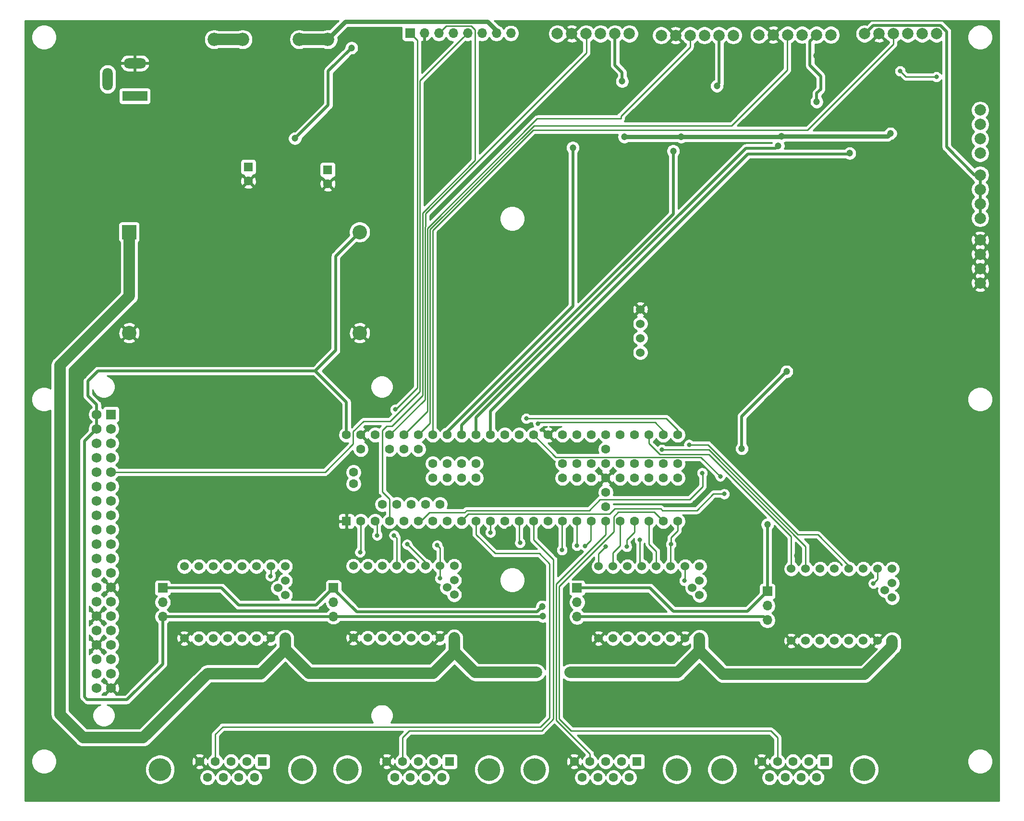
<source format=gbr>
%TF.GenerationSoftware,KiCad,Pcbnew,(5.1.10)-1*%
%TF.CreationDate,2022-10-10T21:05:00+02:00*%
%TF.ProjectId,onstepPi,6f6e7374-6570-4506-992e-6b696361645f,rev?*%
%TF.SameCoordinates,Original*%
%TF.FileFunction,Copper,L2,Bot*%
%TF.FilePolarity,Positive*%
%FSLAX46Y46*%
G04 Gerber Fmt 4.6, Leading zero omitted, Abs format (unit mm)*
G04 Created by KiCad (PCBNEW (5.1.10)-1) date 2022-10-10 21:05:00*
%MOMM*%
%LPD*%
G01*
G04 APERTURE LIST*
%TA.AperFunction,ComponentPad*%
%ADD10C,2.000000*%
%TD*%
%TA.AperFunction,ComponentPad*%
%ADD11O,1.700000X1.700000*%
%TD*%
%TA.AperFunction,ComponentPad*%
%ADD12R,1.700000X1.700000*%
%TD*%
%TA.AperFunction,ComponentPad*%
%ADD13R,4.400000X1.800000*%
%TD*%
%TA.AperFunction,ComponentPad*%
%ADD14O,4.000000X1.800000*%
%TD*%
%TA.AperFunction,ComponentPad*%
%ADD15O,1.800000X4.000000*%
%TD*%
%TA.AperFunction,ComponentPad*%
%ADD16C,1.600000*%
%TD*%
%TA.AperFunction,ComponentPad*%
%ADD17R,1.600000X1.600000*%
%TD*%
%TA.AperFunction,ComponentPad*%
%ADD18R,2.540000X2.540000*%
%TD*%
%TA.AperFunction,ComponentPad*%
%ADD19C,2.540000*%
%TD*%
%TA.AperFunction,ComponentPad*%
%ADD20C,1.524000*%
%TD*%
%TA.AperFunction,ComponentPad*%
%ADD21C,2.350000*%
%TD*%
%TA.AperFunction,ComponentPad*%
%ADD22C,4.000000*%
%TD*%
%TA.AperFunction,ComponentPad*%
%ADD23C,1.750000*%
%TD*%
%TA.AperFunction,ComponentPad*%
%ADD24R,1.750000X1.750000*%
%TD*%
%TA.AperFunction,ViaPad*%
%ADD25C,0.800000*%
%TD*%
%TA.AperFunction,ViaPad*%
%ADD26C,1.200000*%
%TD*%
%TA.AperFunction,ViaPad*%
%ADD27C,2.000000*%
%TD*%
%TA.AperFunction,Conductor*%
%ADD28C,0.250000*%
%TD*%
%TA.AperFunction,Conductor*%
%ADD29C,0.500000*%
%TD*%
%TA.AperFunction,Conductor*%
%ADD30C,0.750000*%
%TD*%
%TA.AperFunction,Conductor*%
%ADD31C,2.000000*%
%TD*%
%TA.AperFunction,Conductor*%
%ADD32C,0.254000*%
%TD*%
%TA.AperFunction,Conductor*%
%ADD33C,0.100000*%
%TD*%
G04 APERTURE END LIST*
D10*
%TO.P,J9,6*%
%TO.N,Net-(J9-Pad6)*%
X206700000Y-33200000D03*
%TO.P,J9,5*%
%TO.N,/PA2*%
X204160000Y-33200000D03*
%TO.P,J9,4*%
%TO.N,SDA6*%
X201620000Y-33200000D03*
%TO.P,J9,3*%
%TO.N,GPIO2*%
X199080000Y-33200000D03*
%TO.P,J9,2*%
%TO.N,GND*%
X196540000Y-33200000D03*
%TO.P,J9,1*%
%TO.N,+5V*%
X194000000Y-33200000D03*
%TD*%
%TO.P,J8,6*%
%TO.N,Net-(J8-Pad6)*%
X225320000Y-33000000D03*
%TO.P,J8,5*%
%TO.N,/PA1*%
X222780000Y-33000000D03*
%TO.P,J8,4*%
%TO.N,SDA5*%
X220240000Y-33000000D03*
%TO.P,J8,3*%
%TO.N,GPIO1*%
X217700000Y-33000000D03*
%TO.P,J8,2*%
%TO.N,GND*%
X215160000Y-33000000D03*
%TO.P,J8,1*%
%TO.N,+5V*%
X212620000Y-33000000D03*
%TD*%
%TO.P,J7,6*%
%TO.N,Net-(J7-Pad6)*%
X171180000Y-33000000D03*
%TO.P,J7,5*%
%TO.N,/PA4*%
X168640000Y-33000000D03*
%TO.P,J7,4*%
%TO.N,SDA8*%
X166100000Y-33000000D03*
%TO.P,J7,3*%
%TO.N,GPIO4*%
X163560000Y-33000000D03*
%TO.P,J7,2*%
%TO.N,GND*%
X161020000Y-33000000D03*
%TO.P,J7,1*%
%TO.N,+5V*%
X158480000Y-33000000D03*
%TD*%
%TO.P,J6,6*%
%TO.N,Net-(J6-Pad6)*%
X189480000Y-33300000D03*
%TO.P,J6,5*%
%TO.N,/PA3*%
X186940000Y-33300000D03*
%TO.P,J6,4*%
%TO.N,SDA7*%
X184400000Y-33300000D03*
%TO.P,J6,3*%
%TO.N,GPIO3*%
X181860000Y-33300000D03*
%TO.P,J6,2*%
%TO.N,GND*%
X179320000Y-33300000D03*
%TO.P,J6,1*%
%TO.N,+5V*%
X176780000Y-33300000D03*
%TD*%
D11*
%TO.P,J10,8*%
%TO.N,Net-(J10-Pad8)*%
X150280000Y-32900000D03*
%TO.P,J10,7*%
%TO.N,+12V*%
X147740000Y-32900000D03*
%TO.P,J10,6*%
%TO.N,Net-(J10-Pad6)*%
X145200000Y-32900000D03*
%TO.P,J10,5*%
%TO.N,LED_PI*%
X142660000Y-32900000D03*
%TO.P,J10,4*%
%TO.N,Net-(J10-Pad4)*%
X140120000Y-32900000D03*
%TO.P,J10,3*%
%TO.N,LED_TEENSY*%
X137580000Y-32900000D03*
%TO.P,J10,2*%
%TO.N,GND*%
X135040000Y-32900000D03*
D12*
%TO.P,J10,1*%
%TO.N,RESET*%
X132500000Y-32900000D03*
%TD*%
D11*
%TO.P,JP5,3*%
%TO.N,+5V*%
X195500000Y-136480000D03*
%TO.P,JP5,2*%
%TO.N,/PL4*%
X195500000Y-133940000D03*
D12*
%TO.P,JP5,1*%
%TO.N,+3V3*%
X195500000Y-131400000D03*
%TD*%
D13*
%TO.P,J5,1*%
%TO.N,/12V_Raw*%
X84000000Y-44000000D03*
D14*
%TO.P,J5,2*%
%TO.N,GND*%
X84000000Y-38200000D03*
D15*
%TO.P,J5,3*%
%TO.N,N/C*%
X79200000Y-41000000D03*
%TD*%
D16*
%TO.P,U1,87*%
%TO.N,N/C*%
X122560000Y-110390000D03*
%TO.P,U1,88*%
X122560000Y-112410000D03*
%TO.P,U1,86*%
X136530000Y-108860000D03*
%TO.P,U1,85*%
X139070000Y-108860000D03*
%TO.P,U1,84*%
X141610000Y-108860000D03*
%TO.P,U1,83*%
X144150000Y-108860000D03*
%TO.P,U1,66*%
X144150000Y-111400000D03*
%TO.P,U1,65*%
X141610000Y-111400000D03*
%TO.P,U1,63*%
X136530000Y-111400000D03*
%TO.P,U1,64*%
X139070000Y-111400000D03*
%TO.P,U1,67*%
X159390000Y-111400000D03*
%TO.P,U1,82*%
X159390000Y-108860000D03*
%TO.P,U1,68*%
X161930000Y-111400000D03*
%TO.P,U1,81*%
X161930000Y-108860000D03*
%TO.P,U1,69*%
X164470000Y-111400000D03*
%TO.P,U1,80*%
X164470000Y-108860000D03*
%TO.P,U1,74*%
X179710000Y-111400000D03*
%TO.P,U1,75*%
X179710000Y-108860000D03*
%TO.P,U1,70*%
X169550000Y-111400000D03*
%TO.P,U1,71*%
X172090000Y-111400000D03*
%TO.P,U1,72*%
X174630000Y-111400000D03*
%TO.P,U1,73*%
X177170000Y-111400000D03*
%TO.P,U1,76*%
X177170000Y-108860000D03*
%TO.P,U1,77*%
X174630000Y-108860000D03*
%TO.P,U1,78*%
X172090000Y-108860000D03*
%TO.P,U1,79*%
X169550000Y-108860000D03*
%TO.P,U1,62*%
X137800000Y-116020000D03*
%TO.P,U1,61*%
X135260000Y-116020000D03*
%TO.P,U1,60*%
X132720000Y-116020000D03*
%TO.P,U1,59*%
X130180000Y-116020000D03*
%TO.P,U1,58*%
X127640000Y-116020000D03*
%TO.P,U1,57*%
X133990000Y-106320000D03*
%TO.P,U1,56*%
X131450000Y-106320000D03*
%TO.P,U1,55*%
X128910000Y-106320000D03*
%TO.P,U1,54*%
X123830000Y-106320000D03*
%TO.P,U1,53*%
%TO.N,+5V*%
X121290000Y-103780000D03*
%TO.P,U1,52*%
%TO.N,GND*%
X123830000Y-103780000D03*
%TO.P,U1,51*%
%TO.N,N/C*%
X126370000Y-103780000D03*
%TO.P,U1,50*%
%TO.N,GPIO4*%
X128910000Y-103780000D03*
%TO.P,U1,49*%
%TO.N,GPIO3*%
X131450000Y-103780000D03*
%TO.P,U1,48*%
%TO.N,GPIO2*%
X133990000Y-103780000D03*
%TO.P,U1,47*%
%TO.N,GPIO1*%
X136530000Y-103780000D03*
%TO.P,U1,46*%
%TO.N,GP_POWER4*%
X139070000Y-103780000D03*
%TO.P,U1,45*%
%TO.N,GP_POWER3*%
X141610000Y-103780000D03*
%TO.P,U1,44*%
%TO.N,GP_POWER2*%
X144150000Y-103780000D03*
%TO.P,U1,43*%
%TO.N,GP_POWER1*%
X146690000Y-103780000D03*
%TO.P,U1,42*%
%TO.N,N/C*%
X149230000Y-103780000D03*
%TO.P,U1,41*%
X151770000Y-103780000D03*
%TO.P,U1,40*%
%TO.N,M_RESET*%
X154310000Y-103780000D03*
%TO.P,U1,39*%
%TO.N,GND*%
X156850000Y-103780000D03*
%TO.P,U1,38*%
%TO.N,N/C*%
X159390000Y-103780000D03*
D17*
%TO.P,U1,1*%
%TO.N,GND*%
X121290000Y-119020000D03*
D16*
%TO.P,U1,2*%
%TO.N,TMC_MOSI*%
X123830000Y-119020000D03*
%TO.P,U1,3*%
%TO.N,TMC_MISO*%
X126370000Y-119020000D03*
%TO.P,U1,4*%
%TO.N,LED_TEENSY*%
X128910000Y-119020000D03*
%TO.P,U1,5*%
%TO.N,M_SCL*%
X131450000Y-119020000D03*
%TO.P,U1,6*%
%TO.N,M_SDA*%
X133990000Y-119020000D03*
%TO.P,U1,7*%
%TO.N,M_A0*%
X136530000Y-119020000D03*
%TO.P,U1,8*%
%TO.N,M_A1*%
X139070000Y-119020000D03*
%TO.P,U1,9*%
%TO.N,MA_2*%
X141610000Y-119020000D03*
%TO.P,U1,10*%
%TO.N,PEC1*%
X144150000Y-119020000D03*
%TO.P,U1,11*%
%TO.N,TMC_STEP1*%
X146690000Y-119020000D03*
%TO.P,U1,12*%
%TO.N,TMC_DIR1*%
X149230000Y-119020000D03*
%TO.P,U1,13*%
%TO.N,TMC_CS1*%
X151770000Y-119020000D03*
%TO.P,U1,37*%
%TO.N,N/C*%
X161930000Y-103780000D03*
%TO.P,U1,36*%
%TO.N,TMC_STEP4*%
X164470000Y-103780000D03*
%TO.P,U1,35*%
%TO.N,RTC_SDA*%
X167010000Y-103780000D03*
%TO.P,U1,34*%
%TO.N,RTC_SCL*%
X169550000Y-103780000D03*
%TO.P,U1,33*%
%TO.N,TMC_CS4*%
X172090000Y-103780000D03*
%TO.P,U1,32*%
%TO.N,TMC_DIR4*%
X174630000Y-103780000D03*
%TO.P,U1,31*%
%TO.N,PI_TX*%
X177170000Y-103780000D03*
%TO.P,U1,30*%
%TO.N,PI_RX*%
X179710000Y-103780000D03*
%TO.P,U1,29*%
%TO.N,RESET*%
X167010000Y-106320000D03*
%TO.P,U1,28*%
%TO.N,N/C*%
X167010000Y-108860000D03*
%TO.P,U1,27*%
%TO.N,GND*%
X167010000Y-111400000D03*
%TO.P,U1,26*%
%TO.N,N/C*%
X167010000Y-113940000D03*
%TO.P,U1,25*%
X167010000Y-116480000D03*
%TO.P,U1,24*%
%TO.N,TMC_SCK*%
X179710000Y-119020000D03*
%TO.P,U1,23*%
%TO.N,PEC4*%
X177170000Y-119020000D03*
%TO.P,U1,22*%
%TO.N,TMC_CS3*%
X174630000Y-119020000D03*
%TO.P,U1,21*%
%TO.N,TMC_DIR3*%
X172090000Y-119020000D03*
%TO.P,U1,14*%
%TO.N,PEC2*%
X154310000Y-119020000D03*
%TO.P,U1,15*%
%TO.N,N/C*%
X156850000Y-119020000D03*
%TO.P,U1,16*%
%TO.N,TMC_STEP2*%
X159390000Y-119020000D03*
%TO.P,U1,20*%
%TO.N,TMC_STEP3*%
X169550000Y-119020000D03*
%TO.P,U1,19*%
%TO.N,PEC3*%
X167010000Y-119020000D03*
%TO.P,U1,18*%
%TO.N,TMC_CS2*%
X164470000Y-119020000D03*
%TO.P,U1,17*%
%TO.N,TMC_DIR2*%
X161930000Y-119020000D03*
%TD*%
D18*
%TO.P,U4,1*%
%TO.N,+12V*%
X83000000Y-68000000D03*
D19*
%TO.P,U4,2*%
%TO.N,GND*%
X83000000Y-85780000D03*
%TO.P,U4,4*%
%TO.N,+5V*%
X123640000Y-68000000D03*
%TO.P,U4,3*%
%TO.N,GND*%
X123640000Y-85780000D03*
%TD*%
D10*
%TO.P,J14,4*%
%TO.N,GND*%
X233000000Y-69380000D03*
%TO.P,J14,3*%
X233000000Y-71920000D03*
%TO.P,J14,2*%
X233000000Y-74460000D03*
%TO.P,J14,1*%
X233000000Y-77000000D03*
%TD*%
%TO.P,J13,4*%
%TO.N,+12V*%
X233000000Y-46460000D03*
%TO.P,J13,3*%
X233000000Y-49000000D03*
%TO.P,J13,2*%
X233000000Y-51540000D03*
%TO.P,J13,1*%
X233000000Y-54080000D03*
%TD*%
%TO.P,J12,4*%
%TO.N,+5V*%
X233000000Y-57920000D03*
%TO.P,J12,3*%
X233000000Y-60460000D03*
%TO.P,J12,2*%
X233000000Y-63000000D03*
%TO.P,J12,1*%
X233000000Y-65540000D03*
%TD*%
D16*
%TO.P,C5,2*%
%TO.N,GND*%
X104000000Y-59000000D03*
D17*
%TO.P,C5,1*%
%TO.N,+3V3*%
X104000000Y-56500000D03*
%TD*%
D16*
%TO.P,C3,2*%
%TO.N,GND*%
X118000000Y-59500000D03*
D17*
%TO.P,C3,1*%
%TO.N,+5V*%
X118000000Y-57000000D03*
%TD*%
D20*
%TO.P,RTC1,4*%
%TO.N,RTC_SCL*%
X173100000Y-89240000D03*
%TO.P,RTC1,3*%
%TO.N,RTC_SDA*%
X173100000Y-86700000D03*
%TO.P,RTC1,2*%
%TO.N,+3V3*%
X173100000Y-84160000D03*
%TO.P,RTC1,1*%
%TO.N,GND*%
X173100000Y-81620000D03*
%TD*%
D21*
%TO.P,F1,1*%
%TO.N,+12V*%
X118000000Y-34000000D03*
X113000000Y-34000000D03*
%TO.P,F1,2*%
%TO.N,/12V_Raw*%
X98000000Y-34000000D03*
X103000000Y-34000000D03*
%TD*%
D11*
%TO.P,JP3,3*%
%TO.N,+5V*%
X161952000Y-135860000D03*
%TO.P,JP3,2*%
%TO.N,/PL3*%
X161952000Y-133320000D03*
D12*
%TO.P,JP3,1*%
%TO.N,+3V3*%
X161952000Y-130780000D03*
%TD*%
D11*
%TO.P,JP2,3*%
%TO.N,+5V*%
X119000000Y-135840000D03*
%TO.P,JP2,2*%
%TO.N,/PL2*%
X119000000Y-133300000D03*
D12*
%TO.P,JP2,1*%
%TO.N,+3V3*%
X119000000Y-130760000D03*
%TD*%
D11*
%TO.P,JP1,3*%
%TO.N,+5V*%
X88912000Y-135860000D03*
%TO.P,JP1,2*%
%TO.N,/PL1*%
X88912000Y-133320000D03*
D12*
%TO.P,JP1,1*%
%TO.N,+3V3*%
X88912000Y-130780000D03*
%TD*%
D20*
%TO.P,U7,19*%
%TO.N,N/C*%
X216230000Y-131210000D03*
%TO.P,U7,18*%
X217500000Y-132480000D03*
%TO.P,U7,17*%
X217500000Y-129940000D03*
%TO.P,U7,16*%
%TO.N,GND*%
X199720000Y-140100000D03*
%TO.P,U7,15*%
%TO.N,+3V3*%
X202260000Y-140100000D03*
%TO.P,U7,14*%
%TO.N,/PM16*%
X204800000Y-140100000D03*
%TO.P,U7,13*%
%TO.N,/PM15*%
X207340000Y-140100000D03*
%TO.P,U7,12*%
%TO.N,/PM14*%
X209880000Y-140100000D03*
%TO.P,U7,11*%
%TO.N,/PM13*%
X212420000Y-140100000D03*
%TO.P,U7,10*%
%TO.N,GND*%
X214960000Y-140100000D03*
%TO.P,U7,9*%
%TO.N,+12V*%
X217500000Y-140100000D03*
%TO.P,U7,8*%
%TO.N,TMC_DIR4*%
X199720000Y-127400000D03*
%TO.P,U7,7*%
%TO.N,TMC_STEP4*%
X202260000Y-127400000D03*
%TO.P,U7,6*%
%TO.N,N/C*%
X204800000Y-127400000D03*
%TO.P,U7,5*%
%TO.N,TMC_MISO*%
X207340000Y-127400000D03*
%TO.P,U7,4*%
%TO.N,TMC_CS4*%
X209880000Y-127400000D03*
%TO.P,U7,3*%
%TO.N,TMC_SCK*%
X212420000Y-127400000D03*
%TO.P,U7,2*%
%TO.N,TMC_MOSI*%
X214960000Y-127400000D03*
%TO.P,U7,1*%
%TO.N,TMC_EN*%
X217500000Y-127400000D03*
%TD*%
%TO.P,U6,19*%
%TO.N,N/C*%
X182272000Y-130780000D03*
%TO.P,U6,18*%
X183542000Y-132050000D03*
%TO.P,U6,17*%
X183542000Y-129510000D03*
%TO.P,U6,16*%
%TO.N,GND*%
X165762000Y-139670000D03*
%TO.P,U6,15*%
%TO.N,+3V3*%
X168302000Y-139670000D03*
%TO.P,U6,14*%
%TO.N,/PM12*%
X170842000Y-139670000D03*
%TO.P,U6,13*%
%TO.N,/PM11*%
X173382000Y-139670000D03*
%TO.P,U6,12*%
%TO.N,/PM10*%
X175922000Y-139670000D03*
%TO.P,U6,11*%
%TO.N,/PM9*%
X178462000Y-139670000D03*
%TO.P,U6,10*%
%TO.N,GND*%
X181002000Y-139670000D03*
%TO.P,U6,9*%
%TO.N,+12V*%
X183542000Y-139670000D03*
%TO.P,U6,8*%
%TO.N,TMC_DIR3*%
X165762000Y-126970000D03*
%TO.P,U6,7*%
%TO.N,TMC_STEP3*%
X168302000Y-126970000D03*
%TO.P,U6,6*%
%TO.N,N/C*%
X170842000Y-126970000D03*
%TO.P,U6,5*%
%TO.N,TMC_MISO*%
X173382000Y-126970000D03*
%TO.P,U6,4*%
%TO.N,TMC_CS3*%
X175922000Y-126970000D03*
%TO.P,U6,3*%
%TO.N,TMC_SCK*%
X178462000Y-126970000D03*
%TO.P,U6,2*%
%TO.N,TMC_MOSI*%
X181002000Y-126970000D03*
%TO.P,U6,1*%
%TO.N,TMC_EN*%
X183542000Y-126970000D03*
%TD*%
%TO.P,U5,19*%
%TO.N,N/C*%
X139030000Y-130710000D03*
%TO.P,U5,18*%
X140300000Y-131980000D03*
%TO.P,U5,17*%
X140300000Y-129440000D03*
%TO.P,U5,16*%
%TO.N,GND*%
X122520000Y-139600000D03*
%TO.P,U5,15*%
%TO.N,+3V3*%
X125060000Y-139600000D03*
%TO.P,U5,14*%
%TO.N,/PM8*%
X127600000Y-139600000D03*
%TO.P,U5,13*%
%TO.N,/PM7*%
X130140000Y-139600000D03*
%TO.P,U5,12*%
%TO.N,/PM6*%
X132680000Y-139600000D03*
%TO.P,U5,11*%
%TO.N,/PM5*%
X135220000Y-139600000D03*
%TO.P,U5,10*%
%TO.N,GND*%
X137760000Y-139600000D03*
%TO.P,U5,9*%
%TO.N,+12V*%
X140300000Y-139600000D03*
%TO.P,U5,8*%
%TO.N,TMC_DIR2*%
X122520000Y-126900000D03*
%TO.P,U5,7*%
%TO.N,TMC_STEP2*%
X125060000Y-126900000D03*
%TO.P,U5,6*%
%TO.N,N/C*%
X127600000Y-126900000D03*
%TO.P,U5,5*%
%TO.N,TMC_MISO*%
X130140000Y-126900000D03*
%TO.P,U5,4*%
%TO.N,TMC_CS2*%
X132680000Y-126900000D03*
%TO.P,U5,3*%
%TO.N,TMC_SCK*%
X135220000Y-126900000D03*
%TO.P,U5,2*%
%TO.N,TMC_MOSI*%
X137760000Y-126900000D03*
%TO.P,U5,1*%
%TO.N,TMC_EN*%
X140300000Y-126900000D03*
%TD*%
D22*
%TO.P,J4,0*%
%TO.N,N/C*%
X212540000Y-162820000D03*
X187540000Y-162820000D03*
D16*
%TO.P,J4,9*%
%TO.N,/PL4*%
X195885000Y-164240000D03*
%TO.P,J4,8*%
%TO.N,/PM16*%
X198655000Y-164240000D03*
%TO.P,J4,7*%
%TO.N,/PM14*%
X201425000Y-164240000D03*
%TO.P,J4,6*%
%TO.N,SDA4*%
X204195000Y-164240000D03*
%TO.P,J4,5*%
%TO.N,GND*%
X194500000Y-161400000D03*
%TO.P,J4,4*%
%TO.N,PEC4*%
X197270000Y-161400000D03*
%TO.P,J4,3*%
%TO.N,/PM15*%
X200040000Y-161400000D03*
%TO.P,J4,2*%
%TO.N,/PM13*%
X202810000Y-161400000D03*
D17*
%TO.P,J4,1*%
%TO.N,SCL4*%
X205580000Y-161400000D03*
%TD*%
D22*
%TO.P,J3,0*%
%TO.N,N/C*%
X179500000Y-162820000D03*
X154500000Y-162820000D03*
D16*
%TO.P,J3,9*%
%TO.N,/PL3*%
X162845000Y-164240000D03*
%TO.P,J3,8*%
%TO.N,/PM12*%
X165615000Y-164240000D03*
%TO.P,J3,7*%
%TO.N,/PM10*%
X168385000Y-164240000D03*
%TO.P,J3,6*%
%TO.N,SDA3*%
X171155000Y-164240000D03*
%TO.P,J3,5*%
%TO.N,GND*%
X161460000Y-161400000D03*
%TO.P,J3,4*%
%TO.N,PEC3*%
X164230000Y-161400000D03*
%TO.P,J3,3*%
%TO.N,/PM11*%
X167000000Y-161400000D03*
%TO.P,J3,2*%
%TO.N,/PM9*%
X169770000Y-161400000D03*
D17*
%TO.P,J3,1*%
%TO.N,SCL3*%
X172540000Y-161400000D03*
%TD*%
D22*
%TO.P,J2,0*%
%TO.N,N/C*%
X146460000Y-162820000D03*
X121460000Y-162820000D03*
D16*
%TO.P,J2,9*%
%TO.N,/PL2*%
X129805000Y-164240000D03*
%TO.P,J2,8*%
%TO.N,/PM8*%
X132575000Y-164240000D03*
%TO.P,J2,7*%
%TO.N,/PM6*%
X135345000Y-164240000D03*
%TO.P,J2,6*%
%TO.N,SDA2*%
X138115000Y-164240000D03*
%TO.P,J2,5*%
%TO.N,GND*%
X128420000Y-161400000D03*
%TO.P,J2,4*%
%TO.N,PEC2*%
X131190000Y-161400000D03*
%TO.P,J2,3*%
%TO.N,/PM7*%
X133960000Y-161400000D03*
%TO.P,J2,2*%
%TO.N,/PM5*%
X136730000Y-161400000D03*
D17*
%TO.P,J2,1*%
%TO.N,SCL2*%
X139500000Y-161400000D03*
%TD*%
D20*
%TO.P,U3,19*%
%TO.N,N/C*%
X109232000Y-130780000D03*
%TO.P,U3,18*%
X110502000Y-132050000D03*
%TO.P,U3,17*%
X110502000Y-129510000D03*
%TO.P,U3,16*%
%TO.N,GND*%
X92722000Y-139670000D03*
%TO.P,U3,15*%
%TO.N,+3V3*%
X95262000Y-139670000D03*
%TO.P,U3,14*%
%TO.N,/PM4*%
X97802000Y-139670000D03*
%TO.P,U3,13*%
%TO.N,/PM3*%
X100342000Y-139670000D03*
%TO.P,U3,12*%
%TO.N,/PM2*%
X102882000Y-139670000D03*
%TO.P,U3,11*%
%TO.N,/PM1*%
X105422000Y-139670000D03*
%TO.P,U3,10*%
%TO.N,GND*%
X107962000Y-139670000D03*
%TO.P,U3,9*%
%TO.N,+12V*%
X110502000Y-139670000D03*
%TO.P,U3,8*%
%TO.N,TMC_DIR1*%
X92722000Y-126970000D03*
%TO.P,U3,7*%
%TO.N,TMC_STEP1*%
X95262000Y-126970000D03*
%TO.P,U3,6*%
%TO.N,N/C*%
X97802000Y-126970000D03*
%TO.P,U3,5*%
%TO.N,TMC_MISO*%
X100342000Y-126970000D03*
%TO.P,U3,4*%
%TO.N,TMC_CS1*%
X102882000Y-126970000D03*
%TO.P,U3,3*%
%TO.N,TMC_SCK*%
X105422000Y-126970000D03*
%TO.P,U3,2*%
%TO.N,TMC_MOSI*%
X107962000Y-126970000D03*
%TO.P,U3,1*%
%TO.N,TMC_EN*%
X110502000Y-126970000D03*
%TD*%
D23*
%TO.P,RP1,27*%
%TO.N,N/C*%
X79800000Y-133200000D03*
%TO.P,RP1,28*%
X77260000Y-133200000D03*
%TO.P,RP1,29*%
X79800000Y-135740000D03*
%TO.P,RP1,30*%
%TO.N,GND*%
X77260000Y-135740000D03*
%TO.P,RP1,24*%
%TO.N,N/C*%
X77260000Y-128120000D03*
%TO.P,RP1,23*%
X79800000Y-128120000D03*
D24*
%TO.P,RP1,1*%
X79800000Y-100180000D03*
D23*
%TO.P,RP1,2*%
%TO.N,+5V*%
X77260000Y-100180000D03*
%TO.P,RP1,3*%
%TO.N,N/C*%
X79800000Y-102720000D03*
%TO.P,RP1,4*%
%TO.N,+5V*%
X77260000Y-102720000D03*
%TO.P,RP1,5*%
%TO.N,N/C*%
X79800000Y-105260000D03*
%TO.P,RP1,6*%
X77260000Y-105260000D03*
%TO.P,RP1,7*%
X79800000Y-107800000D03*
%TO.P,RP1,8*%
%TO.N,PI_TX*%
X77260000Y-107800000D03*
%TO.P,RP1,9*%
%TO.N,LED_PI*%
X79800000Y-110340000D03*
%TO.P,RP1,10*%
%TO.N,PI_RX*%
X77260000Y-110340000D03*
%TO.P,RP1,11*%
%TO.N,N/C*%
X79800000Y-112880000D03*
%TO.P,RP1,12*%
X77260000Y-112880000D03*
%TO.P,RP1,13*%
X79800000Y-115420000D03*
%TO.P,RP1,14*%
X77260000Y-115420000D03*
%TO.P,RP1,15*%
X79800000Y-117960000D03*
%TO.P,RP1,16*%
X77260000Y-117960000D03*
%TO.P,RP1,17*%
X79800000Y-120500000D03*
%TO.P,RP1,18*%
X77260000Y-120500000D03*
%TO.P,RP1,19*%
X79800000Y-123040000D03*
%TO.P,RP1,20*%
X77260000Y-123040000D03*
%TO.P,RP1,21*%
X79800000Y-125580000D03*
%TO.P,RP1,22*%
X77260000Y-125580000D03*
%TO.P,RP1,25*%
%TO.N,GND*%
X79800000Y-130660000D03*
%TO.P,RP1,26*%
%TO.N,N/C*%
X77260000Y-130660000D03*
%TO.P,RP1,32*%
X77260000Y-138280000D03*
%TO.P,RP1,31*%
X79800000Y-138280000D03*
%TO.P,RP1,34*%
%TO.N,GND*%
X77260000Y-140820000D03*
%TO.P,RP1,33*%
%TO.N,N/C*%
X79800000Y-140820000D03*
%TO.P,RP1,36*%
X77260000Y-143360000D03*
%TO.P,RP1,35*%
X79800000Y-143360000D03*
%TO.P,RP1,38*%
X77260000Y-145900000D03*
%TO.P,RP1,37*%
X79800000Y-145900000D03*
%TO.P,RP1,40*%
X77260000Y-148440000D03*
%TO.P,RP1,39*%
%TO.N,GND*%
X79800000Y-148440000D03*
%TD*%
D22*
%TO.P,J1,0*%
%TO.N,N/C*%
X113460000Y-162820000D03*
X88460000Y-162820000D03*
D16*
%TO.P,J1,9*%
%TO.N,/PL1*%
X96805000Y-164240000D03*
%TO.P,J1,8*%
%TO.N,/PM4*%
X99575000Y-164240000D03*
%TO.P,J1,7*%
%TO.N,/PM2*%
X102345000Y-164240000D03*
%TO.P,J1,6*%
%TO.N,SDA1*%
X105115000Y-164240000D03*
%TO.P,J1,5*%
%TO.N,GND*%
X95420000Y-161400000D03*
%TO.P,J1,4*%
%TO.N,PEC1*%
X98190000Y-161400000D03*
%TO.P,J1,3*%
%TO.N,/PM3*%
X100960000Y-161400000D03*
%TO.P,J1,2*%
%TO.N,/PM1*%
X103730000Y-161400000D03*
D17*
%TO.P,J1,1*%
%TO.N,SCL1*%
X106500000Y-161400000D03*
%TD*%
D25*
%TO.N,GND*%
X208900000Y-99100000D03*
D26*
X192400000Y-91500000D03*
X153100000Y-106500000D03*
X160200000Y-105900000D03*
X144400000Y-85200000D03*
X169000000Y-66600000D03*
X186900000Y-53900000D03*
X99000000Y-95700000D03*
X107700000Y-107300000D03*
X98400000Y-132800000D03*
X173500000Y-132400000D03*
X117000000Y-134600000D03*
X155400000Y-126700000D03*
X159400000Y-126700000D03*
X156100000Y-120800000D03*
X150000000Y-120500000D03*
X176800000Y-121000000D03*
X171800000Y-124900000D03*
X174300000Y-124700000D03*
X204100000Y-124700000D03*
X200800000Y-125100000D03*
X210100000Y-35200000D03*
X204200000Y-36900000D03*
X199600000Y-48400000D03*
X168200000Y-40700000D03*
X203400000Y-41500000D03*
D25*
X164200000Y-46800000D03*
X166000000Y-46800000D03*
X168000000Y-46900000D03*
X181300000Y-47300000D03*
X183200000Y-47300000D03*
X185200000Y-47200000D03*
X199000000Y-47000000D03*
X200600000Y-46900000D03*
X202400000Y-47000000D03*
X219200000Y-47000000D03*
X221300000Y-47000000D03*
X223400000Y-47000000D03*
X190400000Y-116800000D03*
X192800000Y-111000000D03*
X114900000Y-126700000D03*
X138000000Y-48700000D03*
D27*
X92900000Y-142300000D03*
X122800000Y-142200000D03*
X165800000Y-142000000D03*
X200000000Y-142600000D03*
X118400000Y-142100000D03*
X162000000Y-142100000D03*
X195900000Y-142800000D03*
X86800000Y-142700000D03*
X109200000Y-148900000D03*
X111900000Y-149000000D03*
X114600000Y-148900000D03*
X115700000Y-142000000D03*
X148600000Y-148600000D03*
X151800000Y-148700000D03*
X154700000Y-148700000D03*
X148100000Y-142700000D03*
X150800000Y-142600000D03*
X154000000Y-142600000D03*
X161700000Y-148900000D03*
X178400000Y-142800000D03*
X192300000Y-142900000D03*
X189200000Y-143000000D03*
X178100000Y-148600000D03*
X182400000Y-148600000D03*
X187000000Y-148800000D03*
X95600000Y-142600000D03*
X94000000Y-153400000D03*
X91800000Y-155600000D03*
X89700000Y-157800000D03*
D26*
%TO.N,+5V*%
X155900000Y-135800000D03*
X122200000Y-35500000D03*
X112225000Y-51475000D03*
D25*
%TO.N,PI_TX*%
X155100000Y-101800000D03*
%TO.N,PI_RX*%
X153000000Y-100900000D03*
%TO.N,TMC_STEP1*%
X146700000Y-121000000D03*
%TO.N,TMC_CS1*%
X151900000Y-122824935D03*
%TO.N,TMC_STEP2*%
X159300000Y-124100000D03*
%TO.N,TMC_DIR2*%
X161900000Y-123300000D03*
%TO.N,TMC_CS2*%
X163400000Y-123400000D03*
%TO.N,TMC_DIR3*%
X167000000Y-123500000D03*
X170700000Y-123500000D03*
%TO.N,TMC_STEP4*%
X176900000Y-106400000D03*
%TO.N,TMC_CS4*%
X181700000Y-105500000D03*
D26*
%TO.N,+3V3*%
X155800000Y-134100000D03*
X195500000Y-119600000D03*
X191000000Y-106200000D03*
X198900000Y-92600000D03*
D25*
%TO.N,M_SDA*%
X184000000Y-110500000D03*
%TO.N,TMC_MISO*%
X173000000Y-122300000D03*
X126700000Y-121500000D03*
X129700000Y-121500000D03*
%TO.N,TMC_SCK*%
X132000000Y-123100000D03*
X178500000Y-123100000D03*
%TO.N,TMC_MOSI*%
X123700000Y-124500000D03*
X214200000Y-130000000D03*
X180900000Y-129500000D03*
X137800000Y-129100000D03*
X107900000Y-128700000D03*
X137300000Y-123274946D03*
D26*
%TO.N,+12V*%
X170300000Y-51200000D03*
X180300000Y-51200000D03*
X198000000Y-51100000D03*
X217200000Y-50600000D03*
D27*
X154800000Y-145700000D03*
X160700000Y-145700000D03*
D25*
%TO.N,RESET*%
X129900000Y-99300000D03*
D26*
%TO.N,GP_POWER3*%
X178900000Y-53700000D03*
%TO.N,GP_POWER4*%
X161200000Y-53100000D03*
%TO.N,GP_POWER1*%
X210000000Y-54100000D03*
%TO.N,GP_POWER2*%
X197400000Y-52800000D03*
D25*
%TO.N,SCL5*%
X225300000Y-40600000D03*
X218899996Y-39600000D03*
%TO.N,M_RESET*%
X187200000Y-111100000D03*
D26*
%TO.N,/PA3*%
X186600000Y-42200000D03*
%TO.N,/PA4*%
X169900000Y-41400000D03*
%TO.N,/PA2*%
X204200000Y-45000000D03*
D25*
%TO.N,MA_2*%
X187900000Y-114200000D03*
%TD*%
D28*
%TO.N,PEC1*%
X144150000Y-121350000D02*
X144150000Y-119020000D01*
X147500000Y-124700000D02*
X144150000Y-121350000D01*
X155300000Y-124700000D02*
X147500000Y-124700000D01*
X157100000Y-126500000D02*
X155300000Y-124700000D01*
X157100000Y-153700000D02*
X157100000Y-126500000D01*
X99500000Y-155300000D02*
X155500000Y-155300000D01*
X155500000Y-155300000D02*
X157100000Y-153700000D01*
X98190000Y-156610000D02*
X99500000Y-155300000D01*
X98190000Y-161400000D02*
X98190000Y-156610000D01*
%TO.N,PEC2*%
X157800000Y-125800000D02*
X154310000Y-122310000D01*
X154310000Y-122310000D02*
X154310000Y-119020000D01*
X157800000Y-153900000D02*
X157800000Y-125800000D01*
X155700000Y-156000000D02*
X157800000Y-153900000D01*
X132400000Y-156000000D02*
X155700000Y-156000000D01*
X131190000Y-157210000D02*
X132400000Y-156000000D01*
X131190000Y-161400000D02*
X131190000Y-157210000D01*
%TO.N,PEC3*%
X167010000Y-121390000D02*
X167010000Y-119020000D01*
X158300000Y-130100000D02*
X167010000Y-121390000D01*
X158300000Y-154100000D02*
X158300000Y-130100000D01*
X164230000Y-160030000D02*
X158300000Y-154100000D01*
X164230000Y-161400000D02*
X164230000Y-160030000D01*
%TO.N,PEC4*%
X175550000Y-117400000D02*
X177170000Y-119020000D01*
X169200000Y-117400000D02*
X175550000Y-117400000D01*
X168400000Y-118200000D02*
X169200000Y-117400000D01*
X158800000Y-130500000D02*
X168400000Y-120900000D01*
X160900000Y-156000000D02*
X158800000Y-153900000D01*
X196100000Y-156000000D02*
X160900000Y-156000000D01*
X168400000Y-120900000D02*
X168400000Y-118200000D01*
X197270000Y-157170000D02*
X196100000Y-156000000D01*
X158800000Y-153900000D02*
X158800000Y-130500000D01*
X197270000Y-161400000D02*
X197270000Y-157170000D01*
D29*
%TO.N,+5V*%
X118980000Y-135860000D02*
X119000000Y-135840000D01*
X88912000Y-135860000D02*
X118980000Y-135860000D01*
X119000000Y-135840000D02*
X143640000Y-135840000D01*
X155860000Y-135840000D02*
X155900000Y-135800000D01*
X143640000Y-135840000D02*
X155860000Y-135840000D01*
X194880000Y-135860000D02*
X195500000Y-136480000D01*
X161952000Y-135860000D02*
X194880000Y-135860000D01*
X88912000Y-135860000D02*
X88912000Y-144188000D01*
X88912000Y-144188000D02*
X82600000Y-150500000D01*
X82600000Y-150500000D02*
X75600000Y-150500000D01*
X75600000Y-150500000D02*
X75100000Y-150000000D01*
X75100000Y-104880000D02*
X77260000Y-102720000D01*
X75100000Y-150000000D02*
X75100000Y-104880000D01*
X77260000Y-102720000D02*
X77260000Y-100180000D01*
X233000000Y-57920000D02*
X233000000Y-60460000D01*
X233000000Y-60460000D02*
X233000000Y-63000000D01*
X233000000Y-65540000D02*
X233000000Y-63000000D01*
X122200000Y-35500000D02*
X118100000Y-39600000D01*
X118100000Y-45600000D02*
X112225000Y-51475000D01*
X118100000Y-39600000D02*
X118100000Y-45600000D01*
X77260000Y-100180000D02*
X77260000Y-98460000D01*
X77260000Y-98460000D02*
X75700000Y-96900000D01*
X75700000Y-96900000D02*
X75700000Y-94300000D01*
X75700000Y-94300000D02*
X77500000Y-92500000D01*
X77500000Y-92500000D02*
X115800000Y-92500000D01*
X115800000Y-92500000D02*
X119400000Y-88900000D01*
X119400000Y-72240000D02*
X123640000Y-68000000D01*
X119400000Y-88900000D02*
X119400000Y-72240000D01*
X121290000Y-97990000D02*
X115800000Y-92500000D01*
X121290000Y-103780000D02*
X121290000Y-97990000D01*
X226049999Y-31549999D02*
X214150001Y-31549999D01*
X227100000Y-32600000D02*
X226049999Y-31549999D01*
X212700000Y-33000000D02*
X212620000Y-33000000D01*
X227100000Y-53000000D02*
X227100000Y-32600000D01*
X214150001Y-31549999D02*
X212700000Y-33000000D01*
X232020000Y-57920000D02*
X227100000Y-53000000D01*
X233000000Y-57920000D02*
X232020000Y-57920000D01*
D28*
%TO.N,PI_TX*%
X177170000Y-103780000D02*
X177170000Y-103070000D01*
X177170000Y-103070000D02*
X175700000Y-101600000D01*
X155300000Y-101600000D02*
X155100000Y-101800000D01*
X175700000Y-101600000D02*
X155300000Y-101600000D01*
%TO.N,PI_RX*%
X179710000Y-102910000D02*
X179710000Y-103780000D01*
X177700000Y-100900000D02*
X179710000Y-102910000D01*
X153000000Y-100900000D02*
X177700000Y-100900000D01*
%TO.N,TMC_STEP1*%
X146690000Y-120990000D02*
X146690000Y-119020000D01*
X146700000Y-121000000D02*
X146690000Y-120990000D01*
%TO.N,TMC_CS1*%
X151770000Y-122694935D02*
X151900000Y-122824935D01*
X151770000Y-119020000D02*
X151770000Y-122694935D01*
%TO.N,TMC_STEP2*%
X159300000Y-119110000D02*
X159390000Y-119020000D01*
X159300000Y-124100000D02*
X159300000Y-119110000D01*
%TO.N,TMC_DIR2*%
X161900000Y-119050000D02*
X161930000Y-119020000D01*
X161900000Y-123300000D02*
X161900000Y-119050000D01*
%TO.N,TMC_CS2*%
X164400000Y-119090000D02*
X164470000Y-119020000D01*
X164400000Y-122400000D02*
X164400000Y-119090000D01*
X163400000Y-123400000D02*
X164400000Y-122400000D01*
%TO.N,TMC_STEP3*%
X168302000Y-126970000D02*
X168302000Y-124598000D01*
X169550000Y-123350000D02*
X169550000Y-119020000D01*
X168302000Y-124598000D02*
X169550000Y-123350000D01*
%TO.N,TMC_DIR3*%
X165762000Y-124738000D02*
X167000000Y-123500000D01*
X165762000Y-126970000D02*
X165762000Y-124738000D01*
X170700000Y-123500000D02*
X170700000Y-122300000D01*
X172090000Y-120910000D02*
X172090000Y-119020000D01*
X170700000Y-122300000D02*
X172090000Y-120910000D01*
%TO.N,TMC_CS3*%
X175922000Y-126970000D02*
X175922000Y-124322000D01*
X174630000Y-123030000D02*
X174630000Y-119020000D01*
X175922000Y-124322000D02*
X174630000Y-123030000D01*
%TO.N,TMC_DIR4*%
X174630000Y-105305000D02*
X174630000Y-103780000D01*
X176525000Y-107200000D02*
X174630000Y-105305000D01*
X185200000Y-107200000D02*
X176525000Y-107200000D01*
X199720000Y-121720000D02*
X185200000Y-107200000D01*
X199720000Y-127400000D02*
X199720000Y-121720000D01*
%TO.N,TMC_STEP4*%
X202260000Y-123460000D02*
X202260000Y-127400000D01*
X185200000Y-106400000D02*
X202260000Y-123460000D01*
X176900000Y-106400000D02*
X185200000Y-106400000D01*
%TO.N,TMC_CS4*%
X209880000Y-126880000D02*
X209880000Y-127400000D01*
X204400000Y-121400000D02*
X209880000Y-126880000D01*
X200900000Y-121400000D02*
X204400000Y-121400000D01*
X185000000Y-105500000D02*
X200900000Y-121400000D01*
X181700000Y-105500000D02*
X185000000Y-105500000D01*
D29*
%TO.N,+3V3*%
X161952000Y-130780000D02*
X174780000Y-130780000D01*
X174780000Y-130780000D02*
X178900000Y-134900000D01*
X192000000Y-134900000D02*
X195500000Y-131400000D01*
X178900000Y-134900000D02*
X192000000Y-134900000D01*
X195500000Y-131400000D02*
X195500000Y-119600000D01*
X191000000Y-100500000D02*
X198900000Y-92600000D01*
X191000000Y-106200000D02*
X191000000Y-100500000D01*
X154900000Y-135000000D02*
X155800000Y-134100000D01*
X123100000Y-135000000D02*
X154900000Y-135000000D01*
X119000000Y-130900000D02*
X123100000Y-135000000D01*
X119000000Y-130760000D02*
X119000000Y-130900000D01*
X115960000Y-133800000D02*
X119000000Y-130760000D01*
X102300000Y-133800000D02*
X115960000Y-133800000D01*
X99280000Y-130780000D02*
X102300000Y-133800000D01*
X88912000Y-130780000D02*
X99280000Y-130780000D01*
D28*
%TO.N,M_SDA*%
X133990000Y-119020000D02*
X134380000Y-119020000D01*
X134380000Y-119020000D02*
X135900000Y-117500000D01*
X135900000Y-117500000D02*
X142100000Y-117500000D01*
X142100000Y-117500000D02*
X142500000Y-117100000D01*
X142500000Y-117100000D02*
X164100000Y-117100000D01*
X164100000Y-117100000D02*
X166000000Y-115200000D01*
X166000000Y-115200000D02*
X180900000Y-115200000D01*
X180900000Y-115200000D02*
X181800000Y-115200000D01*
X181800000Y-115200000D02*
X184100000Y-112900000D01*
X184100000Y-110600000D02*
X184000000Y-110500000D01*
X184100000Y-112900000D02*
X184100000Y-110600000D01*
%TO.N,TMC_MISO*%
X173000000Y-126588000D02*
X173382000Y-126970000D01*
X173000000Y-122300000D02*
X173000000Y-126588000D01*
X126700000Y-119350000D02*
X126370000Y-119020000D01*
X126700000Y-121500000D02*
X126700000Y-119350000D01*
X130200000Y-126840000D02*
X130140000Y-126900000D01*
X129700000Y-121500000D02*
X130200000Y-122000000D01*
X130200000Y-122000000D02*
X130200000Y-126840000D01*
%TO.N,TMC_SCK*%
X135220000Y-126320000D02*
X135220000Y-126900000D01*
X132000000Y-123100000D02*
X135220000Y-126320000D01*
X178462000Y-123138000D02*
X178462000Y-126970000D01*
X178500000Y-123100000D02*
X178462000Y-123138000D01*
X178500000Y-123100000D02*
X178500000Y-121900000D01*
X179710000Y-120690000D02*
X179710000Y-119020000D01*
X178500000Y-121900000D02*
X179710000Y-120690000D01*
%TO.N,TMC_MOSI*%
X123830000Y-124370000D02*
X123830000Y-119020000D01*
X123700000Y-124500000D02*
X123830000Y-124370000D01*
X214960000Y-127400000D02*
X214960000Y-129240000D01*
X214960000Y-129240000D02*
X214200000Y-130000000D01*
X181002000Y-129398000D02*
X181002000Y-126970000D01*
X180900000Y-129500000D02*
X181002000Y-129398000D01*
X137800000Y-126940000D02*
X137760000Y-126900000D01*
X137800000Y-129100000D02*
X137800000Y-126940000D01*
X107962000Y-128638000D02*
X107962000Y-126970000D01*
X107900000Y-128700000D02*
X107962000Y-128638000D01*
X137760000Y-126900000D02*
X137760000Y-123734946D01*
X137760000Y-123734946D02*
X137300000Y-123274946D01*
D30*
%TO.N,+12V*%
X170300000Y-51200000D02*
X180300000Y-51200000D01*
X191500000Y-51200000D02*
X180300000Y-51200000D01*
X197900000Y-51200000D02*
X191500000Y-51200000D01*
X198000000Y-51100000D02*
X197900000Y-51200000D01*
X216700000Y-51100000D02*
X217200000Y-50600000D01*
X198000000Y-51100000D02*
X216700000Y-51100000D01*
X121100000Y-30900000D02*
X118000000Y-34000000D01*
X146200000Y-30900000D02*
X121100000Y-30900000D01*
X147740000Y-32440000D02*
X146200000Y-30900000D01*
X147740000Y-32900000D02*
X147740000Y-32440000D01*
D31*
X83000000Y-68000000D02*
X83000000Y-79300000D01*
X70800001Y-91499999D02*
X70800001Y-153100001D01*
X83000000Y-79300000D02*
X70800001Y-91499999D01*
X70800001Y-153100001D02*
X74900000Y-157200000D01*
X74900000Y-157200000D02*
X85500000Y-157200000D01*
X85500000Y-157200000D02*
X96800000Y-145900000D01*
X96800000Y-145900000D02*
X106200000Y-145900000D01*
X106200000Y-145900000D02*
X110502000Y-141598000D01*
X110502000Y-139670000D02*
X110502000Y-141598000D01*
X140300000Y-139600000D02*
X140300000Y-142100000D01*
X140300000Y-142100000D02*
X136600000Y-145800000D01*
X114704000Y-145800000D02*
X110502000Y-141598000D01*
X136600000Y-145800000D02*
X114704000Y-145800000D01*
X140300000Y-139600000D02*
X140300000Y-142000000D01*
X140300000Y-142000000D02*
X144000000Y-145700000D01*
X144000000Y-145700000D02*
X154800000Y-145700000D01*
X160700000Y-145700000D02*
X179700000Y-145700000D01*
X183542000Y-141858000D02*
X183542000Y-139670000D01*
X179700000Y-145700000D02*
X183542000Y-141858000D01*
X217500000Y-140100000D02*
X217500000Y-141100000D01*
X217500000Y-141100000D02*
X212600000Y-146000000D01*
X187684000Y-146000000D02*
X183542000Y-141858000D01*
X212600000Y-146000000D02*
X187684000Y-146000000D01*
X118000000Y-34000000D02*
X113000000Y-34000000D01*
D28*
%TO.N,GPIO3*%
X154927178Y-48000000D02*
X169680000Y-48000000D01*
X135600044Y-67327134D02*
X154927178Y-48000000D01*
X135600044Y-99629956D02*
X135600044Y-67327134D01*
X131450000Y-103780000D02*
X135600044Y-99629956D01*
X169680000Y-48000000D02*
X169680000Y-47520000D01*
X181860000Y-35340000D02*
X181860000Y-33300000D01*
X169680000Y-47520000D02*
X181860000Y-35340000D01*
%TO.N,GPIO4*%
X163600000Y-33040000D02*
X163560000Y-33000000D01*
X163600000Y-36400000D02*
X163600000Y-33040000D01*
X135249967Y-67040800D02*
X135249967Y-64750033D01*
X135150033Y-67140734D02*
X135249967Y-67040800D01*
X135249967Y-64750033D02*
X163600000Y-36400000D01*
X135150033Y-97539967D02*
X135150033Y-67140734D01*
X128910000Y-103780000D02*
X135150033Y-97539967D01*
%TO.N,GPIO1*%
X154200000Y-50000000D02*
X202580000Y-50000000D01*
X136530000Y-67670000D02*
X154200000Y-50000000D01*
X136530000Y-103780000D02*
X136530000Y-67670000D01*
X217700000Y-34880000D02*
X202580000Y-50000000D01*
X217700000Y-33000000D02*
X217700000Y-34880000D01*
%TO.N,GPIO2*%
X199000000Y-33280000D02*
X199080000Y-33200000D01*
X199000000Y-39400000D02*
X199000000Y-33280000D01*
X189200000Y-49200000D02*
X199000000Y-39400000D01*
X136050055Y-67513534D02*
X154363589Y-49200000D01*
X136050055Y-101719945D02*
X136050055Y-67513534D01*
X154363589Y-49200000D02*
X189200000Y-49200000D01*
X133990000Y-103780000D02*
X136050055Y-101719945D01*
%TO.N,LED_PI*%
X141810001Y-33749999D02*
X142660000Y-32900000D01*
X129000000Y-101400000D02*
X134250011Y-96149989D01*
X134250011Y-96149989D02*
X134250011Y-41309989D01*
X124300000Y-101400000D02*
X129000000Y-101400000D01*
X122500000Y-103200000D02*
X124300000Y-101400000D01*
X122500000Y-105400000D02*
X122500000Y-103200000D01*
X134250011Y-41309989D02*
X141810001Y-33749999D01*
X117560000Y-110340000D02*
X122500000Y-105400000D01*
X79800000Y-110340000D02*
X117560000Y-110340000D01*
%TO.N,LED_TEENSY*%
X128910000Y-115110000D02*
X128910000Y-119020000D01*
X143300000Y-31600000D02*
X144000000Y-32300000D01*
X127600000Y-103000000D02*
X127600000Y-113800000D01*
X128400000Y-102200000D02*
X127600000Y-103000000D01*
X129300000Y-102200000D02*
X128400000Y-102200000D01*
X138880000Y-31600000D02*
X143300000Y-31600000D01*
X134700022Y-96799978D02*
X129300000Y-102200000D01*
X134700022Y-64663568D02*
X134700022Y-96799978D01*
X144000000Y-55363590D02*
X134700022Y-64663568D01*
X137580000Y-32900000D02*
X138880000Y-31600000D01*
X127600000Y-113800000D02*
X128910000Y-115110000D01*
X144000000Y-32300000D02*
X144000000Y-55363590D01*
%TO.N,RESET*%
X133800000Y-34200000D02*
X132500000Y-32900000D01*
X130000000Y-99300000D02*
X133800000Y-95500000D01*
X133800000Y-95500000D02*
X133800000Y-34200000D01*
X129900000Y-99300000D02*
X130000000Y-99300000D01*
D29*
%TO.N,GP_POWER3*%
X141610000Y-102090000D02*
X141610000Y-103780000D01*
X178900000Y-64800000D02*
X141610000Y-102090000D01*
X178900000Y-53700000D02*
X178900000Y-64800000D01*
%TO.N,GP_POWER4*%
X161200000Y-81100000D02*
X139070000Y-103230000D01*
X139070000Y-103230000D02*
X139070000Y-103780000D01*
X161200000Y-53100000D02*
X161200000Y-81100000D01*
%TO.N,GP_POWER1*%
X146690000Y-99610000D02*
X146690000Y-103780000D01*
X210000000Y-54100000D02*
X209900000Y-54200000D01*
X192100000Y-54200000D02*
X146690000Y-99610000D01*
X209900000Y-54200000D02*
X192100000Y-54200000D01*
%TO.N,GP_POWER2*%
X144150000Y-100750000D02*
X144150000Y-103780000D01*
X191700000Y-53200000D02*
X144150000Y-100750000D01*
X197000000Y-53200000D02*
X191700000Y-53200000D01*
X197400000Y-52800000D02*
X197000000Y-53200000D01*
D28*
%TO.N,SCL5*%
X219899996Y-40600000D02*
X218899996Y-39600000D01*
X225300000Y-40600000D02*
X219899996Y-40600000D01*
%TO.N,M_RESET*%
X187200000Y-111100000D02*
X183800000Y-107700000D01*
X158230000Y-107700000D02*
X154310000Y-103780000D01*
X183800000Y-107700000D02*
X158230000Y-107700000D01*
D31*
%TO.N,/12V_Raw*%
X98000000Y-34000000D02*
X103000000Y-34000000D01*
D29*
%TO.N,/PA3*%
X187000000Y-33360000D02*
X186940000Y-33300000D01*
X187000000Y-41800000D02*
X187000000Y-33360000D01*
X186600000Y-42200000D02*
X187000000Y-41800000D01*
%TO.N,/PA4*%
X168640000Y-38540000D02*
X168640000Y-33000000D01*
X169900000Y-39800000D02*
X168640000Y-38540000D01*
X169900000Y-41400000D02*
X169900000Y-39800000D01*
%TO.N,/PA2*%
X203000000Y-38600000D02*
X203000000Y-34360000D01*
X204900000Y-40500000D02*
X203000000Y-38600000D01*
X203000000Y-34360000D02*
X204160000Y-33200000D01*
X204200000Y-43500000D02*
X204900000Y-42800000D01*
X204900000Y-42800000D02*
X204900000Y-40500000D01*
X204200000Y-45000000D02*
X204200000Y-43500000D01*
D28*
%TO.N,MA_2*%
X187900000Y-114200000D02*
X186000000Y-114200000D01*
X142800000Y-117700000D02*
X141610000Y-118890000D01*
X186000000Y-114200000D02*
X183100000Y-117100000D01*
X177000000Y-117100000D02*
X176700000Y-116800000D01*
X183100000Y-117100000D02*
X177000000Y-117100000D01*
X176700000Y-116800000D02*
X168600000Y-116800000D01*
X168600000Y-116800000D02*
X167700000Y-117700000D01*
X167700000Y-117700000D02*
X142800000Y-117700000D01*
X141610000Y-118890000D02*
X141610000Y-119020000D01*
%TD*%
D32*
%TO.N,GND*%
X118347903Y-32223742D02*
X118178269Y-32190000D01*
X117821731Y-32190000D01*
X117472042Y-32259557D01*
X117217481Y-32365000D01*
X113782519Y-32365000D01*
X113527958Y-32259557D01*
X113178269Y-32190000D01*
X112821731Y-32190000D01*
X112472042Y-32259557D01*
X112142643Y-32395999D01*
X111846192Y-32594081D01*
X111594081Y-32846192D01*
X111395999Y-33142643D01*
X111259557Y-33472042D01*
X111190000Y-33821731D01*
X111190000Y-34178269D01*
X111259557Y-34527958D01*
X111395999Y-34857357D01*
X111594081Y-35153808D01*
X111846192Y-35405919D01*
X112142643Y-35604001D01*
X112472042Y-35740443D01*
X112821731Y-35810000D01*
X113178269Y-35810000D01*
X113527958Y-35740443D01*
X113782519Y-35635000D01*
X117217481Y-35635000D01*
X117472042Y-35740443D01*
X117821731Y-35810000D01*
X118178269Y-35810000D01*
X118527958Y-35740443D01*
X118857357Y-35604001D01*
X119153808Y-35405919D01*
X119405919Y-35153808D01*
X119604001Y-34857357D01*
X119740443Y-34527958D01*
X119810000Y-34178269D01*
X119810000Y-33821731D01*
X119776258Y-33652097D01*
X121518355Y-31910000D01*
X131028895Y-31910000D01*
X131024188Y-31925518D01*
X131011928Y-32050000D01*
X131011928Y-33750000D01*
X131024188Y-33874482D01*
X131060498Y-33994180D01*
X131119463Y-34104494D01*
X131198815Y-34201185D01*
X131295506Y-34280537D01*
X131405820Y-34339502D01*
X131525518Y-34375812D01*
X131650000Y-34388072D01*
X132913270Y-34388072D01*
X133040001Y-34514803D01*
X133040000Y-95185198D01*
X129960199Y-98265000D01*
X129798061Y-98265000D01*
X129598102Y-98304774D01*
X129409744Y-98382795D01*
X129240226Y-98496063D01*
X129096063Y-98640226D01*
X128982795Y-98809744D01*
X128904774Y-98998102D01*
X128865000Y-99198061D01*
X128865000Y-99401939D01*
X128904774Y-99601898D01*
X128982795Y-99790256D01*
X129096063Y-99959774D01*
X129230744Y-100094455D01*
X128685199Y-100640000D01*
X124337322Y-100640000D01*
X124299999Y-100636324D01*
X124262676Y-100640000D01*
X124262667Y-100640000D01*
X124151014Y-100650997D01*
X124007753Y-100694454D01*
X123875724Y-100765026D01*
X123875722Y-100765027D01*
X123875723Y-100765027D01*
X123788996Y-100836201D01*
X123788992Y-100836205D01*
X123759999Y-100859999D01*
X123736205Y-100888992D01*
X122175000Y-102450199D01*
X122175000Y-98033465D01*
X122179281Y-97989999D01*
X122175000Y-97946533D01*
X122175000Y-97946523D01*
X122162195Y-97816510D01*
X122111589Y-97649687D01*
X122029411Y-97495941D01*
X121918817Y-97361183D01*
X121885049Y-97333470D01*
X119663611Y-95112032D01*
X125520000Y-95112032D01*
X125520000Y-95507968D01*
X125597243Y-95896296D01*
X125748761Y-96262092D01*
X125968731Y-96591301D01*
X126248699Y-96871269D01*
X126577908Y-97091239D01*
X126943704Y-97242757D01*
X127332032Y-97320000D01*
X127727968Y-97320000D01*
X128116296Y-97242757D01*
X128482092Y-97091239D01*
X128811301Y-96871269D01*
X129091269Y-96591301D01*
X129311239Y-96262092D01*
X129462757Y-95896296D01*
X129540000Y-95507968D01*
X129540000Y-95112032D01*
X129462757Y-94723704D01*
X129311239Y-94357908D01*
X129091269Y-94028699D01*
X128811301Y-93748731D01*
X128482092Y-93528761D01*
X128116296Y-93377243D01*
X127727968Y-93300000D01*
X127332032Y-93300000D01*
X126943704Y-93377243D01*
X126577908Y-93528761D01*
X126248699Y-93748731D01*
X125968731Y-94028699D01*
X125748761Y-94357908D01*
X125597243Y-94723704D01*
X125520000Y-95112032D01*
X119663611Y-95112032D01*
X117051578Y-92500000D01*
X119995050Y-89556529D01*
X120028817Y-89528817D01*
X120139411Y-89394059D01*
X120221589Y-89240313D01*
X120272195Y-89073490D01*
X120285000Y-88943477D01*
X120285000Y-88943469D01*
X120289281Y-88900000D01*
X120285000Y-88856531D01*
X120285000Y-87107852D01*
X122491753Y-87107852D01*
X122620076Y-87399871D01*
X122955695Y-87567723D01*
X123317611Y-87666874D01*
X123691916Y-87693514D01*
X124064227Y-87646618D01*
X124420235Y-87527988D01*
X124659924Y-87399871D01*
X124788247Y-87107852D01*
X123640000Y-85959605D01*
X122491753Y-87107852D01*
X120285000Y-87107852D01*
X120285000Y-85831916D01*
X121726486Y-85831916D01*
X121773382Y-86204227D01*
X121892012Y-86560235D01*
X122020129Y-86799924D01*
X122312148Y-86928247D01*
X123460395Y-85780000D01*
X123819605Y-85780000D01*
X124967852Y-86928247D01*
X125259871Y-86799924D01*
X125427723Y-86464305D01*
X125526874Y-86102389D01*
X125553514Y-85728084D01*
X125506618Y-85355773D01*
X125387988Y-84999765D01*
X125259871Y-84760076D01*
X124967852Y-84631753D01*
X123819605Y-85780000D01*
X123460395Y-85780000D01*
X122312148Y-84631753D01*
X122020129Y-84760076D01*
X121852277Y-85095695D01*
X121753126Y-85457611D01*
X121726486Y-85831916D01*
X120285000Y-85831916D01*
X120285000Y-84452148D01*
X122491753Y-84452148D01*
X123640000Y-85600395D01*
X124788247Y-84452148D01*
X124659924Y-84160129D01*
X124324305Y-83992277D01*
X123962389Y-83893126D01*
X123588084Y-83866486D01*
X123215773Y-83913382D01*
X122859765Y-84032012D01*
X122620076Y-84160129D01*
X122491753Y-84452148D01*
X120285000Y-84452148D01*
X120285000Y-72606578D01*
X123066977Y-69824602D01*
X123084332Y-69831791D01*
X123452374Y-69905000D01*
X123827626Y-69905000D01*
X124195668Y-69831791D01*
X124542356Y-69688189D01*
X124854366Y-69479710D01*
X125119710Y-69214366D01*
X125328189Y-68902356D01*
X125471791Y-68555668D01*
X125545000Y-68187626D01*
X125545000Y-67812374D01*
X125471791Y-67444332D01*
X125328189Y-67097644D01*
X125119710Y-66785634D01*
X124854366Y-66520290D01*
X124542356Y-66311811D01*
X124195668Y-66168209D01*
X123827626Y-66095000D01*
X123452374Y-66095000D01*
X123084332Y-66168209D01*
X122737644Y-66311811D01*
X122425634Y-66520290D01*
X122160290Y-66785634D01*
X121951811Y-67097644D01*
X121808209Y-67444332D01*
X121735000Y-67812374D01*
X121735000Y-68187626D01*
X121808209Y-68555668D01*
X121815398Y-68573023D01*
X118804951Y-71583470D01*
X118771184Y-71611183D01*
X118743471Y-71644951D01*
X118743468Y-71644954D01*
X118660590Y-71745941D01*
X118578412Y-71899687D01*
X118527805Y-72066510D01*
X118510719Y-72240000D01*
X118515001Y-72283479D01*
X118515000Y-88533421D01*
X115433422Y-91615000D01*
X77543465Y-91615000D01*
X77499999Y-91610719D01*
X77456533Y-91615000D01*
X77456523Y-91615000D01*
X77326510Y-91627805D01*
X77159687Y-91678411D01*
X77005941Y-91760589D01*
X77005939Y-91760590D01*
X77005940Y-91760590D01*
X76904953Y-91843468D01*
X76904951Y-91843470D01*
X76871183Y-91871183D01*
X76843470Y-91904951D01*
X75104951Y-93643471D01*
X75071184Y-93671183D01*
X75043471Y-93704951D01*
X75043468Y-93704954D01*
X74960590Y-93805941D01*
X74878412Y-93959687D01*
X74827805Y-94126510D01*
X74810719Y-94300000D01*
X74815001Y-94343479D01*
X74815000Y-96856531D01*
X74810719Y-96900000D01*
X74815000Y-96943469D01*
X74815000Y-96943476D01*
X74815541Y-96948964D01*
X74827805Y-97073490D01*
X74836065Y-97100718D01*
X74878411Y-97240312D01*
X74960589Y-97394058D01*
X75071183Y-97528817D01*
X75104956Y-97556534D01*
X76375001Y-98826580D01*
X76375001Y-98955277D01*
X76297431Y-99007107D01*
X76087107Y-99217431D01*
X75921856Y-99464747D01*
X75808029Y-99739549D01*
X75750000Y-100031278D01*
X75750000Y-100328722D01*
X75808029Y-100620451D01*
X75921856Y-100895253D01*
X76087107Y-101142569D01*
X76297431Y-101352893D01*
X76375001Y-101404723D01*
X76375000Y-101495277D01*
X76297431Y-101547107D01*
X76087107Y-101757431D01*
X75921856Y-102004747D01*
X75808029Y-102279549D01*
X75750000Y-102571278D01*
X75750000Y-102868722D01*
X75768200Y-102960221D01*
X74504951Y-104223471D01*
X74471184Y-104251183D01*
X74443471Y-104284951D01*
X74443468Y-104284954D01*
X74360590Y-104385941D01*
X74278412Y-104539687D01*
X74227805Y-104706510D01*
X74210719Y-104880000D01*
X74215001Y-104923479D01*
X74215000Y-149956531D01*
X74210719Y-150000000D01*
X74215000Y-150043469D01*
X74215000Y-150043476D01*
X74227805Y-150173489D01*
X74278411Y-150340312D01*
X74360589Y-150494058D01*
X74471183Y-150628817D01*
X74504956Y-150656534D01*
X74943466Y-151095044D01*
X74971183Y-151128817D01*
X75105941Y-151239411D01*
X75259687Y-151321589D01*
X75426510Y-151372195D01*
X75556523Y-151385000D01*
X75556531Y-151385000D01*
X75600000Y-151389281D01*
X75643469Y-151385000D01*
X77924977Y-151385000D01*
X77577908Y-151528761D01*
X77248699Y-151748731D01*
X76968731Y-152028699D01*
X76748761Y-152357908D01*
X76597243Y-152723704D01*
X76520000Y-153112032D01*
X76520000Y-153507968D01*
X76597243Y-153896296D01*
X76748761Y-154262092D01*
X76968731Y-154591301D01*
X77248699Y-154871269D01*
X77577908Y-155091239D01*
X77943704Y-155242757D01*
X78332032Y-155320000D01*
X78727968Y-155320000D01*
X79116296Y-155242757D01*
X79482092Y-155091239D01*
X79811301Y-154871269D01*
X80091269Y-154591301D01*
X80311239Y-154262092D01*
X80462757Y-153896296D01*
X80540000Y-153507968D01*
X80540000Y-153112032D01*
X80462757Y-152723704D01*
X80311239Y-152357908D01*
X80091269Y-152028699D01*
X79811301Y-151748731D01*
X79482092Y-151528761D01*
X79135023Y-151385000D01*
X82556531Y-151385000D01*
X82600000Y-151389281D01*
X82643469Y-151385000D01*
X82643477Y-151385000D01*
X82773490Y-151372195D01*
X82940313Y-151321589D01*
X83094059Y-151239411D01*
X83228817Y-151128817D01*
X83256534Y-151095044D01*
X89507049Y-144844530D01*
X89540817Y-144816817D01*
X89605266Y-144738287D01*
X89651410Y-144682060D01*
X89664405Y-144657748D01*
X89733589Y-144528313D01*
X89784195Y-144361490D01*
X89797000Y-144231477D01*
X89797000Y-144231467D01*
X89801281Y-144188001D01*
X89797000Y-144144534D01*
X89797000Y-140635565D01*
X91936040Y-140635565D01*
X92003020Y-140875656D01*
X92252048Y-140992756D01*
X92519135Y-141059023D01*
X92794017Y-141071910D01*
X93066133Y-141030922D01*
X93325023Y-140937636D01*
X93440980Y-140875656D01*
X93507960Y-140635565D01*
X92722000Y-139849605D01*
X91936040Y-140635565D01*
X89797000Y-140635565D01*
X89797000Y-139742017D01*
X91320090Y-139742017D01*
X91361078Y-140014133D01*
X91454364Y-140273023D01*
X91516344Y-140388980D01*
X91756435Y-140455960D01*
X92542395Y-139670000D01*
X92901605Y-139670000D01*
X93687565Y-140455960D01*
X93927656Y-140388980D01*
X93991485Y-140253240D01*
X94023995Y-140331727D01*
X94176880Y-140560535D01*
X94371465Y-140755120D01*
X94600273Y-140908005D01*
X94854510Y-141013314D01*
X95124408Y-141067000D01*
X95399592Y-141067000D01*
X95669490Y-141013314D01*
X95923727Y-140908005D01*
X96152535Y-140755120D01*
X96347120Y-140560535D01*
X96500005Y-140331727D01*
X96532000Y-140254485D01*
X96563995Y-140331727D01*
X96716880Y-140560535D01*
X96911465Y-140755120D01*
X97140273Y-140908005D01*
X97394510Y-141013314D01*
X97664408Y-141067000D01*
X97939592Y-141067000D01*
X98209490Y-141013314D01*
X98463727Y-140908005D01*
X98692535Y-140755120D01*
X98887120Y-140560535D01*
X99040005Y-140331727D01*
X99072000Y-140254485D01*
X99103995Y-140331727D01*
X99256880Y-140560535D01*
X99451465Y-140755120D01*
X99680273Y-140908005D01*
X99934510Y-141013314D01*
X100204408Y-141067000D01*
X100479592Y-141067000D01*
X100749490Y-141013314D01*
X101003727Y-140908005D01*
X101232535Y-140755120D01*
X101427120Y-140560535D01*
X101580005Y-140331727D01*
X101612000Y-140254485D01*
X101643995Y-140331727D01*
X101796880Y-140560535D01*
X101991465Y-140755120D01*
X102220273Y-140908005D01*
X102474510Y-141013314D01*
X102744408Y-141067000D01*
X103019592Y-141067000D01*
X103289490Y-141013314D01*
X103543727Y-140908005D01*
X103772535Y-140755120D01*
X103967120Y-140560535D01*
X104120005Y-140331727D01*
X104152000Y-140254485D01*
X104183995Y-140331727D01*
X104336880Y-140560535D01*
X104531465Y-140755120D01*
X104760273Y-140908005D01*
X105014510Y-141013314D01*
X105284408Y-141067000D01*
X105559592Y-141067000D01*
X105829490Y-141013314D01*
X106083727Y-140908005D01*
X106312535Y-140755120D01*
X106507120Y-140560535D01*
X106660005Y-140331727D01*
X106689692Y-140260057D01*
X106694364Y-140273023D01*
X106756344Y-140388980D01*
X106996435Y-140455960D01*
X107782395Y-139670000D01*
X106996435Y-138884040D01*
X106756344Y-138951020D01*
X106692515Y-139086760D01*
X106660005Y-139008273D01*
X106507120Y-138779465D01*
X106432090Y-138704435D01*
X107176040Y-138704435D01*
X107962000Y-139490395D01*
X108747960Y-138704435D01*
X108680980Y-138464344D01*
X108431952Y-138347244D01*
X108164865Y-138280977D01*
X107889983Y-138268090D01*
X107617867Y-138309078D01*
X107358977Y-138402364D01*
X107243020Y-138464344D01*
X107176040Y-138704435D01*
X106432090Y-138704435D01*
X106312535Y-138584880D01*
X106083727Y-138431995D01*
X105829490Y-138326686D01*
X105559592Y-138273000D01*
X105284408Y-138273000D01*
X105014510Y-138326686D01*
X104760273Y-138431995D01*
X104531465Y-138584880D01*
X104336880Y-138779465D01*
X104183995Y-139008273D01*
X104152000Y-139085515D01*
X104120005Y-139008273D01*
X103967120Y-138779465D01*
X103772535Y-138584880D01*
X103543727Y-138431995D01*
X103289490Y-138326686D01*
X103019592Y-138273000D01*
X102744408Y-138273000D01*
X102474510Y-138326686D01*
X102220273Y-138431995D01*
X101991465Y-138584880D01*
X101796880Y-138779465D01*
X101643995Y-139008273D01*
X101612000Y-139085515D01*
X101580005Y-139008273D01*
X101427120Y-138779465D01*
X101232535Y-138584880D01*
X101003727Y-138431995D01*
X100749490Y-138326686D01*
X100479592Y-138273000D01*
X100204408Y-138273000D01*
X99934510Y-138326686D01*
X99680273Y-138431995D01*
X99451465Y-138584880D01*
X99256880Y-138779465D01*
X99103995Y-139008273D01*
X99072000Y-139085515D01*
X99040005Y-139008273D01*
X98887120Y-138779465D01*
X98692535Y-138584880D01*
X98463727Y-138431995D01*
X98209490Y-138326686D01*
X97939592Y-138273000D01*
X97664408Y-138273000D01*
X97394510Y-138326686D01*
X97140273Y-138431995D01*
X96911465Y-138584880D01*
X96716880Y-138779465D01*
X96563995Y-139008273D01*
X96532000Y-139085515D01*
X96500005Y-139008273D01*
X96347120Y-138779465D01*
X96152535Y-138584880D01*
X95923727Y-138431995D01*
X95669490Y-138326686D01*
X95399592Y-138273000D01*
X95124408Y-138273000D01*
X94854510Y-138326686D01*
X94600273Y-138431995D01*
X94371465Y-138584880D01*
X94176880Y-138779465D01*
X94023995Y-139008273D01*
X93994308Y-139079943D01*
X93989636Y-139066977D01*
X93927656Y-138951020D01*
X93687565Y-138884040D01*
X92901605Y-139670000D01*
X92542395Y-139670000D01*
X91756435Y-138884040D01*
X91516344Y-138951020D01*
X91399244Y-139200048D01*
X91332977Y-139467135D01*
X91320090Y-139742017D01*
X89797000Y-139742017D01*
X89797000Y-138704435D01*
X91936040Y-138704435D01*
X92722000Y-139490395D01*
X93507960Y-138704435D01*
X93440980Y-138464344D01*
X93191952Y-138347244D01*
X92924865Y-138280977D01*
X92649983Y-138268090D01*
X92377867Y-138309078D01*
X92118977Y-138402364D01*
X92003020Y-138464344D01*
X91936040Y-138704435D01*
X89797000Y-138704435D01*
X89797000Y-137054656D01*
X89858632Y-137013475D01*
X90065475Y-136806632D01*
X90106656Y-136745000D01*
X117818707Y-136745000D01*
X117846525Y-136786632D01*
X118053368Y-136993475D01*
X118296589Y-137155990D01*
X118566842Y-137267932D01*
X118853740Y-137325000D01*
X119146260Y-137325000D01*
X119433158Y-137267932D01*
X119703411Y-137155990D01*
X119946632Y-136993475D01*
X120153475Y-136786632D01*
X120194656Y-136725000D01*
X155078446Y-136725000D01*
X155112733Y-136759287D01*
X155315008Y-136894443D01*
X155539764Y-136987540D01*
X155778363Y-137035000D01*
X156021637Y-137035000D01*
X156260236Y-136987540D01*
X156340001Y-136954500D01*
X156340000Y-145144298D01*
X156317852Y-145071285D01*
X156279804Y-145000102D01*
X156248918Y-144925537D01*
X156204079Y-144858431D01*
X156166031Y-144787248D01*
X156114826Y-144724854D01*
X156069987Y-144657748D01*
X156012920Y-144600681D01*
X155961714Y-144538286D01*
X155899319Y-144487080D01*
X155842252Y-144430013D01*
X155775146Y-144385174D01*
X155712752Y-144333969D01*
X155641569Y-144295921D01*
X155574463Y-144251082D01*
X155499898Y-144220196D01*
X155428715Y-144182148D01*
X155351479Y-144158719D01*
X155276912Y-144127832D01*
X155197751Y-144112086D01*
X155120516Y-144088657D01*
X155040193Y-144080746D01*
X154961033Y-144065000D01*
X144677239Y-144065000D01*
X141935000Y-141322762D01*
X141935000Y-139519678D01*
X141911343Y-139279484D01*
X141817852Y-138971285D01*
X141666031Y-138687248D01*
X141461714Y-138438286D01*
X141212751Y-138233969D01*
X140928714Y-138082148D01*
X140620515Y-137988657D01*
X140300000Y-137957089D01*
X139979484Y-137988657D01*
X139671285Y-138082148D01*
X139387248Y-138233969D01*
X139138286Y-138438286D01*
X138933969Y-138687249D01*
X138847948Y-138848182D01*
X138725565Y-138814040D01*
X137939605Y-139600000D01*
X137953748Y-139614143D01*
X137774143Y-139793748D01*
X137760000Y-139779605D01*
X136974040Y-140565565D01*
X137041020Y-140805656D01*
X137290048Y-140922756D01*
X137557135Y-140989023D01*
X137832017Y-141001910D01*
X138104133Y-140960922D01*
X138363023Y-140867636D01*
X138478980Y-140805656D01*
X138545959Y-140565567D01*
X138662369Y-140681977D01*
X138665000Y-140679346D01*
X138665001Y-141422760D01*
X135922762Y-144165000D01*
X115381239Y-144165000D01*
X112137000Y-140920762D01*
X112137000Y-140565565D01*
X121734040Y-140565565D01*
X121801020Y-140805656D01*
X122050048Y-140922756D01*
X122317135Y-140989023D01*
X122592017Y-141001910D01*
X122864133Y-140960922D01*
X123123023Y-140867636D01*
X123238980Y-140805656D01*
X123305960Y-140565565D01*
X122520000Y-139779605D01*
X121734040Y-140565565D01*
X112137000Y-140565565D01*
X112137000Y-139672017D01*
X121118090Y-139672017D01*
X121159078Y-139944133D01*
X121252364Y-140203023D01*
X121314344Y-140318980D01*
X121554435Y-140385960D01*
X122340395Y-139600000D01*
X122699605Y-139600000D01*
X123485565Y-140385960D01*
X123725656Y-140318980D01*
X123789485Y-140183240D01*
X123821995Y-140261727D01*
X123974880Y-140490535D01*
X124169465Y-140685120D01*
X124398273Y-140838005D01*
X124652510Y-140943314D01*
X124922408Y-140997000D01*
X125197592Y-140997000D01*
X125467490Y-140943314D01*
X125721727Y-140838005D01*
X125950535Y-140685120D01*
X126145120Y-140490535D01*
X126298005Y-140261727D01*
X126330000Y-140184485D01*
X126361995Y-140261727D01*
X126514880Y-140490535D01*
X126709465Y-140685120D01*
X126938273Y-140838005D01*
X127192510Y-140943314D01*
X127462408Y-140997000D01*
X127737592Y-140997000D01*
X128007490Y-140943314D01*
X128261727Y-140838005D01*
X128490535Y-140685120D01*
X128685120Y-140490535D01*
X128838005Y-140261727D01*
X128870000Y-140184485D01*
X128901995Y-140261727D01*
X129054880Y-140490535D01*
X129249465Y-140685120D01*
X129478273Y-140838005D01*
X129732510Y-140943314D01*
X130002408Y-140997000D01*
X130277592Y-140997000D01*
X130547490Y-140943314D01*
X130801727Y-140838005D01*
X131030535Y-140685120D01*
X131225120Y-140490535D01*
X131378005Y-140261727D01*
X131410000Y-140184485D01*
X131441995Y-140261727D01*
X131594880Y-140490535D01*
X131789465Y-140685120D01*
X132018273Y-140838005D01*
X132272510Y-140943314D01*
X132542408Y-140997000D01*
X132817592Y-140997000D01*
X133087490Y-140943314D01*
X133341727Y-140838005D01*
X133570535Y-140685120D01*
X133765120Y-140490535D01*
X133918005Y-140261727D01*
X133950000Y-140184485D01*
X133981995Y-140261727D01*
X134134880Y-140490535D01*
X134329465Y-140685120D01*
X134558273Y-140838005D01*
X134812510Y-140943314D01*
X135082408Y-140997000D01*
X135357592Y-140997000D01*
X135627490Y-140943314D01*
X135881727Y-140838005D01*
X136110535Y-140685120D01*
X136305120Y-140490535D01*
X136458005Y-140261727D01*
X136487692Y-140190057D01*
X136492364Y-140203023D01*
X136554344Y-140318980D01*
X136794435Y-140385960D01*
X137580395Y-139600000D01*
X136794435Y-138814040D01*
X136554344Y-138881020D01*
X136490515Y-139016760D01*
X136458005Y-138938273D01*
X136305120Y-138709465D01*
X136230090Y-138634435D01*
X136974040Y-138634435D01*
X137760000Y-139420395D01*
X138545960Y-138634435D01*
X138478980Y-138394344D01*
X138229952Y-138277244D01*
X137962865Y-138210977D01*
X137687983Y-138198090D01*
X137415867Y-138239078D01*
X137156977Y-138332364D01*
X137041020Y-138394344D01*
X136974040Y-138634435D01*
X136230090Y-138634435D01*
X136110535Y-138514880D01*
X135881727Y-138361995D01*
X135627490Y-138256686D01*
X135357592Y-138203000D01*
X135082408Y-138203000D01*
X134812510Y-138256686D01*
X134558273Y-138361995D01*
X134329465Y-138514880D01*
X134134880Y-138709465D01*
X133981995Y-138938273D01*
X133950000Y-139015515D01*
X133918005Y-138938273D01*
X133765120Y-138709465D01*
X133570535Y-138514880D01*
X133341727Y-138361995D01*
X133087490Y-138256686D01*
X132817592Y-138203000D01*
X132542408Y-138203000D01*
X132272510Y-138256686D01*
X132018273Y-138361995D01*
X131789465Y-138514880D01*
X131594880Y-138709465D01*
X131441995Y-138938273D01*
X131410000Y-139015515D01*
X131378005Y-138938273D01*
X131225120Y-138709465D01*
X131030535Y-138514880D01*
X130801727Y-138361995D01*
X130547490Y-138256686D01*
X130277592Y-138203000D01*
X130002408Y-138203000D01*
X129732510Y-138256686D01*
X129478273Y-138361995D01*
X129249465Y-138514880D01*
X129054880Y-138709465D01*
X128901995Y-138938273D01*
X128870000Y-139015515D01*
X128838005Y-138938273D01*
X128685120Y-138709465D01*
X128490535Y-138514880D01*
X128261727Y-138361995D01*
X128007490Y-138256686D01*
X127737592Y-138203000D01*
X127462408Y-138203000D01*
X127192510Y-138256686D01*
X126938273Y-138361995D01*
X126709465Y-138514880D01*
X126514880Y-138709465D01*
X126361995Y-138938273D01*
X126330000Y-139015515D01*
X126298005Y-138938273D01*
X126145120Y-138709465D01*
X125950535Y-138514880D01*
X125721727Y-138361995D01*
X125467490Y-138256686D01*
X125197592Y-138203000D01*
X124922408Y-138203000D01*
X124652510Y-138256686D01*
X124398273Y-138361995D01*
X124169465Y-138514880D01*
X123974880Y-138709465D01*
X123821995Y-138938273D01*
X123792308Y-139009943D01*
X123787636Y-138996977D01*
X123725656Y-138881020D01*
X123485565Y-138814040D01*
X122699605Y-139600000D01*
X122340395Y-139600000D01*
X121554435Y-138814040D01*
X121314344Y-138881020D01*
X121197244Y-139130048D01*
X121130977Y-139397135D01*
X121118090Y-139672017D01*
X112137000Y-139672017D01*
X112137000Y-139589678D01*
X112113343Y-139349484D01*
X112019852Y-139041285D01*
X111868031Y-138757248D01*
X111767242Y-138634435D01*
X121734040Y-138634435D01*
X122520000Y-139420395D01*
X123305960Y-138634435D01*
X123238980Y-138394344D01*
X122989952Y-138277244D01*
X122722865Y-138210977D01*
X122447983Y-138198090D01*
X122175867Y-138239078D01*
X121916977Y-138332364D01*
X121801020Y-138394344D01*
X121734040Y-138634435D01*
X111767242Y-138634435D01*
X111663714Y-138508286D01*
X111414751Y-138303969D01*
X111130714Y-138152148D01*
X110822515Y-138058657D01*
X110502000Y-138027089D01*
X110181484Y-138058657D01*
X109873285Y-138152148D01*
X109589248Y-138303969D01*
X109340286Y-138508286D01*
X109135969Y-138757249D01*
X109049948Y-138918182D01*
X108927565Y-138884040D01*
X108141605Y-139670000D01*
X108155748Y-139684143D01*
X107976143Y-139863748D01*
X107962000Y-139849605D01*
X107176040Y-140635565D01*
X107243020Y-140875656D01*
X107492048Y-140992756D01*
X107759135Y-141059023D01*
X108034017Y-141071910D01*
X108306133Y-141030922D01*
X108565023Y-140937636D01*
X108680980Y-140875656D01*
X108747959Y-140635567D01*
X108864369Y-140751977D01*
X108867001Y-140749345D01*
X108867001Y-140920760D01*
X105522762Y-144265000D01*
X96880319Y-144265000D01*
X96799999Y-144257089D01*
X96719680Y-144265000D01*
X96719678Y-144265000D01*
X96479484Y-144288657D01*
X96171285Y-144382148D01*
X95887248Y-144533969D01*
X95638286Y-144738286D01*
X95587080Y-144800681D01*
X84822762Y-155565000D01*
X75577239Y-155565000D01*
X72435001Y-152422763D01*
X72435001Y-92177237D01*
X77504386Y-87107852D01*
X81851753Y-87107852D01*
X81980076Y-87399871D01*
X82315695Y-87567723D01*
X82677611Y-87666874D01*
X83051916Y-87693514D01*
X83424227Y-87646618D01*
X83780235Y-87527988D01*
X84019924Y-87399871D01*
X84148247Y-87107852D01*
X83000000Y-85959605D01*
X81851753Y-87107852D01*
X77504386Y-87107852D01*
X78780322Y-85831916D01*
X81086486Y-85831916D01*
X81133382Y-86204227D01*
X81252012Y-86560235D01*
X81380129Y-86799924D01*
X81672148Y-86928247D01*
X82820395Y-85780000D01*
X83179605Y-85780000D01*
X84327852Y-86928247D01*
X84619871Y-86799924D01*
X84787723Y-86464305D01*
X84886874Y-86102389D01*
X84913514Y-85728084D01*
X84866618Y-85355773D01*
X84747988Y-84999765D01*
X84619871Y-84760076D01*
X84327852Y-84631753D01*
X83179605Y-85780000D01*
X82820395Y-85780000D01*
X81672148Y-84631753D01*
X81380129Y-84760076D01*
X81212277Y-85095695D01*
X81113126Y-85457611D01*
X81086486Y-85831916D01*
X78780322Y-85831916D01*
X80160090Y-84452148D01*
X81851753Y-84452148D01*
X83000000Y-85600395D01*
X84148247Y-84452148D01*
X84019924Y-84160129D01*
X83684305Y-83992277D01*
X83322389Y-83893126D01*
X82948084Y-83866486D01*
X82575773Y-83913382D01*
X82219765Y-84032012D01*
X81980076Y-84160129D01*
X81851753Y-84452148D01*
X80160090Y-84452148D01*
X84099319Y-80512920D01*
X84161714Y-80461714D01*
X84366031Y-80212752D01*
X84517852Y-79928715D01*
X84611343Y-79620516D01*
X84635000Y-79380322D01*
X84635000Y-79380320D01*
X84642911Y-79300001D01*
X84635000Y-79219681D01*
X84635000Y-69791915D01*
X84721185Y-69721185D01*
X84800537Y-69624494D01*
X84859502Y-69514180D01*
X84895812Y-69394482D01*
X84908072Y-69270000D01*
X84908072Y-66730000D01*
X84895812Y-66605518D01*
X84859502Y-66485820D01*
X84800537Y-66375506D01*
X84721185Y-66278815D01*
X84624494Y-66199463D01*
X84514180Y-66140498D01*
X84394482Y-66104188D01*
X84270000Y-66091928D01*
X81730000Y-66091928D01*
X81605518Y-66104188D01*
X81485820Y-66140498D01*
X81375506Y-66199463D01*
X81278815Y-66278815D01*
X81199463Y-66375506D01*
X81140498Y-66485820D01*
X81104188Y-66605518D01*
X81091928Y-66730000D01*
X81091928Y-69270000D01*
X81104188Y-69394482D01*
X81140498Y-69514180D01*
X81199463Y-69624494D01*
X81278815Y-69721185D01*
X81365000Y-69791915D01*
X81365001Y-78622760D01*
X69700688Y-90287074D01*
X69638287Y-90338285D01*
X69433970Y-90587248D01*
X69282149Y-90871285D01*
X69188658Y-91179484D01*
X69165712Y-91412460D01*
X69157090Y-91499999D01*
X69165001Y-91580318D01*
X69165001Y-95590418D01*
X69058669Y-95519369D01*
X68651925Y-95350890D01*
X68220128Y-95265000D01*
X67779872Y-95265000D01*
X67348075Y-95350890D01*
X66941331Y-95519369D01*
X66575271Y-95763962D01*
X66263962Y-96075271D01*
X66019369Y-96441331D01*
X65850890Y-96848075D01*
X65765000Y-97279872D01*
X65765000Y-97720128D01*
X65850890Y-98151925D01*
X66019369Y-98558669D01*
X66263962Y-98924729D01*
X66575271Y-99236038D01*
X66941331Y-99480631D01*
X67348075Y-99649110D01*
X67779872Y-99735000D01*
X68220128Y-99735000D01*
X68651925Y-99649110D01*
X69058669Y-99480631D01*
X69165001Y-99409582D01*
X69165002Y-153019672D01*
X69157090Y-153100001D01*
X69188659Y-153420517D01*
X69282149Y-153728715D01*
X69393658Y-153937333D01*
X69433971Y-154012753D01*
X69638288Y-154261715D01*
X69700683Y-154312921D01*
X73687080Y-158299319D01*
X73738286Y-158361714D01*
X73987248Y-158566031D01*
X74271285Y-158717852D01*
X74579484Y-158811343D01*
X74819678Y-158835000D01*
X74819680Y-158835000D01*
X74899999Y-158842911D01*
X74980319Y-158835000D01*
X85419681Y-158835000D01*
X85500000Y-158842911D01*
X85580319Y-158835000D01*
X85580322Y-158835000D01*
X85820516Y-158811343D01*
X86128715Y-158717852D01*
X86412752Y-158566031D01*
X86661714Y-158361714D01*
X86712925Y-158299313D01*
X97477239Y-147535000D01*
X106119681Y-147535000D01*
X106200000Y-147542911D01*
X106280319Y-147535000D01*
X106280322Y-147535000D01*
X106520516Y-147511343D01*
X106828715Y-147417852D01*
X107112752Y-147266031D01*
X107361714Y-147061714D01*
X107412925Y-146999313D01*
X110502000Y-143910239D01*
X113491080Y-146899319D01*
X113542286Y-146961714D01*
X113791248Y-147166031D01*
X114075285Y-147317852D01*
X114383484Y-147411343D01*
X114623678Y-147435000D01*
X114623680Y-147435000D01*
X114703999Y-147442911D01*
X114784319Y-147435000D01*
X136519681Y-147435000D01*
X136600000Y-147442911D01*
X136680319Y-147435000D01*
X136680322Y-147435000D01*
X136920516Y-147411343D01*
X137228715Y-147317852D01*
X137512752Y-147166031D01*
X137761714Y-146961714D01*
X137812925Y-146899313D01*
X140350000Y-144362239D01*
X142787080Y-146799319D01*
X142838286Y-146861714D01*
X143087248Y-147066031D01*
X143371285Y-147217852D01*
X143679484Y-147311343D01*
X143919678Y-147335000D01*
X143919680Y-147335000D01*
X143999999Y-147342911D01*
X144080319Y-147335000D01*
X154961033Y-147335000D01*
X155040193Y-147319254D01*
X155120516Y-147311343D01*
X155197751Y-147287914D01*
X155276912Y-147272168D01*
X155351479Y-147241281D01*
X155428715Y-147217852D01*
X155499898Y-147179804D01*
X155574463Y-147148918D01*
X155641569Y-147104079D01*
X155712752Y-147066031D01*
X155775146Y-147014826D01*
X155842252Y-146969987D01*
X155899319Y-146912920D01*
X155961714Y-146861714D01*
X156012920Y-146799319D01*
X156069987Y-146742252D01*
X156114826Y-146675146D01*
X156166031Y-146612752D01*
X156204079Y-146541569D01*
X156248918Y-146474463D01*
X156279804Y-146399898D01*
X156317852Y-146328715D01*
X156340000Y-146255702D01*
X156340000Y-153385198D01*
X155185199Y-154540000D01*
X129125547Y-154540000D01*
X129311239Y-154262092D01*
X129462757Y-153896296D01*
X129540000Y-153507968D01*
X129540000Y-153112032D01*
X129462757Y-152723704D01*
X129311239Y-152357908D01*
X129091269Y-152028699D01*
X128811301Y-151748731D01*
X128482092Y-151528761D01*
X128116296Y-151377243D01*
X127727968Y-151300000D01*
X127332032Y-151300000D01*
X126943704Y-151377243D01*
X126577908Y-151528761D01*
X126248699Y-151748731D01*
X125968731Y-152028699D01*
X125748761Y-152357908D01*
X125597243Y-152723704D01*
X125520000Y-153112032D01*
X125520000Y-153507968D01*
X125597243Y-153896296D01*
X125748761Y-154262092D01*
X125934453Y-154540000D01*
X99537325Y-154540000D01*
X99500000Y-154536324D01*
X99462675Y-154540000D01*
X99462667Y-154540000D01*
X99351014Y-154550997D01*
X99207753Y-154594454D01*
X99075724Y-154665026D01*
X98959999Y-154759999D01*
X98936201Y-154788997D01*
X97678998Y-156046201D01*
X97650000Y-156069999D01*
X97626202Y-156098997D01*
X97626201Y-156098998D01*
X97555026Y-156185724D01*
X97484454Y-156317754D01*
X97457588Y-156406323D01*
X97440998Y-156461014D01*
X97433218Y-156540001D01*
X97426324Y-156610000D01*
X97430001Y-156647332D01*
X97430000Y-160181956D01*
X97275241Y-160285363D01*
X97075363Y-160485241D01*
X96918320Y-160720273D01*
X96810147Y-160981426D01*
X96804487Y-161009882D01*
X96723603Y-160783708D01*
X96656671Y-160658486D01*
X96412702Y-160586903D01*
X95599605Y-161400000D01*
X96412702Y-162213097D01*
X96656671Y-162141514D01*
X96777571Y-161886004D01*
X96803212Y-161783711D01*
X96810147Y-161818574D01*
X96918320Y-162079727D01*
X97075363Y-162314759D01*
X97275241Y-162514637D01*
X97510273Y-162671680D01*
X97771426Y-162779853D01*
X98048665Y-162835000D01*
X98331335Y-162835000D01*
X98608574Y-162779853D01*
X98869727Y-162671680D01*
X99104759Y-162514637D01*
X99304637Y-162314759D01*
X99461680Y-162079727D01*
X99569853Y-161818574D01*
X99575000Y-161792699D01*
X99580147Y-161818574D01*
X99688320Y-162079727D01*
X99845363Y-162314759D01*
X100045241Y-162514637D01*
X100280273Y-162671680D01*
X100541426Y-162779853D01*
X100818665Y-162835000D01*
X101101335Y-162835000D01*
X101378574Y-162779853D01*
X101639727Y-162671680D01*
X101874759Y-162514637D01*
X102074637Y-162314759D01*
X102231680Y-162079727D01*
X102339853Y-161818574D01*
X102345000Y-161792699D01*
X102350147Y-161818574D01*
X102458320Y-162079727D01*
X102615363Y-162314759D01*
X102815241Y-162514637D01*
X103050273Y-162671680D01*
X103311426Y-162779853D01*
X103588665Y-162835000D01*
X103871335Y-162835000D01*
X104148574Y-162779853D01*
X104409727Y-162671680D01*
X104644759Y-162514637D01*
X104844637Y-162314759D01*
X105001680Y-162079727D01*
X105061928Y-161934275D01*
X105061928Y-162200000D01*
X105074188Y-162324482D01*
X105110498Y-162444180D01*
X105169463Y-162554494D01*
X105248815Y-162651185D01*
X105345506Y-162730537D01*
X105455820Y-162789502D01*
X105575518Y-162825812D01*
X105700000Y-162838072D01*
X107300000Y-162838072D01*
X107424482Y-162825812D01*
X107544180Y-162789502D01*
X107654494Y-162730537D01*
X107751185Y-162651185D01*
X107825628Y-162560475D01*
X110825000Y-162560475D01*
X110825000Y-163079525D01*
X110926261Y-163588601D01*
X111124893Y-164068141D01*
X111413262Y-164499715D01*
X111780285Y-164866738D01*
X112211859Y-165155107D01*
X112691399Y-165353739D01*
X113200475Y-165455000D01*
X113719525Y-165455000D01*
X114228601Y-165353739D01*
X114708141Y-165155107D01*
X115139715Y-164866738D01*
X115506738Y-164499715D01*
X115795107Y-164068141D01*
X115993739Y-163588601D01*
X116095000Y-163079525D01*
X116095000Y-162560475D01*
X118825000Y-162560475D01*
X118825000Y-163079525D01*
X118926261Y-163588601D01*
X119124893Y-164068141D01*
X119413262Y-164499715D01*
X119780285Y-164866738D01*
X120211859Y-165155107D01*
X120691399Y-165353739D01*
X121200475Y-165455000D01*
X121719525Y-165455000D01*
X122228601Y-165353739D01*
X122708141Y-165155107D01*
X123139715Y-164866738D01*
X123506738Y-164499715D01*
X123774711Y-164098665D01*
X128370000Y-164098665D01*
X128370000Y-164381335D01*
X128425147Y-164658574D01*
X128533320Y-164919727D01*
X128690363Y-165154759D01*
X128890241Y-165354637D01*
X129125273Y-165511680D01*
X129386426Y-165619853D01*
X129663665Y-165675000D01*
X129946335Y-165675000D01*
X130223574Y-165619853D01*
X130484727Y-165511680D01*
X130719759Y-165354637D01*
X130919637Y-165154759D01*
X131076680Y-164919727D01*
X131184853Y-164658574D01*
X131190000Y-164632699D01*
X131195147Y-164658574D01*
X131303320Y-164919727D01*
X131460363Y-165154759D01*
X131660241Y-165354637D01*
X131895273Y-165511680D01*
X132156426Y-165619853D01*
X132433665Y-165675000D01*
X132716335Y-165675000D01*
X132993574Y-165619853D01*
X133254727Y-165511680D01*
X133489759Y-165354637D01*
X133689637Y-165154759D01*
X133846680Y-164919727D01*
X133954853Y-164658574D01*
X133960000Y-164632699D01*
X133965147Y-164658574D01*
X134073320Y-164919727D01*
X134230363Y-165154759D01*
X134430241Y-165354637D01*
X134665273Y-165511680D01*
X134926426Y-165619853D01*
X135203665Y-165675000D01*
X135486335Y-165675000D01*
X135763574Y-165619853D01*
X136024727Y-165511680D01*
X136259759Y-165354637D01*
X136459637Y-165154759D01*
X136616680Y-164919727D01*
X136724853Y-164658574D01*
X136730000Y-164632699D01*
X136735147Y-164658574D01*
X136843320Y-164919727D01*
X137000363Y-165154759D01*
X137200241Y-165354637D01*
X137435273Y-165511680D01*
X137696426Y-165619853D01*
X137973665Y-165675000D01*
X138256335Y-165675000D01*
X138533574Y-165619853D01*
X138794727Y-165511680D01*
X139029759Y-165354637D01*
X139229637Y-165154759D01*
X139386680Y-164919727D01*
X139494853Y-164658574D01*
X139550000Y-164381335D01*
X139550000Y-164098665D01*
X139494853Y-163821426D01*
X139386680Y-163560273D01*
X139229637Y-163325241D01*
X139029759Y-163125363D01*
X138794727Y-162968320D01*
X138533574Y-162860147D01*
X138256335Y-162805000D01*
X137973665Y-162805000D01*
X137696426Y-162860147D01*
X137435273Y-162968320D01*
X137200241Y-163125363D01*
X137000363Y-163325241D01*
X136843320Y-163560273D01*
X136735147Y-163821426D01*
X136730000Y-163847301D01*
X136724853Y-163821426D01*
X136616680Y-163560273D01*
X136459637Y-163325241D01*
X136259759Y-163125363D01*
X136024727Y-162968320D01*
X135763574Y-162860147D01*
X135486335Y-162805000D01*
X135203665Y-162805000D01*
X134926426Y-162860147D01*
X134665273Y-162968320D01*
X134430241Y-163125363D01*
X134230363Y-163325241D01*
X134073320Y-163560273D01*
X133965147Y-163821426D01*
X133960000Y-163847301D01*
X133954853Y-163821426D01*
X133846680Y-163560273D01*
X133689637Y-163325241D01*
X133489759Y-163125363D01*
X133254727Y-162968320D01*
X132993574Y-162860147D01*
X132716335Y-162805000D01*
X132433665Y-162805000D01*
X132156426Y-162860147D01*
X131895273Y-162968320D01*
X131660241Y-163125363D01*
X131460363Y-163325241D01*
X131303320Y-163560273D01*
X131195147Y-163821426D01*
X131190000Y-163847301D01*
X131184853Y-163821426D01*
X131076680Y-163560273D01*
X130919637Y-163325241D01*
X130719759Y-163125363D01*
X130484727Y-162968320D01*
X130223574Y-162860147D01*
X129946335Y-162805000D01*
X129663665Y-162805000D01*
X129386426Y-162860147D01*
X129125273Y-162968320D01*
X128890241Y-163125363D01*
X128690363Y-163325241D01*
X128533320Y-163560273D01*
X128425147Y-163821426D01*
X128370000Y-164098665D01*
X123774711Y-164098665D01*
X123795107Y-164068141D01*
X123993739Y-163588601D01*
X124095000Y-163079525D01*
X124095000Y-162560475D01*
X124061629Y-162392702D01*
X127606903Y-162392702D01*
X127678486Y-162636671D01*
X127933996Y-162757571D01*
X128208184Y-162826300D01*
X128490512Y-162840217D01*
X128770130Y-162798787D01*
X129036292Y-162703603D01*
X129161514Y-162636671D01*
X129233097Y-162392702D01*
X128420000Y-161579605D01*
X127606903Y-162392702D01*
X124061629Y-162392702D01*
X123993739Y-162051399D01*
X123795107Y-161571859D01*
X123727389Y-161470512D01*
X126979783Y-161470512D01*
X127021213Y-161750130D01*
X127116397Y-162016292D01*
X127183329Y-162141514D01*
X127427298Y-162213097D01*
X128240395Y-161400000D01*
X127427298Y-160586903D01*
X127183329Y-160658486D01*
X127062429Y-160913996D01*
X126993700Y-161188184D01*
X126979783Y-161470512D01*
X123727389Y-161470512D01*
X123506738Y-161140285D01*
X123139715Y-160773262D01*
X122708141Y-160484893D01*
X122520811Y-160407298D01*
X127606903Y-160407298D01*
X128420000Y-161220395D01*
X129233097Y-160407298D01*
X129161514Y-160163329D01*
X128906004Y-160042429D01*
X128631816Y-159973700D01*
X128349488Y-159959783D01*
X128069870Y-160001213D01*
X127803708Y-160096397D01*
X127678486Y-160163329D01*
X127606903Y-160407298D01*
X122520811Y-160407298D01*
X122228601Y-160286261D01*
X121719525Y-160185000D01*
X121200475Y-160185000D01*
X120691399Y-160286261D01*
X120211859Y-160484893D01*
X119780285Y-160773262D01*
X119413262Y-161140285D01*
X119124893Y-161571859D01*
X118926261Y-162051399D01*
X118825000Y-162560475D01*
X116095000Y-162560475D01*
X115993739Y-162051399D01*
X115795107Y-161571859D01*
X115506738Y-161140285D01*
X115139715Y-160773262D01*
X114708141Y-160484893D01*
X114228601Y-160286261D01*
X113719525Y-160185000D01*
X113200475Y-160185000D01*
X112691399Y-160286261D01*
X112211859Y-160484893D01*
X111780285Y-160773262D01*
X111413262Y-161140285D01*
X111124893Y-161571859D01*
X110926261Y-162051399D01*
X110825000Y-162560475D01*
X107825628Y-162560475D01*
X107830537Y-162554494D01*
X107889502Y-162444180D01*
X107925812Y-162324482D01*
X107938072Y-162200000D01*
X107938072Y-160600000D01*
X107925812Y-160475518D01*
X107889502Y-160355820D01*
X107830537Y-160245506D01*
X107751185Y-160148815D01*
X107654494Y-160069463D01*
X107544180Y-160010498D01*
X107424482Y-159974188D01*
X107300000Y-159961928D01*
X105700000Y-159961928D01*
X105575518Y-159974188D01*
X105455820Y-160010498D01*
X105345506Y-160069463D01*
X105248815Y-160148815D01*
X105169463Y-160245506D01*
X105110498Y-160355820D01*
X105074188Y-160475518D01*
X105061928Y-160600000D01*
X105061928Y-160865725D01*
X105001680Y-160720273D01*
X104844637Y-160485241D01*
X104644759Y-160285363D01*
X104409727Y-160128320D01*
X104148574Y-160020147D01*
X103871335Y-159965000D01*
X103588665Y-159965000D01*
X103311426Y-160020147D01*
X103050273Y-160128320D01*
X102815241Y-160285363D01*
X102615363Y-160485241D01*
X102458320Y-160720273D01*
X102350147Y-160981426D01*
X102345000Y-161007301D01*
X102339853Y-160981426D01*
X102231680Y-160720273D01*
X102074637Y-160485241D01*
X101874759Y-160285363D01*
X101639727Y-160128320D01*
X101378574Y-160020147D01*
X101101335Y-159965000D01*
X100818665Y-159965000D01*
X100541426Y-160020147D01*
X100280273Y-160128320D01*
X100045241Y-160285363D01*
X99845363Y-160485241D01*
X99688320Y-160720273D01*
X99580147Y-160981426D01*
X99575000Y-161007301D01*
X99569853Y-160981426D01*
X99461680Y-160720273D01*
X99304637Y-160485241D01*
X99104759Y-160285363D01*
X98950000Y-160181957D01*
X98950000Y-156924801D01*
X99814802Y-156060000D01*
X131265198Y-156060000D01*
X130678998Y-156646201D01*
X130650000Y-156669999D01*
X130626202Y-156698997D01*
X130626201Y-156698998D01*
X130555026Y-156785724D01*
X130484454Y-156917754D01*
X130440998Y-157061015D01*
X130426324Y-157210000D01*
X130430001Y-157247332D01*
X130430000Y-160181956D01*
X130275241Y-160285363D01*
X130075363Y-160485241D01*
X129918320Y-160720273D01*
X129810147Y-160981426D01*
X129804487Y-161009882D01*
X129723603Y-160783708D01*
X129656671Y-160658486D01*
X129412702Y-160586903D01*
X128599605Y-161400000D01*
X129412702Y-162213097D01*
X129656671Y-162141514D01*
X129777571Y-161886004D01*
X129803212Y-161783711D01*
X129810147Y-161818574D01*
X129918320Y-162079727D01*
X130075363Y-162314759D01*
X130275241Y-162514637D01*
X130510273Y-162671680D01*
X130771426Y-162779853D01*
X131048665Y-162835000D01*
X131331335Y-162835000D01*
X131608574Y-162779853D01*
X131869727Y-162671680D01*
X132104759Y-162514637D01*
X132304637Y-162314759D01*
X132461680Y-162079727D01*
X132569853Y-161818574D01*
X132575000Y-161792699D01*
X132580147Y-161818574D01*
X132688320Y-162079727D01*
X132845363Y-162314759D01*
X133045241Y-162514637D01*
X133280273Y-162671680D01*
X133541426Y-162779853D01*
X133818665Y-162835000D01*
X134101335Y-162835000D01*
X134378574Y-162779853D01*
X134639727Y-162671680D01*
X134874759Y-162514637D01*
X135074637Y-162314759D01*
X135231680Y-162079727D01*
X135339853Y-161818574D01*
X135345000Y-161792699D01*
X135350147Y-161818574D01*
X135458320Y-162079727D01*
X135615363Y-162314759D01*
X135815241Y-162514637D01*
X136050273Y-162671680D01*
X136311426Y-162779853D01*
X136588665Y-162835000D01*
X136871335Y-162835000D01*
X137148574Y-162779853D01*
X137409727Y-162671680D01*
X137644759Y-162514637D01*
X137844637Y-162314759D01*
X138001680Y-162079727D01*
X138061928Y-161934275D01*
X138061928Y-162200000D01*
X138074188Y-162324482D01*
X138110498Y-162444180D01*
X138169463Y-162554494D01*
X138248815Y-162651185D01*
X138345506Y-162730537D01*
X138455820Y-162789502D01*
X138575518Y-162825812D01*
X138700000Y-162838072D01*
X140300000Y-162838072D01*
X140424482Y-162825812D01*
X140544180Y-162789502D01*
X140654494Y-162730537D01*
X140751185Y-162651185D01*
X140825628Y-162560475D01*
X143825000Y-162560475D01*
X143825000Y-163079525D01*
X143926261Y-163588601D01*
X144124893Y-164068141D01*
X144413262Y-164499715D01*
X144780285Y-164866738D01*
X145211859Y-165155107D01*
X145691399Y-165353739D01*
X146200475Y-165455000D01*
X146719525Y-165455000D01*
X147228601Y-165353739D01*
X147708141Y-165155107D01*
X148139715Y-164866738D01*
X148506738Y-164499715D01*
X148795107Y-164068141D01*
X148993739Y-163588601D01*
X149095000Y-163079525D01*
X149095000Y-162560475D01*
X151865000Y-162560475D01*
X151865000Y-163079525D01*
X151966261Y-163588601D01*
X152164893Y-164068141D01*
X152453262Y-164499715D01*
X152820285Y-164866738D01*
X153251859Y-165155107D01*
X153731399Y-165353739D01*
X154240475Y-165455000D01*
X154759525Y-165455000D01*
X155268601Y-165353739D01*
X155748141Y-165155107D01*
X156179715Y-164866738D01*
X156546738Y-164499715D01*
X156814711Y-164098665D01*
X161410000Y-164098665D01*
X161410000Y-164381335D01*
X161465147Y-164658574D01*
X161573320Y-164919727D01*
X161730363Y-165154759D01*
X161930241Y-165354637D01*
X162165273Y-165511680D01*
X162426426Y-165619853D01*
X162703665Y-165675000D01*
X162986335Y-165675000D01*
X163263574Y-165619853D01*
X163524727Y-165511680D01*
X163759759Y-165354637D01*
X163959637Y-165154759D01*
X164116680Y-164919727D01*
X164224853Y-164658574D01*
X164230000Y-164632699D01*
X164235147Y-164658574D01*
X164343320Y-164919727D01*
X164500363Y-165154759D01*
X164700241Y-165354637D01*
X164935273Y-165511680D01*
X165196426Y-165619853D01*
X165473665Y-165675000D01*
X165756335Y-165675000D01*
X166033574Y-165619853D01*
X166294727Y-165511680D01*
X166529759Y-165354637D01*
X166729637Y-165154759D01*
X166886680Y-164919727D01*
X166994853Y-164658574D01*
X167000000Y-164632699D01*
X167005147Y-164658574D01*
X167113320Y-164919727D01*
X167270363Y-165154759D01*
X167470241Y-165354637D01*
X167705273Y-165511680D01*
X167966426Y-165619853D01*
X168243665Y-165675000D01*
X168526335Y-165675000D01*
X168803574Y-165619853D01*
X169064727Y-165511680D01*
X169299759Y-165354637D01*
X169499637Y-165154759D01*
X169656680Y-164919727D01*
X169764853Y-164658574D01*
X169770000Y-164632699D01*
X169775147Y-164658574D01*
X169883320Y-164919727D01*
X170040363Y-165154759D01*
X170240241Y-165354637D01*
X170475273Y-165511680D01*
X170736426Y-165619853D01*
X171013665Y-165675000D01*
X171296335Y-165675000D01*
X171573574Y-165619853D01*
X171834727Y-165511680D01*
X172069759Y-165354637D01*
X172269637Y-165154759D01*
X172426680Y-164919727D01*
X172534853Y-164658574D01*
X172590000Y-164381335D01*
X172590000Y-164098665D01*
X172534853Y-163821426D01*
X172426680Y-163560273D01*
X172269637Y-163325241D01*
X172069759Y-163125363D01*
X171834727Y-162968320D01*
X171573574Y-162860147D01*
X171296335Y-162805000D01*
X171013665Y-162805000D01*
X170736426Y-162860147D01*
X170475273Y-162968320D01*
X170240241Y-163125363D01*
X170040363Y-163325241D01*
X169883320Y-163560273D01*
X169775147Y-163821426D01*
X169770000Y-163847301D01*
X169764853Y-163821426D01*
X169656680Y-163560273D01*
X169499637Y-163325241D01*
X169299759Y-163125363D01*
X169064727Y-162968320D01*
X168803574Y-162860147D01*
X168526335Y-162805000D01*
X168243665Y-162805000D01*
X167966426Y-162860147D01*
X167705273Y-162968320D01*
X167470241Y-163125363D01*
X167270363Y-163325241D01*
X167113320Y-163560273D01*
X167005147Y-163821426D01*
X167000000Y-163847301D01*
X166994853Y-163821426D01*
X166886680Y-163560273D01*
X166729637Y-163325241D01*
X166529759Y-163125363D01*
X166294727Y-162968320D01*
X166033574Y-162860147D01*
X165756335Y-162805000D01*
X165473665Y-162805000D01*
X165196426Y-162860147D01*
X164935273Y-162968320D01*
X164700241Y-163125363D01*
X164500363Y-163325241D01*
X164343320Y-163560273D01*
X164235147Y-163821426D01*
X164230000Y-163847301D01*
X164224853Y-163821426D01*
X164116680Y-163560273D01*
X163959637Y-163325241D01*
X163759759Y-163125363D01*
X163524727Y-162968320D01*
X163263574Y-162860147D01*
X162986335Y-162805000D01*
X162703665Y-162805000D01*
X162426426Y-162860147D01*
X162165273Y-162968320D01*
X161930241Y-163125363D01*
X161730363Y-163325241D01*
X161573320Y-163560273D01*
X161465147Y-163821426D01*
X161410000Y-164098665D01*
X156814711Y-164098665D01*
X156835107Y-164068141D01*
X157033739Y-163588601D01*
X157135000Y-163079525D01*
X157135000Y-162560475D01*
X157101629Y-162392702D01*
X160646903Y-162392702D01*
X160718486Y-162636671D01*
X160973996Y-162757571D01*
X161248184Y-162826300D01*
X161530512Y-162840217D01*
X161810130Y-162798787D01*
X162076292Y-162703603D01*
X162201514Y-162636671D01*
X162273097Y-162392702D01*
X161460000Y-161579605D01*
X160646903Y-162392702D01*
X157101629Y-162392702D01*
X157033739Y-162051399D01*
X156835107Y-161571859D01*
X156767389Y-161470512D01*
X160019783Y-161470512D01*
X160061213Y-161750130D01*
X160156397Y-162016292D01*
X160223329Y-162141514D01*
X160467298Y-162213097D01*
X161280395Y-161400000D01*
X160467298Y-160586903D01*
X160223329Y-160658486D01*
X160102429Y-160913996D01*
X160033700Y-161188184D01*
X160019783Y-161470512D01*
X156767389Y-161470512D01*
X156546738Y-161140285D01*
X156179715Y-160773262D01*
X155748141Y-160484893D01*
X155560811Y-160407298D01*
X160646903Y-160407298D01*
X161460000Y-161220395D01*
X162273097Y-160407298D01*
X162201514Y-160163329D01*
X161946004Y-160042429D01*
X161671816Y-159973700D01*
X161389488Y-159959783D01*
X161109870Y-160001213D01*
X160843708Y-160096397D01*
X160718486Y-160163329D01*
X160646903Y-160407298D01*
X155560811Y-160407298D01*
X155268601Y-160286261D01*
X154759525Y-160185000D01*
X154240475Y-160185000D01*
X153731399Y-160286261D01*
X153251859Y-160484893D01*
X152820285Y-160773262D01*
X152453262Y-161140285D01*
X152164893Y-161571859D01*
X151966261Y-162051399D01*
X151865000Y-162560475D01*
X149095000Y-162560475D01*
X148993739Y-162051399D01*
X148795107Y-161571859D01*
X148506738Y-161140285D01*
X148139715Y-160773262D01*
X147708141Y-160484893D01*
X147228601Y-160286261D01*
X146719525Y-160185000D01*
X146200475Y-160185000D01*
X145691399Y-160286261D01*
X145211859Y-160484893D01*
X144780285Y-160773262D01*
X144413262Y-161140285D01*
X144124893Y-161571859D01*
X143926261Y-162051399D01*
X143825000Y-162560475D01*
X140825628Y-162560475D01*
X140830537Y-162554494D01*
X140889502Y-162444180D01*
X140925812Y-162324482D01*
X140938072Y-162200000D01*
X140938072Y-160600000D01*
X140925812Y-160475518D01*
X140889502Y-160355820D01*
X140830537Y-160245506D01*
X140751185Y-160148815D01*
X140654494Y-160069463D01*
X140544180Y-160010498D01*
X140424482Y-159974188D01*
X140300000Y-159961928D01*
X138700000Y-159961928D01*
X138575518Y-159974188D01*
X138455820Y-160010498D01*
X138345506Y-160069463D01*
X138248815Y-160148815D01*
X138169463Y-160245506D01*
X138110498Y-160355820D01*
X138074188Y-160475518D01*
X138061928Y-160600000D01*
X138061928Y-160865725D01*
X138001680Y-160720273D01*
X137844637Y-160485241D01*
X137644759Y-160285363D01*
X137409727Y-160128320D01*
X137148574Y-160020147D01*
X136871335Y-159965000D01*
X136588665Y-159965000D01*
X136311426Y-160020147D01*
X136050273Y-160128320D01*
X135815241Y-160285363D01*
X135615363Y-160485241D01*
X135458320Y-160720273D01*
X135350147Y-160981426D01*
X135345000Y-161007301D01*
X135339853Y-160981426D01*
X135231680Y-160720273D01*
X135074637Y-160485241D01*
X134874759Y-160285363D01*
X134639727Y-160128320D01*
X134378574Y-160020147D01*
X134101335Y-159965000D01*
X133818665Y-159965000D01*
X133541426Y-160020147D01*
X133280273Y-160128320D01*
X133045241Y-160285363D01*
X132845363Y-160485241D01*
X132688320Y-160720273D01*
X132580147Y-160981426D01*
X132575000Y-161007301D01*
X132569853Y-160981426D01*
X132461680Y-160720273D01*
X132304637Y-160485241D01*
X132104759Y-160285363D01*
X131950000Y-160181957D01*
X131950000Y-157524801D01*
X132714803Y-156760000D01*
X155662678Y-156760000D01*
X155700000Y-156763676D01*
X155737322Y-156760000D01*
X155737333Y-156760000D01*
X155848986Y-156749003D01*
X155992247Y-156705546D01*
X156124276Y-156634974D01*
X156240001Y-156540001D01*
X156263804Y-156510998D01*
X157950001Y-154824802D01*
X163372381Y-160247184D01*
X163315241Y-160285363D01*
X163115363Y-160485241D01*
X162958320Y-160720273D01*
X162850147Y-160981426D01*
X162844487Y-161009882D01*
X162763603Y-160783708D01*
X162696671Y-160658486D01*
X162452702Y-160586903D01*
X161639605Y-161400000D01*
X162452702Y-162213097D01*
X162696671Y-162141514D01*
X162817571Y-161886004D01*
X162843212Y-161783711D01*
X162850147Y-161818574D01*
X162958320Y-162079727D01*
X163115363Y-162314759D01*
X163315241Y-162514637D01*
X163550273Y-162671680D01*
X163811426Y-162779853D01*
X164088665Y-162835000D01*
X164371335Y-162835000D01*
X164648574Y-162779853D01*
X164909727Y-162671680D01*
X165144759Y-162514637D01*
X165344637Y-162314759D01*
X165501680Y-162079727D01*
X165609853Y-161818574D01*
X165615000Y-161792699D01*
X165620147Y-161818574D01*
X165728320Y-162079727D01*
X165885363Y-162314759D01*
X166085241Y-162514637D01*
X166320273Y-162671680D01*
X166581426Y-162779853D01*
X166858665Y-162835000D01*
X167141335Y-162835000D01*
X167418574Y-162779853D01*
X167679727Y-162671680D01*
X167914759Y-162514637D01*
X168114637Y-162314759D01*
X168271680Y-162079727D01*
X168379853Y-161818574D01*
X168385000Y-161792699D01*
X168390147Y-161818574D01*
X168498320Y-162079727D01*
X168655363Y-162314759D01*
X168855241Y-162514637D01*
X169090273Y-162671680D01*
X169351426Y-162779853D01*
X169628665Y-162835000D01*
X169911335Y-162835000D01*
X170188574Y-162779853D01*
X170449727Y-162671680D01*
X170684759Y-162514637D01*
X170884637Y-162314759D01*
X171041680Y-162079727D01*
X171101928Y-161934275D01*
X171101928Y-162200000D01*
X171114188Y-162324482D01*
X171150498Y-162444180D01*
X171209463Y-162554494D01*
X171288815Y-162651185D01*
X171385506Y-162730537D01*
X171495820Y-162789502D01*
X171615518Y-162825812D01*
X171740000Y-162838072D01*
X173340000Y-162838072D01*
X173464482Y-162825812D01*
X173584180Y-162789502D01*
X173694494Y-162730537D01*
X173791185Y-162651185D01*
X173865628Y-162560475D01*
X176865000Y-162560475D01*
X176865000Y-163079525D01*
X176966261Y-163588601D01*
X177164893Y-164068141D01*
X177453262Y-164499715D01*
X177820285Y-164866738D01*
X178251859Y-165155107D01*
X178731399Y-165353739D01*
X179240475Y-165455000D01*
X179759525Y-165455000D01*
X180268601Y-165353739D01*
X180748141Y-165155107D01*
X181179715Y-164866738D01*
X181546738Y-164499715D01*
X181835107Y-164068141D01*
X182033739Y-163588601D01*
X182135000Y-163079525D01*
X182135000Y-162560475D01*
X184905000Y-162560475D01*
X184905000Y-163079525D01*
X185006261Y-163588601D01*
X185204893Y-164068141D01*
X185493262Y-164499715D01*
X185860285Y-164866738D01*
X186291859Y-165155107D01*
X186771399Y-165353739D01*
X187280475Y-165455000D01*
X187799525Y-165455000D01*
X188308601Y-165353739D01*
X188788141Y-165155107D01*
X189219715Y-164866738D01*
X189586738Y-164499715D01*
X189854711Y-164098665D01*
X194450000Y-164098665D01*
X194450000Y-164381335D01*
X194505147Y-164658574D01*
X194613320Y-164919727D01*
X194770363Y-165154759D01*
X194970241Y-165354637D01*
X195205273Y-165511680D01*
X195466426Y-165619853D01*
X195743665Y-165675000D01*
X196026335Y-165675000D01*
X196303574Y-165619853D01*
X196564727Y-165511680D01*
X196799759Y-165354637D01*
X196999637Y-165154759D01*
X197156680Y-164919727D01*
X197264853Y-164658574D01*
X197270000Y-164632699D01*
X197275147Y-164658574D01*
X197383320Y-164919727D01*
X197540363Y-165154759D01*
X197740241Y-165354637D01*
X197975273Y-165511680D01*
X198236426Y-165619853D01*
X198513665Y-165675000D01*
X198796335Y-165675000D01*
X199073574Y-165619853D01*
X199334727Y-165511680D01*
X199569759Y-165354637D01*
X199769637Y-165154759D01*
X199926680Y-164919727D01*
X200034853Y-164658574D01*
X200040000Y-164632699D01*
X200045147Y-164658574D01*
X200153320Y-164919727D01*
X200310363Y-165154759D01*
X200510241Y-165354637D01*
X200745273Y-165511680D01*
X201006426Y-165619853D01*
X201283665Y-165675000D01*
X201566335Y-165675000D01*
X201843574Y-165619853D01*
X202104727Y-165511680D01*
X202339759Y-165354637D01*
X202539637Y-165154759D01*
X202696680Y-164919727D01*
X202804853Y-164658574D01*
X202810000Y-164632699D01*
X202815147Y-164658574D01*
X202923320Y-164919727D01*
X203080363Y-165154759D01*
X203280241Y-165354637D01*
X203515273Y-165511680D01*
X203776426Y-165619853D01*
X204053665Y-165675000D01*
X204336335Y-165675000D01*
X204613574Y-165619853D01*
X204874727Y-165511680D01*
X205109759Y-165354637D01*
X205309637Y-165154759D01*
X205466680Y-164919727D01*
X205574853Y-164658574D01*
X205630000Y-164381335D01*
X205630000Y-164098665D01*
X205574853Y-163821426D01*
X205466680Y-163560273D01*
X205309637Y-163325241D01*
X205109759Y-163125363D01*
X204874727Y-162968320D01*
X204613574Y-162860147D01*
X204336335Y-162805000D01*
X204053665Y-162805000D01*
X203776426Y-162860147D01*
X203515273Y-162968320D01*
X203280241Y-163125363D01*
X203080363Y-163325241D01*
X202923320Y-163560273D01*
X202815147Y-163821426D01*
X202810000Y-163847301D01*
X202804853Y-163821426D01*
X202696680Y-163560273D01*
X202539637Y-163325241D01*
X202339759Y-163125363D01*
X202104727Y-162968320D01*
X201843574Y-162860147D01*
X201566335Y-162805000D01*
X201283665Y-162805000D01*
X201006426Y-162860147D01*
X200745273Y-162968320D01*
X200510241Y-163125363D01*
X200310363Y-163325241D01*
X200153320Y-163560273D01*
X200045147Y-163821426D01*
X200040000Y-163847301D01*
X200034853Y-163821426D01*
X199926680Y-163560273D01*
X199769637Y-163325241D01*
X199569759Y-163125363D01*
X199334727Y-162968320D01*
X199073574Y-162860147D01*
X198796335Y-162805000D01*
X198513665Y-162805000D01*
X198236426Y-162860147D01*
X197975273Y-162968320D01*
X197740241Y-163125363D01*
X197540363Y-163325241D01*
X197383320Y-163560273D01*
X197275147Y-163821426D01*
X197270000Y-163847301D01*
X197264853Y-163821426D01*
X197156680Y-163560273D01*
X196999637Y-163325241D01*
X196799759Y-163125363D01*
X196564727Y-162968320D01*
X196303574Y-162860147D01*
X196026335Y-162805000D01*
X195743665Y-162805000D01*
X195466426Y-162860147D01*
X195205273Y-162968320D01*
X194970241Y-163125363D01*
X194770363Y-163325241D01*
X194613320Y-163560273D01*
X194505147Y-163821426D01*
X194450000Y-164098665D01*
X189854711Y-164098665D01*
X189875107Y-164068141D01*
X190073739Y-163588601D01*
X190175000Y-163079525D01*
X190175000Y-162560475D01*
X190141629Y-162392702D01*
X193686903Y-162392702D01*
X193758486Y-162636671D01*
X194013996Y-162757571D01*
X194288184Y-162826300D01*
X194570512Y-162840217D01*
X194850130Y-162798787D01*
X195116292Y-162703603D01*
X195241514Y-162636671D01*
X195313097Y-162392702D01*
X194500000Y-161579605D01*
X193686903Y-162392702D01*
X190141629Y-162392702D01*
X190073739Y-162051399D01*
X189875107Y-161571859D01*
X189807389Y-161470512D01*
X193059783Y-161470512D01*
X193101213Y-161750130D01*
X193196397Y-162016292D01*
X193263329Y-162141514D01*
X193507298Y-162213097D01*
X194320395Y-161400000D01*
X193507298Y-160586903D01*
X193263329Y-160658486D01*
X193142429Y-160913996D01*
X193073700Y-161188184D01*
X193059783Y-161470512D01*
X189807389Y-161470512D01*
X189586738Y-161140285D01*
X189219715Y-160773262D01*
X188788141Y-160484893D01*
X188600811Y-160407298D01*
X193686903Y-160407298D01*
X194500000Y-161220395D01*
X195313097Y-160407298D01*
X195241514Y-160163329D01*
X194986004Y-160042429D01*
X194711816Y-159973700D01*
X194429488Y-159959783D01*
X194149870Y-160001213D01*
X193883708Y-160096397D01*
X193758486Y-160163329D01*
X193686903Y-160407298D01*
X188600811Y-160407298D01*
X188308601Y-160286261D01*
X187799525Y-160185000D01*
X187280475Y-160185000D01*
X186771399Y-160286261D01*
X186291859Y-160484893D01*
X185860285Y-160773262D01*
X185493262Y-161140285D01*
X185204893Y-161571859D01*
X185006261Y-162051399D01*
X184905000Y-162560475D01*
X182135000Y-162560475D01*
X182033739Y-162051399D01*
X181835107Y-161571859D01*
X181546738Y-161140285D01*
X181179715Y-160773262D01*
X180748141Y-160484893D01*
X180268601Y-160286261D01*
X179759525Y-160185000D01*
X179240475Y-160185000D01*
X178731399Y-160286261D01*
X178251859Y-160484893D01*
X177820285Y-160773262D01*
X177453262Y-161140285D01*
X177164893Y-161571859D01*
X176966261Y-162051399D01*
X176865000Y-162560475D01*
X173865628Y-162560475D01*
X173870537Y-162554494D01*
X173929502Y-162444180D01*
X173965812Y-162324482D01*
X173978072Y-162200000D01*
X173978072Y-160600000D01*
X173965812Y-160475518D01*
X173929502Y-160355820D01*
X173870537Y-160245506D01*
X173791185Y-160148815D01*
X173694494Y-160069463D01*
X173584180Y-160010498D01*
X173464482Y-159974188D01*
X173340000Y-159961928D01*
X171740000Y-159961928D01*
X171615518Y-159974188D01*
X171495820Y-160010498D01*
X171385506Y-160069463D01*
X171288815Y-160148815D01*
X171209463Y-160245506D01*
X171150498Y-160355820D01*
X171114188Y-160475518D01*
X171101928Y-160600000D01*
X171101928Y-160865725D01*
X171041680Y-160720273D01*
X170884637Y-160485241D01*
X170684759Y-160285363D01*
X170449727Y-160128320D01*
X170188574Y-160020147D01*
X169911335Y-159965000D01*
X169628665Y-159965000D01*
X169351426Y-160020147D01*
X169090273Y-160128320D01*
X168855241Y-160285363D01*
X168655363Y-160485241D01*
X168498320Y-160720273D01*
X168390147Y-160981426D01*
X168385000Y-161007301D01*
X168379853Y-160981426D01*
X168271680Y-160720273D01*
X168114637Y-160485241D01*
X167914759Y-160285363D01*
X167679727Y-160128320D01*
X167418574Y-160020147D01*
X167141335Y-159965000D01*
X166858665Y-159965000D01*
X166581426Y-160020147D01*
X166320273Y-160128320D01*
X166085241Y-160285363D01*
X165885363Y-160485241D01*
X165728320Y-160720273D01*
X165620147Y-160981426D01*
X165615000Y-161007301D01*
X165609853Y-160981426D01*
X165501680Y-160720273D01*
X165344637Y-160485241D01*
X165144759Y-160285363D01*
X164990000Y-160181957D01*
X164990000Y-160067322D01*
X164993676Y-160029999D01*
X164990000Y-159992676D01*
X164990000Y-159992667D01*
X164979003Y-159881014D01*
X164935546Y-159737753D01*
X164864974Y-159605724D01*
X164851811Y-159589685D01*
X164793799Y-159518996D01*
X164793795Y-159518992D01*
X164770001Y-159489999D01*
X164741008Y-159466205D01*
X162034802Y-156760000D01*
X195785199Y-156760000D01*
X196510001Y-157484803D01*
X196510000Y-160181956D01*
X196355241Y-160285363D01*
X196155363Y-160485241D01*
X195998320Y-160720273D01*
X195890147Y-160981426D01*
X195884487Y-161009882D01*
X195803603Y-160783708D01*
X195736671Y-160658486D01*
X195492702Y-160586903D01*
X194679605Y-161400000D01*
X195492702Y-162213097D01*
X195736671Y-162141514D01*
X195857571Y-161886004D01*
X195883212Y-161783711D01*
X195890147Y-161818574D01*
X195998320Y-162079727D01*
X196155363Y-162314759D01*
X196355241Y-162514637D01*
X196590273Y-162671680D01*
X196851426Y-162779853D01*
X197128665Y-162835000D01*
X197411335Y-162835000D01*
X197688574Y-162779853D01*
X197949727Y-162671680D01*
X198184759Y-162514637D01*
X198384637Y-162314759D01*
X198541680Y-162079727D01*
X198649853Y-161818574D01*
X198655000Y-161792699D01*
X198660147Y-161818574D01*
X198768320Y-162079727D01*
X198925363Y-162314759D01*
X199125241Y-162514637D01*
X199360273Y-162671680D01*
X199621426Y-162779853D01*
X199898665Y-162835000D01*
X200181335Y-162835000D01*
X200458574Y-162779853D01*
X200719727Y-162671680D01*
X200954759Y-162514637D01*
X201154637Y-162314759D01*
X201311680Y-162079727D01*
X201419853Y-161818574D01*
X201425000Y-161792699D01*
X201430147Y-161818574D01*
X201538320Y-162079727D01*
X201695363Y-162314759D01*
X201895241Y-162514637D01*
X202130273Y-162671680D01*
X202391426Y-162779853D01*
X202668665Y-162835000D01*
X202951335Y-162835000D01*
X203228574Y-162779853D01*
X203489727Y-162671680D01*
X203724759Y-162514637D01*
X203924637Y-162314759D01*
X204081680Y-162079727D01*
X204141928Y-161934275D01*
X204141928Y-162200000D01*
X204154188Y-162324482D01*
X204190498Y-162444180D01*
X204249463Y-162554494D01*
X204328815Y-162651185D01*
X204425506Y-162730537D01*
X204535820Y-162789502D01*
X204655518Y-162825812D01*
X204780000Y-162838072D01*
X206380000Y-162838072D01*
X206504482Y-162825812D01*
X206624180Y-162789502D01*
X206734494Y-162730537D01*
X206831185Y-162651185D01*
X206905628Y-162560475D01*
X209905000Y-162560475D01*
X209905000Y-163079525D01*
X210006261Y-163588601D01*
X210204893Y-164068141D01*
X210493262Y-164499715D01*
X210860285Y-164866738D01*
X211291859Y-165155107D01*
X211771399Y-165353739D01*
X212280475Y-165455000D01*
X212799525Y-165455000D01*
X213308601Y-165353739D01*
X213788141Y-165155107D01*
X214219715Y-164866738D01*
X214586738Y-164499715D01*
X214875107Y-164068141D01*
X215073739Y-163588601D01*
X215175000Y-163079525D01*
X215175000Y-162560475D01*
X215073739Y-162051399D01*
X214875107Y-161571859D01*
X214613190Y-161179872D01*
X230765000Y-161179872D01*
X230765000Y-161620128D01*
X230850890Y-162051925D01*
X231019369Y-162458669D01*
X231263962Y-162824729D01*
X231575271Y-163136038D01*
X231941331Y-163380631D01*
X232348075Y-163549110D01*
X232779872Y-163635000D01*
X233220128Y-163635000D01*
X233651925Y-163549110D01*
X234058669Y-163380631D01*
X234424729Y-163136038D01*
X234736038Y-162824729D01*
X234980631Y-162458669D01*
X235149110Y-162051925D01*
X235235000Y-161620128D01*
X235235000Y-161179872D01*
X235149110Y-160748075D01*
X234980631Y-160341331D01*
X234736038Y-159975271D01*
X234424729Y-159663962D01*
X234058669Y-159419369D01*
X233651925Y-159250890D01*
X233220128Y-159165000D01*
X232779872Y-159165000D01*
X232348075Y-159250890D01*
X231941331Y-159419369D01*
X231575271Y-159663962D01*
X231263962Y-159975271D01*
X231019369Y-160341331D01*
X230850890Y-160748075D01*
X230765000Y-161179872D01*
X214613190Y-161179872D01*
X214586738Y-161140285D01*
X214219715Y-160773262D01*
X213788141Y-160484893D01*
X213308601Y-160286261D01*
X212799525Y-160185000D01*
X212280475Y-160185000D01*
X211771399Y-160286261D01*
X211291859Y-160484893D01*
X210860285Y-160773262D01*
X210493262Y-161140285D01*
X210204893Y-161571859D01*
X210006261Y-162051399D01*
X209905000Y-162560475D01*
X206905628Y-162560475D01*
X206910537Y-162554494D01*
X206969502Y-162444180D01*
X207005812Y-162324482D01*
X207018072Y-162200000D01*
X207018072Y-160600000D01*
X207005812Y-160475518D01*
X206969502Y-160355820D01*
X206910537Y-160245506D01*
X206831185Y-160148815D01*
X206734494Y-160069463D01*
X206624180Y-160010498D01*
X206504482Y-159974188D01*
X206380000Y-159961928D01*
X204780000Y-159961928D01*
X204655518Y-159974188D01*
X204535820Y-160010498D01*
X204425506Y-160069463D01*
X204328815Y-160148815D01*
X204249463Y-160245506D01*
X204190498Y-160355820D01*
X204154188Y-160475518D01*
X204141928Y-160600000D01*
X204141928Y-160865725D01*
X204081680Y-160720273D01*
X203924637Y-160485241D01*
X203724759Y-160285363D01*
X203489727Y-160128320D01*
X203228574Y-160020147D01*
X202951335Y-159965000D01*
X202668665Y-159965000D01*
X202391426Y-160020147D01*
X202130273Y-160128320D01*
X201895241Y-160285363D01*
X201695363Y-160485241D01*
X201538320Y-160720273D01*
X201430147Y-160981426D01*
X201425000Y-161007301D01*
X201419853Y-160981426D01*
X201311680Y-160720273D01*
X201154637Y-160485241D01*
X200954759Y-160285363D01*
X200719727Y-160128320D01*
X200458574Y-160020147D01*
X200181335Y-159965000D01*
X199898665Y-159965000D01*
X199621426Y-160020147D01*
X199360273Y-160128320D01*
X199125241Y-160285363D01*
X198925363Y-160485241D01*
X198768320Y-160720273D01*
X198660147Y-160981426D01*
X198655000Y-161007301D01*
X198649853Y-160981426D01*
X198541680Y-160720273D01*
X198384637Y-160485241D01*
X198184759Y-160285363D01*
X198030000Y-160181957D01*
X198030000Y-157207323D01*
X198033676Y-157170000D01*
X198030000Y-157132677D01*
X198030000Y-157132667D01*
X198019003Y-157021014D01*
X197975546Y-156877753D01*
X197904974Y-156745724D01*
X197810001Y-156629999D01*
X197781003Y-156606201D01*
X196663804Y-155489003D01*
X196640001Y-155459999D01*
X196524276Y-155365026D01*
X196392247Y-155294454D01*
X196248986Y-155250997D01*
X196137333Y-155240000D01*
X196137322Y-155240000D01*
X196100000Y-155236324D01*
X196062678Y-155240000D01*
X161214803Y-155240000D01*
X159560000Y-153585199D01*
X159560000Y-146879534D01*
X159600681Y-146912920D01*
X159657748Y-146969987D01*
X159724854Y-147014826D01*
X159787248Y-147066031D01*
X159858431Y-147104079D01*
X159925537Y-147148918D01*
X160000102Y-147179804D01*
X160071285Y-147217852D01*
X160148521Y-147241281D01*
X160223088Y-147272168D01*
X160302249Y-147287914D01*
X160379484Y-147311343D01*
X160459807Y-147319254D01*
X160538967Y-147335000D01*
X179619681Y-147335000D01*
X179700000Y-147342911D01*
X179780319Y-147335000D01*
X179780322Y-147335000D01*
X180020516Y-147311343D01*
X180328715Y-147217852D01*
X180612752Y-147066031D01*
X180861714Y-146861714D01*
X180912925Y-146799313D01*
X183542000Y-144170239D01*
X186471084Y-147099324D01*
X186522286Y-147161714D01*
X186771248Y-147366031D01*
X186979663Y-147477431D01*
X187055285Y-147517852D01*
X187363483Y-147611343D01*
X187684000Y-147642911D01*
X187764322Y-147635000D01*
X212519681Y-147635000D01*
X212600000Y-147642911D01*
X212680319Y-147635000D01*
X212680322Y-147635000D01*
X212920516Y-147611343D01*
X213228715Y-147517852D01*
X213512752Y-147366031D01*
X213761714Y-147161714D01*
X213812925Y-147099313D01*
X218599319Y-142312920D01*
X218661714Y-142261714D01*
X218866031Y-142012752D01*
X219017852Y-141728715D01*
X219111343Y-141420516D01*
X219135000Y-141180322D01*
X219135000Y-141180320D01*
X219142911Y-141100001D01*
X219135000Y-141019681D01*
X219135000Y-140019678D01*
X219111343Y-139779484D01*
X219017852Y-139471285D01*
X218866031Y-139187248D01*
X218661714Y-138938286D01*
X218412751Y-138733969D01*
X218128714Y-138582148D01*
X217820515Y-138488657D01*
X217500000Y-138457089D01*
X217179484Y-138488657D01*
X216871285Y-138582148D01*
X216587248Y-138733969D01*
X216338286Y-138938286D01*
X216133969Y-139187249D01*
X216047948Y-139348182D01*
X215925565Y-139314040D01*
X215139605Y-140100000D01*
X215153748Y-140114143D01*
X214974143Y-140293748D01*
X214960000Y-140279605D01*
X214174040Y-141065565D01*
X214241020Y-141305656D01*
X214490048Y-141422756D01*
X214757135Y-141489023D01*
X214796875Y-141490886D01*
X211922762Y-144365000D01*
X188361240Y-144365000D01*
X185177000Y-141180762D01*
X185177000Y-141065565D01*
X198934040Y-141065565D01*
X199001020Y-141305656D01*
X199250048Y-141422756D01*
X199517135Y-141489023D01*
X199792017Y-141501910D01*
X200064133Y-141460922D01*
X200323023Y-141367636D01*
X200438980Y-141305656D01*
X200505960Y-141065565D01*
X199720000Y-140279605D01*
X198934040Y-141065565D01*
X185177000Y-141065565D01*
X185177000Y-140172017D01*
X198318090Y-140172017D01*
X198359078Y-140444133D01*
X198452364Y-140703023D01*
X198514344Y-140818980D01*
X198754435Y-140885960D01*
X199540395Y-140100000D01*
X199899605Y-140100000D01*
X200685565Y-140885960D01*
X200925656Y-140818980D01*
X200989485Y-140683240D01*
X201021995Y-140761727D01*
X201174880Y-140990535D01*
X201369465Y-141185120D01*
X201598273Y-141338005D01*
X201852510Y-141443314D01*
X202122408Y-141497000D01*
X202397592Y-141497000D01*
X202667490Y-141443314D01*
X202921727Y-141338005D01*
X203150535Y-141185120D01*
X203345120Y-140990535D01*
X203498005Y-140761727D01*
X203530000Y-140684485D01*
X203561995Y-140761727D01*
X203714880Y-140990535D01*
X203909465Y-141185120D01*
X204138273Y-141338005D01*
X204392510Y-141443314D01*
X204662408Y-141497000D01*
X204937592Y-141497000D01*
X205207490Y-141443314D01*
X205461727Y-141338005D01*
X205690535Y-141185120D01*
X205885120Y-140990535D01*
X206038005Y-140761727D01*
X206070000Y-140684485D01*
X206101995Y-140761727D01*
X206254880Y-140990535D01*
X206449465Y-141185120D01*
X206678273Y-141338005D01*
X206932510Y-141443314D01*
X207202408Y-141497000D01*
X207477592Y-141497000D01*
X207747490Y-141443314D01*
X208001727Y-141338005D01*
X208230535Y-141185120D01*
X208425120Y-140990535D01*
X208578005Y-140761727D01*
X208610000Y-140684485D01*
X208641995Y-140761727D01*
X208794880Y-140990535D01*
X208989465Y-141185120D01*
X209218273Y-141338005D01*
X209472510Y-141443314D01*
X209742408Y-141497000D01*
X210017592Y-141497000D01*
X210287490Y-141443314D01*
X210541727Y-141338005D01*
X210770535Y-141185120D01*
X210965120Y-140990535D01*
X211118005Y-140761727D01*
X211150000Y-140684485D01*
X211181995Y-140761727D01*
X211334880Y-140990535D01*
X211529465Y-141185120D01*
X211758273Y-141338005D01*
X212012510Y-141443314D01*
X212282408Y-141497000D01*
X212557592Y-141497000D01*
X212827490Y-141443314D01*
X213081727Y-141338005D01*
X213310535Y-141185120D01*
X213505120Y-140990535D01*
X213658005Y-140761727D01*
X213687692Y-140690057D01*
X213692364Y-140703023D01*
X213754344Y-140818980D01*
X213994435Y-140885960D01*
X214780395Y-140100000D01*
X213994435Y-139314040D01*
X213754344Y-139381020D01*
X213690515Y-139516760D01*
X213658005Y-139438273D01*
X213505120Y-139209465D01*
X213430090Y-139134435D01*
X214174040Y-139134435D01*
X214960000Y-139920395D01*
X215745960Y-139134435D01*
X215678980Y-138894344D01*
X215429952Y-138777244D01*
X215162865Y-138710977D01*
X214887983Y-138698090D01*
X214615867Y-138739078D01*
X214356977Y-138832364D01*
X214241020Y-138894344D01*
X214174040Y-139134435D01*
X213430090Y-139134435D01*
X213310535Y-139014880D01*
X213081727Y-138861995D01*
X212827490Y-138756686D01*
X212557592Y-138703000D01*
X212282408Y-138703000D01*
X212012510Y-138756686D01*
X211758273Y-138861995D01*
X211529465Y-139014880D01*
X211334880Y-139209465D01*
X211181995Y-139438273D01*
X211150000Y-139515515D01*
X211118005Y-139438273D01*
X210965120Y-139209465D01*
X210770535Y-139014880D01*
X210541727Y-138861995D01*
X210287490Y-138756686D01*
X210017592Y-138703000D01*
X209742408Y-138703000D01*
X209472510Y-138756686D01*
X209218273Y-138861995D01*
X208989465Y-139014880D01*
X208794880Y-139209465D01*
X208641995Y-139438273D01*
X208610000Y-139515515D01*
X208578005Y-139438273D01*
X208425120Y-139209465D01*
X208230535Y-139014880D01*
X208001727Y-138861995D01*
X207747490Y-138756686D01*
X207477592Y-138703000D01*
X207202408Y-138703000D01*
X206932510Y-138756686D01*
X206678273Y-138861995D01*
X206449465Y-139014880D01*
X206254880Y-139209465D01*
X206101995Y-139438273D01*
X206070000Y-139515515D01*
X206038005Y-139438273D01*
X205885120Y-139209465D01*
X205690535Y-139014880D01*
X205461727Y-138861995D01*
X205207490Y-138756686D01*
X204937592Y-138703000D01*
X204662408Y-138703000D01*
X204392510Y-138756686D01*
X204138273Y-138861995D01*
X203909465Y-139014880D01*
X203714880Y-139209465D01*
X203561995Y-139438273D01*
X203530000Y-139515515D01*
X203498005Y-139438273D01*
X203345120Y-139209465D01*
X203150535Y-139014880D01*
X202921727Y-138861995D01*
X202667490Y-138756686D01*
X202397592Y-138703000D01*
X202122408Y-138703000D01*
X201852510Y-138756686D01*
X201598273Y-138861995D01*
X201369465Y-139014880D01*
X201174880Y-139209465D01*
X201021995Y-139438273D01*
X200992308Y-139509943D01*
X200987636Y-139496977D01*
X200925656Y-139381020D01*
X200685565Y-139314040D01*
X199899605Y-140100000D01*
X199540395Y-140100000D01*
X198754435Y-139314040D01*
X198514344Y-139381020D01*
X198397244Y-139630048D01*
X198330977Y-139897135D01*
X198318090Y-140172017D01*
X185177000Y-140172017D01*
X185177000Y-139589678D01*
X185153343Y-139349484D01*
X185088109Y-139134435D01*
X198934040Y-139134435D01*
X199720000Y-139920395D01*
X200505960Y-139134435D01*
X200438980Y-138894344D01*
X200189952Y-138777244D01*
X199922865Y-138710977D01*
X199647983Y-138698090D01*
X199375867Y-138739078D01*
X199116977Y-138832364D01*
X199001020Y-138894344D01*
X198934040Y-139134435D01*
X185088109Y-139134435D01*
X185059852Y-139041285D01*
X184908031Y-138757248D01*
X184703714Y-138508286D01*
X184454752Y-138303969D01*
X184170715Y-138152148D01*
X183862516Y-138058657D01*
X183542000Y-138027089D01*
X183221485Y-138058657D01*
X182913286Y-138152148D01*
X182629249Y-138303969D01*
X182380287Y-138508286D01*
X182175970Y-138757248D01*
X182089949Y-138918182D01*
X181967565Y-138884040D01*
X181181605Y-139670000D01*
X181195748Y-139684143D01*
X181016143Y-139863748D01*
X181002000Y-139849605D01*
X180216040Y-140635565D01*
X180283020Y-140875656D01*
X180532048Y-140992756D01*
X180799135Y-141059023D01*
X181074017Y-141071910D01*
X181346133Y-141030922D01*
X181605023Y-140937636D01*
X181720980Y-140875656D01*
X181787959Y-140635567D01*
X181904369Y-140751977D01*
X181907001Y-140749345D01*
X181907000Y-141180760D01*
X179022762Y-144065000D01*
X160538967Y-144065000D01*
X160459807Y-144080746D01*
X160379484Y-144088657D01*
X160302249Y-144112086D01*
X160223088Y-144127832D01*
X160148521Y-144158719D01*
X160071285Y-144182148D01*
X160000102Y-144220196D01*
X159925537Y-144251082D01*
X159858431Y-144295921D01*
X159787248Y-144333969D01*
X159724854Y-144385174D01*
X159657748Y-144430013D01*
X159600681Y-144487080D01*
X159560000Y-144520466D01*
X159560000Y-140635565D01*
X164976040Y-140635565D01*
X165043020Y-140875656D01*
X165292048Y-140992756D01*
X165559135Y-141059023D01*
X165834017Y-141071910D01*
X166106133Y-141030922D01*
X166365023Y-140937636D01*
X166480980Y-140875656D01*
X166547960Y-140635565D01*
X165762000Y-139849605D01*
X164976040Y-140635565D01*
X159560000Y-140635565D01*
X159560000Y-139742017D01*
X164360090Y-139742017D01*
X164401078Y-140014133D01*
X164494364Y-140273023D01*
X164556344Y-140388980D01*
X164796435Y-140455960D01*
X165582395Y-139670000D01*
X165941605Y-139670000D01*
X166727565Y-140455960D01*
X166967656Y-140388980D01*
X167031485Y-140253240D01*
X167063995Y-140331727D01*
X167216880Y-140560535D01*
X167411465Y-140755120D01*
X167640273Y-140908005D01*
X167894510Y-141013314D01*
X168164408Y-141067000D01*
X168439592Y-141067000D01*
X168709490Y-141013314D01*
X168963727Y-140908005D01*
X169192535Y-140755120D01*
X169387120Y-140560535D01*
X169540005Y-140331727D01*
X169572000Y-140254485D01*
X169603995Y-140331727D01*
X169756880Y-140560535D01*
X169951465Y-140755120D01*
X170180273Y-140908005D01*
X170434510Y-141013314D01*
X170704408Y-141067000D01*
X170979592Y-141067000D01*
X171249490Y-141013314D01*
X171503727Y-140908005D01*
X171732535Y-140755120D01*
X171927120Y-140560535D01*
X172080005Y-140331727D01*
X172112000Y-140254485D01*
X172143995Y-140331727D01*
X172296880Y-140560535D01*
X172491465Y-140755120D01*
X172720273Y-140908005D01*
X172974510Y-141013314D01*
X173244408Y-141067000D01*
X173519592Y-141067000D01*
X173789490Y-141013314D01*
X174043727Y-140908005D01*
X174272535Y-140755120D01*
X174467120Y-140560535D01*
X174620005Y-140331727D01*
X174652000Y-140254485D01*
X174683995Y-140331727D01*
X174836880Y-140560535D01*
X175031465Y-140755120D01*
X175260273Y-140908005D01*
X175514510Y-141013314D01*
X175784408Y-141067000D01*
X176059592Y-141067000D01*
X176329490Y-141013314D01*
X176583727Y-140908005D01*
X176812535Y-140755120D01*
X177007120Y-140560535D01*
X177160005Y-140331727D01*
X177192000Y-140254485D01*
X177223995Y-140331727D01*
X177376880Y-140560535D01*
X177571465Y-140755120D01*
X177800273Y-140908005D01*
X178054510Y-141013314D01*
X178324408Y-141067000D01*
X178599592Y-141067000D01*
X178869490Y-141013314D01*
X179123727Y-140908005D01*
X179352535Y-140755120D01*
X179547120Y-140560535D01*
X179700005Y-140331727D01*
X179729692Y-140260057D01*
X179734364Y-140273023D01*
X179796344Y-140388980D01*
X180036435Y-140455960D01*
X180822395Y-139670000D01*
X180036435Y-138884040D01*
X179796344Y-138951020D01*
X179732515Y-139086760D01*
X179700005Y-139008273D01*
X179547120Y-138779465D01*
X179472090Y-138704435D01*
X180216040Y-138704435D01*
X181002000Y-139490395D01*
X181787960Y-138704435D01*
X181720980Y-138464344D01*
X181471952Y-138347244D01*
X181204865Y-138280977D01*
X180929983Y-138268090D01*
X180657867Y-138309078D01*
X180398977Y-138402364D01*
X180283020Y-138464344D01*
X180216040Y-138704435D01*
X179472090Y-138704435D01*
X179352535Y-138584880D01*
X179123727Y-138431995D01*
X178869490Y-138326686D01*
X178599592Y-138273000D01*
X178324408Y-138273000D01*
X178054510Y-138326686D01*
X177800273Y-138431995D01*
X177571465Y-138584880D01*
X177376880Y-138779465D01*
X177223995Y-139008273D01*
X177192000Y-139085515D01*
X177160005Y-139008273D01*
X177007120Y-138779465D01*
X176812535Y-138584880D01*
X176583727Y-138431995D01*
X176329490Y-138326686D01*
X176059592Y-138273000D01*
X175784408Y-138273000D01*
X175514510Y-138326686D01*
X175260273Y-138431995D01*
X175031465Y-138584880D01*
X174836880Y-138779465D01*
X174683995Y-139008273D01*
X174652000Y-139085515D01*
X174620005Y-139008273D01*
X174467120Y-138779465D01*
X174272535Y-138584880D01*
X174043727Y-138431995D01*
X173789490Y-138326686D01*
X173519592Y-138273000D01*
X173244408Y-138273000D01*
X172974510Y-138326686D01*
X172720273Y-138431995D01*
X172491465Y-138584880D01*
X172296880Y-138779465D01*
X172143995Y-139008273D01*
X172112000Y-139085515D01*
X172080005Y-139008273D01*
X171927120Y-138779465D01*
X171732535Y-138584880D01*
X171503727Y-138431995D01*
X171249490Y-138326686D01*
X170979592Y-138273000D01*
X170704408Y-138273000D01*
X170434510Y-138326686D01*
X170180273Y-138431995D01*
X169951465Y-138584880D01*
X169756880Y-138779465D01*
X169603995Y-139008273D01*
X169572000Y-139085515D01*
X169540005Y-139008273D01*
X169387120Y-138779465D01*
X169192535Y-138584880D01*
X168963727Y-138431995D01*
X168709490Y-138326686D01*
X168439592Y-138273000D01*
X168164408Y-138273000D01*
X167894510Y-138326686D01*
X167640273Y-138431995D01*
X167411465Y-138584880D01*
X167216880Y-138779465D01*
X167063995Y-139008273D01*
X167034308Y-139079943D01*
X167029636Y-139066977D01*
X166967656Y-138951020D01*
X166727565Y-138884040D01*
X165941605Y-139670000D01*
X165582395Y-139670000D01*
X164796435Y-138884040D01*
X164556344Y-138951020D01*
X164439244Y-139200048D01*
X164372977Y-139467135D01*
X164360090Y-139742017D01*
X159560000Y-139742017D01*
X159560000Y-138704435D01*
X164976040Y-138704435D01*
X165762000Y-139490395D01*
X166547960Y-138704435D01*
X166480980Y-138464344D01*
X166231952Y-138347244D01*
X165964865Y-138280977D01*
X165689983Y-138268090D01*
X165417867Y-138309078D01*
X165158977Y-138402364D01*
X165043020Y-138464344D01*
X164976040Y-138704435D01*
X159560000Y-138704435D01*
X159560000Y-130814801D01*
X160466018Y-129908784D01*
X160463928Y-129930000D01*
X160463928Y-131630000D01*
X160476188Y-131754482D01*
X160512498Y-131874180D01*
X160571463Y-131984494D01*
X160650815Y-132081185D01*
X160747506Y-132160537D01*
X160857820Y-132219502D01*
X160930380Y-132241513D01*
X160798525Y-132373368D01*
X160636010Y-132616589D01*
X160524068Y-132886842D01*
X160467000Y-133173740D01*
X160467000Y-133466260D01*
X160524068Y-133753158D01*
X160636010Y-134023411D01*
X160798525Y-134266632D01*
X161005368Y-134473475D01*
X161179760Y-134590000D01*
X161005368Y-134706525D01*
X160798525Y-134913368D01*
X160636010Y-135156589D01*
X160524068Y-135426842D01*
X160467000Y-135713740D01*
X160467000Y-136006260D01*
X160524068Y-136293158D01*
X160636010Y-136563411D01*
X160798525Y-136806632D01*
X161005368Y-137013475D01*
X161248589Y-137175990D01*
X161518842Y-137287932D01*
X161805740Y-137345000D01*
X162098260Y-137345000D01*
X162385158Y-137287932D01*
X162655411Y-137175990D01*
X162898632Y-137013475D01*
X163105475Y-136806632D01*
X163146656Y-136745000D01*
X194038619Y-136745000D01*
X194072068Y-136913158D01*
X194184010Y-137183411D01*
X194346525Y-137426632D01*
X194553368Y-137633475D01*
X194796589Y-137795990D01*
X195066842Y-137907932D01*
X195353740Y-137965000D01*
X195646260Y-137965000D01*
X195933158Y-137907932D01*
X196203411Y-137795990D01*
X196446632Y-137633475D01*
X196653475Y-137426632D01*
X196815990Y-137183411D01*
X196927932Y-136913158D01*
X196985000Y-136626260D01*
X196985000Y-136333740D01*
X196927932Y-136046842D01*
X196815990Y-135776589D01*
X196653475Y-135533368D01*
X196446632Y-135326525D01*
X196272240Y-135210000D01*
X196446632Y-135093475D01*
X196653475Y-134886632D01*
X196815990Y-134643411D01*
X196927932Y-134373158D01*
X196985000Y-134086260D01*
X196985000Y-133793740D01*
X196927932Y-133506842D01*
X196815990Y-133236589D01*
X196653475Y-132993368D01*
X196521620Y-132861513D01*
X196594180Y-132839502D01*
X196704494Y-132780537D01*
X196801185Y-132701185D01*
X196880537Y-132604494D01*
X196939502Y-132494180D01*
X196975812Y-132374482D01*
X196988072Y-132250000D01*
X196988072Y-130550000D01*
X196975812Y-130425518D01*
X196939502Y-130305820D01*
X196880537Y-130195506D01*
X196801185Y-130098815D01*
X196704494Y-130019463D01*
X196594180Y-129960498D01*
X196474482Y-129924188D01*
X196385000Y-129915375D01*
X196385000Y-120461554D01*
X196459287Y-120387267D01*
X196594443Y-120184992D01*
X196687540Y-119960236D01*
X196720373Y-119795174D01*
X198960001Y-122034803D01*
X198960000Y-126227659D01*
X198829465Y-126314880D01*
X198634880Y-126509465D01*
X198481995Y-126738273D01*
X198376686Y-126992510D01*
X198323000Y-127262408D01*
X198323000Y-127537592D01*
X198376686Y-127807490D01*
X198481995Y-128061727D01*
X198634880Y-128290535D01*
X198829465Y-128485120D01*
X199058273Y-128638005D01*
X199312510Y-128743314D01*
X199582408Y-128797000D01*
X199857592Y-128797000D01*
X200127490Y-128743314D01*
X200381727Y-128638005D01*
X200610535Y-128485120D01*
X200805120Y-128290535D01*
X200958005Y-128061727D01*
X200990000Y-127984485D01*
X201021995Y-128061727D01*
X201174880Y-128290535D01*
X201369465Y-128485120D01*
X201598273Y-128638005D01*
X201852510Y-128743314D01*
X202122408Y-128797000D01*
X202397592Y-128797000D01*
X202667490Y-128743314D01*
X202921727Y-128638005D01*
X203150535Y-128485120D01*
X203345120Y-128290535D01*
X203498005Y-128061727D01*
X203530000Y-127984485D01*
X203561995Y-128061727D01*
X203714880Y-128290535D01*
X203909465Y-128485120D01*
X204138273Y-128638005D01*
X204392510Y-128743314D01*
X204662408Y-128797000D01*
X204937592Y-128797000D01*
X205207490Y-128743314D01*
X205461727Y-128638005D01*
X205690535Y-128485120D01*
X205885120Y-128290535D01*
X206038005Y-128061727D01*
X206070000Y-127984485D01*
X206101995Y-128061727D01*
X206254880Y-128290535D01*
X206449465Y-128485120D01*
X206678273Y-128638005D01*
X206932510Y-128743314D01*
X207202408Y-128797000D01*
X207477592Y-128797000D01*
X207747490Y-128743314D01*
X208001727Y-128638005D01*
X208230535Y-128485120D01*
X208425120Y-128290535D01*
X208578005Y-128061727D01*
X208610000Y-127984485D01*
X208641995Y-128061727D01*
X208794880Y-128290535D01*
X208989465Y-128485120D01*
X209218273Y-128638005D01*
X209472510Y-128743314D01*
X209742408Y-128797000D01*
X210017592Y-128797000D01*
X210287490Y-128743314D01*
X210541727Y-128638005D01*
X210770535Y-128485120D01*
X210965120Y-128290535D01*
X211118005Y-128061727D01*
X211150000Y-127984485D01*
X211181995Y-128061727D01*
X211334880Y-128290535D01*
X211529465Y-128485120D01*
X211758273Y-128638005D01*
X212012510Y-128743314D01*
X212282408Y-128797000D01*
X212557592Y-128797000D01*
X212827490Y-128743314D01*
X213081727Y-128638005D01*
X213310535Y-128485120D01*
X213505120Y-128290535D01*
X213658005Y-128061727D01*
X213690000Y-127984485D01*
X213721995Y-128061727D01*
X213874880Y-128290535D01*
X214069465Y-128485120D01*
X214200001Y-128572341D01*
X214200001Y-128925197D01*
X214160198Y-128965000D01*
X214098061Y-128965000D01*
X213898102Y-129004774D01*
X213709744Y-129082795D01*
X213540226Y-129196063D01*
X213396063Y-129340226D01*
X213282795Y-129509744D01*
X213204774Y-129698102D01*
X213165000Y-129898061D01*
X213165000Y-130101939D01*
X213204774Y-130301898D01*
X213282795Y-130490256D01*
X213396063Y-130659774D01*
X213540226Y-130803937D01*
X213709744Y-130917205D01*
X213898102Y-130995226D01*
X214098061Y-131035000D01*
X214301939Y-131035000D01*
X214501898Y-130995226D01*
X214690256Y-130917205D01*
X214859774Y-130803937D01*
X214904707Y-130759004D01*
X214886686Y-130802510D01*
X214833000Y-131072408D01*
X214833000Y-131347592D01*
X214886686Y-131617490D01*
X214991995Y-131871727D01*
X215144880Y-132100535D01*
X215339465Y-132295120D01*
X215568273Y-132448005D01*
X215822510Y-132553314D01*
X216092408Y-132607000D01*
X216103000Y-132607000D01*
X216103000Y-132617592D01*
X216156686Y-132887490D01*
X216261995Y-133141727D01*
X216414880Y-133370535D01*
X216609465Y-133565120D01*
X216838273Y-133718005D01*
X217092510Y-133823314D01*
X217362408Y-133877000D01*
X217637592Y-133877000D01*
X217907490Y-133823314D01*
X218161727Y-133718005D01*
X218390535Y-133565120D01*
X218585120Y-133370535D01*
X218738005Y-133141727D01*
X218843314Y-132887490D01*
X218897000Y-132617592D01*
X218897000Y-132342408D01*
X218843314Y-132072510D01*
X218738005Y-131818273D01*
X218585120Y-131589465D01*
X218390535Y-131394880D01*
X218161727Y-131241995D01*
X218084485Y-131210000D01*
X218161727Y-131178005D01*
X218390535Y-131025120D01*
X218585120Y-130830535D01*
X218738005Y-130601727D01*
X218843314Y-130347490D01*
X218897000Y-130077592D01*
X218897000Y-129802408D01*
X218843314Y-129532510D01*
X218738005Y-129278273D01*
X218585120Y-129049465D01*
X218390535Y-128854880D01*
X218161727Y-128701995D01*
X218084485Y-128670000D01*
X218161727Y-128638005D01*
X218390535Y-128485120D01*
X218585120Y-128290535D01*
X218738005Y-128061727D01*
X218843314Y-127807490D01*
X218897000Y-127537592D01*
X218897000Y-127262408D01*
X218843314Y-126992510D01*
X218738005Y-126738273D01*
X218585120Y-126509465D01*
X218390535Y-126314880D01*
X218161727Y-126161995D01*
X217907490Y-126056686D01*
X217637592Y-126003000D01*
X217362408Y-126003000D01*
X217092510Y-126056686D01*
X216838273Y-126161995D01*
X216609465Y-126314880D01*
X216414880Y-126509465D01*
X216261995Y-126738273D01*
X216230000Y-126815515D01*
X216198005Y-126738273D01*
X216045120Y-126509465D01*
X215850535Y-126314880D01*
X215621727Y-126161995D01*
X215367490Y-126056686D01*
X215097592Y-126003000D01*
X214822408Y-126003000D01*
X214552510Y-126056686D01*
X214298273Y-126161995D01*
X214069465Y-126314880D01*
X213874880Y-126509465D01*
X213721995Y-126738273D01*
X213690000Y-126815515D01*
X213658005Y-126738273D01*
X213505120Y-126509465D01*
X213310535Y-126314880D01*
X213081727Y-126161995D01*
X212827490Y-126056686D01*
X212557592Y-126003000D01*
X212282408Y-126003000D01*
X212012510Y-126056686D01*
X211758273Y-126161995D01*
X211529465Y-126314880D01*
X211334880Y-126509465D01*
X211181995Y-126738273D01*
X211150000Y-126815515D01*
X211118005Y-126738273D01*
X210965120Y-126509465D01*
X210770535Y-126314880D01*
X210541727Y-126161995D01*
X210287490Y-126056686D01*
X210092752Y-126017950D01*
X204963804Y-120889003D01*
X204940001Y-120859999D01*
X204824276Y-120765026D01*
X204692247Y-120694454D01*
X204548986Y-120650997D01*
X204437333Y-120640000D01*
X204437322Y-120640000D01*
X204400000Y-120636324D01*
X204362678Y-120640000D01*
X201214802Y-120640000D01*
X186653165Y-106078363D01*
X189765000Y-106078363D01*
X189765000Y-106321637D01*
X189812460Y-106560236D01*
X189905557Y-106784992D01*
X190040713Y-106987267D01*
X190212733Y-107159287D01*
X190415008Y-107294443D01*
X190639764Y-107387540D01*
X190878363Y-107435000D01*
X191121637Y-107435000D01*
X191360236Y-107387540D01*
X191584992Y-107294443D01*
X191787267Y-107159287D01*
X191959287Y-106987267D01*
X192094443Y-106784992D01*
X192187540Y-106560236D01*
X192235000Y-106321637D01*
X192235000Y-106078363D01*
X192187540Y-105839764D01*
X192094443Y-105615008D01*
X191959287Y-105412733D01*
X191885000Y-105338446D01*
X191885000Y-100866578D01*
X195471706Y-97279872D01*
X230765000Y-97279872D01*
X230765000Y-97720128D01*
X230850890Y-98151925D01*
X231019369Y-98558669D01*
X231263962Y-98924729D01*
X231575271Y-99236038D01*
X231941331Y-99480631D01*
X232348075Y-99649110D01*
X232779872Y-99735000D01*
X233220128Y-99735000D01*
X233651925Y-99649110D01*
X234058669Y-99480631D01*
X234424729Y-99236038D01*
X234736038Y-98924729D01*
X234980631Y-98558669D01*
X235149110Y-98151925D01*
X235235000Y-97720128D01*
X235235000Y-97279872D01*
X235149110Y-96848075D01*
X234980631Y-96441331D01*
X234736038Y-96075271D01*
X234424729Y-95763962D01*
X234058669Y-95519369D01*
X233651925Y-95350890D01*
X233220128Y-95265000D01*
X232779872Y-95265000D01*
X232348075Y-95350890D01*
X231941331Y-95519369D01*
X231575271Y-95763962D01*
X231263962Y-96075271D01*
X231019369Y-96441331D01*
X230850890Y-96848075D01*
X230765000Y-97279872D01*
X195471706Y-97279872D01*
X198916579Y-93835000D01*
X199021637Y-93835000D01*
X199260236Y-93787540D01*
X199484992Y-93694443D01*
X199687267Y-93559287D01*
X199859287Y-93387267D01*
X199994443Y-93184992D01*
X200087540Y-92960236D01*
X200135000Y-92721637D01*
X200135000Y-92478363D01*
X200087540Y-92239764D01*
X199994443Y-92015008D01*
X199859287Y-91812733D01*
X199687267Y-91640713D01*
X199484992Y-91505557D01*
X199260236Y-91412460D01*
X199021637Y-91365000D01*
X198778363Y-91365000D01*
X198539764Y-91412460D01*
X198315008Y-91505557D01*
X198112733Y-91640713D01*
X197940713Y-91812733D01*
X197805557Y-92015008D01*
X197712460Y-92239764D01*
X197665000Y-92478363D01*
X197665000Y-92583421D01*
X190404952Y-99843470D01*
X190371184Y-99871183D01*
X190343471Y-99904951D01*
X190343468Y-99904954D01*
X190260590Y-100005941D01*
X190178412Y-100159687D01*
X190127805Y-100326510D01*
X190110719Y-100500000D01*
X190115001Y-100543479D01*
X190115000Y-105338446D01*
X190040713Y-105412733D01*
X189905557Y-105615008D01*
X189812460Y-105839764D01*
X189765000Y-106078363D01*
X186653165Y-106078363D01*
X185563804Y-104989003D01*
X185540001Y-104959999D01*
X185424276Y-104865026D01*
X185292247Y-104794454D01*
X185148986Y-104750997D01*
X185037333Y-104740000D01*
X185037322Y-104740000D01*
X185000000Y-104736324D01*
X184962678Y-104740000D01*
X182403711Y-104740000D01*
X182359774Y-104696063D01*
X182190256Y-104582795D01*
X182001898Y-104504774D01*
X181801939Y-104465000D01*
X181598061Y-104465000D01*
X181398102Y-104504774D01*
X181209744Y-104582795D01*
X181040226Y-104696063D01*
X180896063Y-104840226D01*
X180782795Y-105009744D01*
X180704774Y-105198102D01*
X180665000Y-105398061D01*
X180665000Y-105601939D01*
X180672571Y-105640000D01*
X177603711Y-105640000D01*
X177559774Y-105596063D01*
X177390256Y-105482795D01*
X177201898Y-105404774D01*
X177001939Y-105365000D01*
X176798061Y-105365000D01*
X176598102Y-105404774D01*
X176409744Y-105482795D01*
X176240226Y-105596063D01*
X176118045Y-105718244D01*
X175394702Y-104994901D01*
X175544759Y-104894637D01*
X175744637Y-104694759D01*
X175900000Y-104462241D01*
X176055363Y-104694759D01*
X176255241Y-104894637D01*
X176490273Y-105051680D01*
X176751426Y-105159853D01*
X177028665Y-105215000D01*
X177311335Y-105215000D01*
X177588574Y-105159853D01*
X177849727Y-105051680D01*
X178084759Y-104894637D01*
X178284637Y-104694759D01*
X178440000Y-104462241D01*
X178595363Y-104694759D01*
X178795241Y-104894637D01*
X179030273Y-105051680D01*
X179291426Y-105159853D01*
X179568665Y-105215000D01*
X179851335Y-105215000D01*
X180128574Y-105159853D01*
X180389727Y-105051680D01*
X180624759Y-104894637D01*
X180824637Y-104694759D01*
X180981680Y-104459727D01*
X181089853Y-104198574D01*
X181145000Y-103921335D01*
X181145000Y-103638665D01*
X181089853Y-103361426D01*
X180981680Y-103100273D01*
X180824637Y-102865241D01*
X180624759Y-102665363D01*
X180389727Y-102508320D01*
X180347760Y-102490937D01*
X180344974Y-102485724D01*
X180250001Y-102369999D01*
X180221004Y-102346202D01*
X178263804Y-100389003D01*
X178240001Y-100359999D01*
X178124276Y-100265026D01*
X177992247Y-100194454D01*
X177848986Y-100150997D01*
X177737333Y-100140000D01*
X177737322Y-100140000D01*
X177700000Y-100136324D01*
X177662678Y-100140000D01*
X153703711Y-100140000D01*
X153659774Y-100096063D01*
X153490256Y-99982795D01*
X153301898Y-99904774D01*
X153101939Y-99865000D01*
X152898061Y-99865000D01*
X152698102Y-99904774D01*
X152509744Y-99982795D01*
X152340226Y-100096063D01*
X152196063Y-100240226D01*
X152082795Y-100409744D01*
X152004774Y-100598102D01*
X151965000Y-100798061D01*
X151965000Y-101001939D01*
X152004774Y-101201898D01*
X152082795Y-101390256D01*
X152196063Y-101559774D01*
X152340226Y-101703937D01*
X152509744Y-101817205D01*
X152698102Y-101895226D01*
X152898061Y-101935000D01*
X153101939Y-101935000D01*
X153301898Y-101895226D01*
X153490256Y-101817205D01*
X153659774Y-101703937D01*
X153703711Y-101660000D01*
X154072571Y-101660000D01*
X154065000Y-101698061D01*
X154065000Y-101901939D01*
X154104774Y-102101898D01*
X154182795Y-102290256D01*
X154219374Y-102345000D01*
X154168665Y-102345000D01*
X153891426Y-102400147D01*
X153630273Y-102508320D01*
X153395241Y-102665363D01*
X153195363Y-102865241D01*
X153040000Y-103097759D01*
X152884637Y-102865241D01*
X152684759Y-102665363D01*
X152449727Y-102508320D01*
X152188574Y-102400147D01*
X151911335Y-102345000D01*
X151628665Y-102345000D01*
X151351426Y-102400147D01*
X151090273Y-102508320D01*
X150855241Y-102665363D01*
X150655363Y-102865241D01*
X150500000Y-103097759D01*
X150344637Y-102865241D01*
X150144759Y-102665363D01*
X149909727Y-102508320D01*
X149648574Y-102400147D01*
X149371335Y-102345000D01*
X149088665Y-102345000D01*
X148811426Y-102400147D01*
X148550273Y-102508320D01*
X148315241Y-102665363D01*
X148115363Y-102865241D01*
X147960000Y-103097759D01*
X147804637Y-102865241D01*
X147604759Y-102665363D01*
X147575000Y-102645479D01*
X147575000Y-99976578D01*
X163529170Y-84022408D01*
X171703000Y-84022408D01*
X171703000Y-84297592D01*
X171756686Y-84567490D01*
X171861995Y-84821727D01*
X172014880Y-85050535D01*
X172209465Y-85245120D01*
X172438273Y-85398005D01*
X172515515Y-85430000D01*
X172438273Y-85461995D01*
X172209465Y-85614880D01*
X172014880Y-85809465D01*
X171861995Y-86038273D01*
X171756686Y-86292510D01*
X171703000Y-86562408D01*
X171703000Y-86837592D01*
X171756686Y-87107490D01*
X171861995Y-87361727D01*
X172014880Y-87590535D01*
X172209465Y-87785120D01*
X172438273Y-87938005D01*
X172515515Y-87970000D01*
X172438273Y-88001995D01*
X172209465Y-88154880D01*
X172014880Y-88349465D01*
X171861995Y-88578273D01*
X171756686Y-88832510D01*
X171703000Y-89102408D01*
X171703000Y-89377592D01*
X171756686Y-89647490D01*
X171861995Y-89901727D01*
X172014880Y-90130535D01*
X172209465Y-90325120D01*
X172438273Y-90478005D01*
X172692510Y-90583314D01*
X172962408Y-90637000D01*
X173237592Y-90637000D01*
X173507490Y-90583314D01*
X173761727Y-90478005D01*
X173990535Y-90325120D01*
X174185120Y-90130535D01*
X174338005Y-89901727D01*
X174443314Y-89647490D01*
X174497000Y-89377592D01*
X174497000Y-89102408D01*
X174443314Y-88832510D01*
X174338005Y-88578273D01*
X174185120Y-88349465D01*
X173990535Y-88154880D01*
X173761727Y-88001995D01*
X173684485Y-87970000D01*
X173761727Y-87938005D01*
X173990535Y-87785120D01*
X174185120Y-87590535D01*
X174338005Y-87361727D01*
X174443314Y-87107490D01*
X174497000Y-86837592D01*
X174497000Y-86562408D01*
X174443314Y-86292510D01*
X174338005Y-86038273D01*
X174185120Y-85809465D01*
X173990535Y-85614880D01*
X173761727Y-85461995D01*
X173684485Y-85430000D01*
X173761727Y-85398005D01*
X173990535Y-85245120D01*
X174185120Y-85050535D01*
X174338005Y-84821727D01*
X174443314Y-84567490D01*
X174497000Y-84297592D01*
X174497000Y-84022408D01*
X174443314Y-83752510D01*
X174338005Y-83498273D01*
X174185120Y-83269465D01*
X173990535Y-83074880D01*
X173761727Y-82921995D01*
X173690057Y-82892308D01*
X173703023Y-82887636D01*
X173818980Y-82825656D01*
X173885960Y-82585565D01*
X173100000Y-81799605D01*
X172314040Y-82585565D01*
X172381020Y-82825656D01*
X172516760Y-82889485D01*
X172438273Y-82921995D01*
X172209465Y-83074880D01*
X172014880Y-83269465D01*
X171861995Y-83498273D01*
X171756686Y-83752510D01*
X171703000Y-84022408D01*
X163529170Y-84022408D01*
X165859561Y-81692017D01*
X171698090Y-81692017D01*
X171739078Y-81964133D01*
X171832364Y-82223023D01*
X171894344Y-82338980D01*
X172134435Y-82405960D01*
X172920395Y-81620000D01*
X173279605Y-81620000D01*
X174065565Y-82405960D01*
X174305656Y-82338980D01*
X174422756Y-82089952D01*
X174489023Y-81822865D01*
X174501910Y-81547983D01*
X174460922Y-81275867D01*
X174367636Y-81016977D01*
X174305656Y-80901020D01*
X174065565Y-80834040D01*
X173279605Y-81620000D01*
X172920395Y-81620000D01*
X172134435Y-80834040D01*
X171894344Y-80901020D01*
X171777244Y-81150048D01*
X171710977Y-81417135D01*
X171698090Y-81692017D01*
X165859561Y-81692017D01*
X166897143Y-80654435D01*
X172314040Y-80654435D01*
X173100000Y-81440395D01*
X173885960Y-80654435D01*
X173818980Y-80414344D01*
X173569952Y-80297244D01*
X173302865Y-80230977D01*
X173027983Y-80218090D01*
X172755867Y-80259078D01*
X172496977Y-80352364D01*
X172381020Y-80414344D01*
X172314040Y-80654435D01*
X166897143Y-80654435D01*
X169416165Y-78135413D01*
X232044192Y-78135413D01*
X232139956Y-78399814D01*
X232429571Y-78540704D01*
X232741108Y-78622384D01*
X233062595Y-78641718D01*
X233381675Y-78597961D01*
X233686088Y-78492795D01*
X233860044Y-78399814D01*
X233955808Y-78135413D01*
X233000000Y-77179605D01*
X232044192Y-78135413D01*
X169416165Y-78135413D01*
X170488983Y-77062595D01*
X231358282Y-77062595D01*
X231402039Y-77381675D01*
X231507205Y-77686088D01*
X231600186Y-77860044D01*
X231864587Y-77955808D01*
X232820395Y-77000000D01*
X233179605Y-77000000D01*
X234135413Y-77955808D01*
X234399814Y-77860044D01*
X234540704Y-77570429D01*
X234622384Y-77258892D01*
X234641718Y-76937405D01*
X234597961Y-76618325D01*
X234492795Y-76313912D01*
X234399814Y-76139956D01*
X234135413Y-76044192D01*
X233179605Y-77000000D01*
X232820395Y-77000000D01*
X231864587Y-76044192D01*
X231600186Y-76139956D01*
X231459296Y-76429571D01*
X231377616Y-76741108D01*
X231358282Y-77062595D01*
X170488983Y-77062595D01*
X171956165Y-75595413D01*
X232044192Y-75595413D01*
X232092938Y-75730000D01*
X232044192Y-75864587D01*
X233000000Y-76820395D01*
X233955808Y-75864587D01*
X233907062Y-75730000D01*
X233955808Y-75595413D01*
X233000000Y-74639605D01*
X232044192Y-75595413D01*
X171956165Y-75595413D01*
X173028983Y-74522595D01*
X231358282Y-74522595D01*
X231402039Y-74841675D01*
X231507205Y-75146088D01*
X231600186Y-75320044D01*
X231864587Y-75415808D01*
X232820395Y-74460000D01*
X233179605Y-74460000D01*
X234135413Y-75415808D01*
X234399814Y-75320044D01*
X234540704Y-75030429D01*
X234622384Y-74718892D01*
X234641718Y-74397405D01*
X234597961Y-74078325D01*
X234492795Y-73773912D01*
X234399814Y-73599956D01*
X234135413Y-73504192D01*
X233179605Y-74460000D01*
X232820395Y-74460000D01*
X231864587Y-73504192D01*
X231600186Y-73599956D01*
X231459296Y-73889571D01*
X231377616Y-74201108D01*
X231358282Y-74522595D01*
X173028983Y-74522595D01*
X174496165Y-73055413D01*
X232044192Y-73055413D01*
X232092938Y-73190000D01*
X232044192Y-73324587D01*
X233000000Y-74280395D01*
X233955808Y-73324587D01*
X233907062Y-73190000D01*
X233955808Y-73055413D01*
X233000000Y-72099605D01*
X232044192Y-73055413D01*
X174496165Y-73055413D01*
X175568983Y-71982595D01*
X231358282Y-71982595D01*
X231402039Y-72301675D01*
X231507205Y-72606088D01*
X231600186Y-72780044D01*
X231864587Y-72875808D01*
X232820395Y-71920000D01*
X233179605Y-71920000D01*
X234135413Y-72875808D01*
X234399814Y-72780044D01*
X234540704Y-72490429D01*
X234622384Y-72178892D01*
X234641718Y-71857405D01*
X234597961Y-71538325D01*
X234492795Y-71233912D01*
X234399814Y-71059956D01*
X234135413Y-70964192D01*
X233179605Y-71920000D01*
X232820395Y-71920000D01*
X231864587Y-70964192D01*
X231600186Y-71059956D01*
X231459296Y-71349571D01*
X231377616Y-71661108D01*
X231358282Y-71982595D01*
X175568983Y-71982595D01*
X177036165Y-70515413D01*
X232044192Y-70515413D01*
X232092938Y-70650000D01*
X232044192Y-70784587D01*
X233000000Y-71740395D01*
X233955808Y-70784587D01*
X233907062Y-70650000D01*
X233955808Y-70515413D01*
X233000000Y-69559605D01*
X232044192Y-70515413D01*
X177036165Y-70515413D01*
X178108983Y-69442595D01*
X231358282Y-69442595D01*
X231402039Y-69761675D01*
X231507205Y-70066088D01*
X231600186Y-70240044D01*
X231864587Y-70335808D01*
X232820395Y-69380000D01*
X233179605Y-69380000D01*
X234135413Y-70335808D01*
X234399814Y-70240044D01*
X234540704Y-69950429D01*
X234622384Y-69638892D01*
X234641718Y-69317405D01*
X234597961Y-68998325D01*
X234492795Y-68693912D01*
X234399814Y-68519956D01*
X234135413Y-68424192D01*
X233179605Y-69380000D01*
X232820395Y-69380000D01*
X231864587Y-68424192D01*
X231600186Y-68519956D01*
X231459296Y-68809571D01*
X231377616Y-69121108D01*
X231358282Y-69442595D01*
X178108983Y-69442595D01*
X179306991Y-68244587D01*
X232044192Y-68244587D01*
X233000000Y-69200395D01*
X233955808Y-68244587D01*
X233860044Y-67980186D01*
X233570429Y-67839296D01*
X233258892Y-67757616D01*
X232937405Y-67738282D01*
X232618325Y-67782039D01*
X232313912Y-67887205D01*
X232139956Y-67980186D01*
X232044192Y-68244587D01*
X179306991Y-68244587D01*
X192466579Y-55085000D01*
X209251215Y-55085000D01*
X209415008Y-55194443D01*
X209639764Y-55287540D01*
X209878363Y-55335000D01*
X210121637Y-55335000D01*
X210360236Y-55287540D01*
X210584992Y-55194443D01*
X210787267Y-55059287D01*
X210959287Y-54887267D01*
X211094443Y-54684992D01*
X211187540Y-54460236D01*
X211235000Y-54221637D01*
X211235000Y-53978363D01*
X211187540Y-53739764D01*
X211094443Y-53515008D01*
X210959287Y-53312733D01*
X210787267Y-53140713D01*
X210584992Y-53005557D01*
X210360236Y-52912460D01*
X210121637Y-52865000D01*
X209878363Y-52865000D01*
X209639764Y-52912460D01*
X209415008Y-53005557D01*
X209212733Y-53140713D01*
X209040713Y-53312733D01*
X209039198Y-53315000D01*
X198523435Y-53315000D01*
X198587540Y-53160236D01*
X198635000Y-52921637D01*
X198635000Y-52678363D01*
X198587540Y-52439764D01*
X198500433Y-52229469D01*
X198584992Y-52194443D01*
X198711370Y-52110000D01*
X216650392Y-52110000D01*
X216700000Y-52114886D01*
X216897994Y-52095385D01*
X217088380Y-52037632D01*
X217263840Y-51943847D01*
X217417633Y-51817633D01*
X217419327Y-51815568D01*
X217560236Y-51787540D01*
X217784992Y-51694443D01*
X217987267Y-51559287D01*
X218159287Y-51387267D01*
X218294443Y-51184992D01*
X218387540Y-50960236D01*
X218435000Y-50721637D01*
X218435000Y-50478363D01*
X218387540Y-50239764D01*
X218294443Y-50015008D01*
X218159287Y-49812733D01*
X217987267Y-49640713D01*
X217784992Y-49505557D01*
X217560236Y-49412460D01*
X217321637Y-49365000D01*
X217078363Y-49365000D01*
X216839764Y-49412460D01*
X216615008Y-49505557D01*
X216412733Y-49640713D01*
X216240713Y-49812733D01*
X216105557Y-50015008D01*
X216074494Y-50090000D01*
X203564801Y-50090000D01*
X218211003Y-35443799D01*
X218240001Y-35420001D01*
X218284293Y-35366031D01*
X218334974Y-35304277D01*
X218405546Y-35172247D01*
X218427640Y-35099410D01*
X218449003Y-35028986D01*
X218460000Y-34917333D01*
X218460000Y-34917324D01*
X218463676Y-34880001D01*
X218460000Y-34842678D01*
X218460000Y-34454909D01*
X218474463Y-34448918D01*
X218742252Y-34269987D01*
X218969987Y-34042252D01*
X218970000Y-34042233D01*
X218970013Y-34042252D01*
X219197748Y-34269987D01*
X219465537Y-34448918D01*
X219763088Y-34572168D01*
X220078967Y-34635000D01*
X220401033Y-34635000D01*
X220716912Y-34572168D01*
X221014463Y-34448918D01*
X221282252Y-34269987D01*
X221509987Y-34042252D01*
X221510000Y-34042233D01*
X221510013Y-34042252D01*
X221737748Y-34269987D01*
X222005537Y-34448918D01*
X222303088Y-34572168D01*
X222618967Y-34635000D01*
X222941033Y-34635000D01*
X223256912Y-34572168D01*
X223554463Y-34448918D01*
X223822252Y-34269987D01*
X224049987Y-34042252D01*
X224050000Y-34042233D01*
X224050013Y-34042252D01*
X224277748Y-34269987D01*
X224545537Y-34448918D01*
X224843088Y-34572168D01*
X225158967Y-34635000D01*
X225481033Y-34635000D01*
X225796912Y-34572168D01*
X226094463Y-34448918D01*
X226215001Y-34368377D01*
X226215001Y-40106445D01*
X226103937Y-39940226D01*
X225959774Y-39796063D01*
X225790256Y-39682795D01*
X225601898Y-39604774D01*
X225401939Y-39565000D01*
X225198061Y-39565000D01*
X224998102Y-39604774D01*
X224809744Y-39682795D01*
X224640226Y-39796063D01*
X224596289Y-39840000D01*
X220214798Y-39840000D01*
X219934996Y-39560199D01*
X219934996Y-39498061D01*
X219895222Y-39298102D01*
X219817201Y-39109744D01*
X219703933Y-38940226D01*
X219559770Y-38796063D01*
X219390252Y-38682795D01*
X219201894Y-38604774D01*
X219001935Y-38565000D01*
X218798057Y-38565000D01*
X218598098Y-38604774D01*
X218409740Y-38682795D01*
X218240222Y-38796063D01*
X218096059Y-38940226D01*
X217982791Y-39109744D01*
X217904770Y-39298102D01*
X217864996Y-39498061D01*
X217864996Y-39701939D01*
X217904770Y-39901898D01*
X217982791Y-40090256D01*
X218096059Y-40259774D01*
X218240222Y-40403937D01*
X218409740Y-40517205D01*
X218598098Y-40595226D01*
X218798057Y-40635000D01*
X218860195Y-40635000D01*
X219336197Y-41111003D01*
X219359995Y-41140001D01*
X219388993Y-41163799D01*
X219475720Y-41234974D01*
X219607749Y-41305546D01*
X219751010Y-41349003D01*
X219899996Y-41363677D01*
X219937329Y-41360000D01*
X224596289Y-41360000D01*
X224640226Y-41403937D01*
X224809744Y-41517205D01*
X224998102Y-41595226D01*
X225198061Y-41635000D01*
X225401939Y-41635000D01*
X225601898Y-41595226D01*
X225790256Y-41517205D01*
X225959774Y-41403937D01*
X226103937Y-41259774D01*
X226215001Y-41093555D01*
X226215000Y-52956531D01*
X226210719Y-53000000D01*
X226215000Y-53043469D01*
X226215000Y-53043476D01*
X226227805Y-53173489D01*
X226278411Y-53340312D01*
X226360589Y-53494058D01*
X226471183Y-53628817D01*
X226504956Y-53656534D01*
X231363470Y-58515049D01*
X231391183Y-58548817D01*
X231424951Y-58576530D01*
X231424953Y-58576532D01*
X231514315Y-58649870D01*
X231525941Y-58659411D01*
X231539583Y-58666703D01*
X231551082Y-58694463D01*
X231730013Y-58962252D01*
X231957748Y-59189987D01*
X231957767Y-59190000D01*
X231957748Y-59190013D01*
X231730013Y-59417748D01*
X231551082Y-59685537D01*
X231427832Y-59983088D01*
X231365000Y-60298967D01*
X231365000Y-60621033D01*
X231427832Y-60936912D01*
X231551082Y-61234463D01*
X231730013Y-61502252D01*
X231957748Y-61729987D01*
X231957767Y-61730000D01*
X231957748Y-61730013D01*
X231730013Y-61957748D01*
X231551082Y-62225537D01*
X231427832Y-62523088D01*
X231365000Y-62838967D01*
X231365000Y-63161033D01*
X231427832Y-63476912D01*
X231551082Y-63774463D01*
X231730013Y-64042252D01*
X231957748Y-64269987D01*
X231957767Y-64270000D01*
X231957748Y-64270013D01*
X231730013Y-64497748D01*
X231551082Y-64765537D01*
X231427832Y-65063088D01*
X231365000Y-65378967D01*
X231365000Y-65701033D01*
X231427832Y-66016912D01*
X231551082Y-66314463D01*
X231730013Y-66582252D01*
X231957748Y-66809987D01*
X232225537Y-66988918D01*
X232523088Y-67112168D01*
X232838967Y-67175000D01*
X233161033Y-67175000D01*
X233476912Y-67112168D01*
X233774463Y-66988918D01*
X234042252Y-66809987D01*
X234269987Y-66582252D01*
X234448918Y-66314463D01*
X234572168Y-66016912D01*
X234635000Y-65701033D01*
X234635000Y-65378967D01*
X234572168Y-65063088D01*
X234448918Y-64765537D01*
X234269987Y-64497748D01*
X234042252Y-64270013D01*
X234042233Y-64270000D01*
X234042252Y-64269987D01*
X234269987Y-64042252D01*
X234448918Y-63774463D01*
X234572168Y-63476912D01*
X234635000Y-63161033D01*
X234635000Y-62838967D01*
X234572168Y-62523088D01*
X234448918Y-62225537D01*
X234269987Y-61957748D01*
X234042252Y-61730013D01*
X234042233Y-61730000D01*
X234042252Y-61729987D01*
X234269987Y-61502252D01*
X234448918Y-61234463D01*
X234572168Y-60936912D01*
X234635000Y-60621033D01*
X234635000Y-60298967D01*
X234572168Y-59983088D01*
X234448918Y-59685537D01*
X234269987Y-59417748D01*
X234042252Y-59190013D01*
X234042233Y-59190000D01*
X234042252Y-59189987D01*
X234269987Y-58962252D01*
X234448918Y-58694463D01*
X234572168Y-58396912D01*
X234635000Y-58081033D01*
X234635000Y-57758967D01*
X234572168Y-57443088D01*
X234448918Y-57145537D01*
X234269987Y-56877748D01*
X234042252Y-56650013D01*
X233774463Y-56471082D01*
X233476912Y-56347832D01*
X233161033Y-56285000D01*
X232838967Y-56285000D01*
X232523088Y-56347832D01*
X232225537Y-56471082D01*
X231984030Y-56632452D01*
X227985000Y-52633422D01*
X227985000Y-46298967D01*
X231365000Y-46298967D01*
X231365000Y-46621033D01*
X231427832Y-46936912D01*
X231551082Y-47234463D01*
X231730013Y-47502252D01*
X231957748Y-47729987D01*
X231957767Y-47730000D01*
X231957748Y-47730013D01*
X231730013Y-47957748D01*
X231551082Y-48225537D01*
X231427832Y-48523088D01*
X231365000Y-48838967D01*
X231365000Y-49161033D01*
X231427832Y-49476912D01*
X231551082Y-49774463D01*
X231730013Y-50042252D01*
X231957748Y-50269987D01*
X231957767Y-50270000D01*
X231957748Y-50270013D01*
X231730013Y-50497748D01*
X231551082Y-50765537D01*
X231427832Y-51063088D01*
X231365000Y-51378967D01*
X231365000Y-51701033D01*
X231427832Y-52016912D01*
X231551082Y-52314463D01*
X231730013Y-52582252D01*
X231957748Y-52809987D01*
X231957767Y-52810000D01*
X231957748Y-52810013D01*
X231730013Y-53037748D01*
X231551082Y-53305537D01*
X231427832Y-53603088D01*
X231365000Y-53918967D01*
X231365000Y-54241033D01*
X231427832Y-54556912D01*
X231551082Y-54854463D01*
X231730013Y-55122252D01*
X231957748Y-55349987D01*
X232225537Y-55528918D01*
X232523088Y-55652168D01*
X232838967Y-55715000D01*
X233161033Y-55715000D01*
X233476912Y-55652168D01*
X233774463Y-55528918D01*
X234042252Y-55349987D01*
X234269987Y-55122252D01*
X234448918Y-54854463D01*
X234572168Y-54556912D01*
X234635000Y-54241033D01*
X234635000Y-53918967D01*
X234572168Y-53603088D01*
X234448918Y-53305537D01*
X234269987Y-53037748D01*
X234042252Y-52810013D01*
X234042233Y-52810000D01*
X234042252Y-52809987D01*
X234269987Y-52582252D01*
X234448918Y-52314463D01*
X234572168Y-52016912D01*
X234635000Y-51701033D01*
X234635000Y-51378967D01*
X234572168Y-51063088D01*
X234448918Y-50765537D01*
X234269987Y-50497748D01*
X234042252Y-50270013D01*
X234042233Y-50270000D01*
X234042252Y-50269987D01*
X234269987Y-50042252D01*
X234448918Y-49774463D01*
X234572168Y-49476912D01*
X234635000Y-49161033D01*
X234635000Y-48838967D01*
X234572168Y-48523088D01*
X234448918Y-48225537D01*
X234269987Y-47957748D01*
X234042252Y-47730013D01*
X234042233Y-47730000D01*
X234042252Y-47729987D01*
X234269987Y-47502252D01*
X234448918Y-47234463D01*
X234572168Y-46936912D01*
X234635000Y-46621033D01*
X234635000Y-46298967D01*
X234572168Y-45983088D01*
X234448918Y-45685537D01*
X234269987Y-45417748D01*
X234042252Y-45190013D01*
X233774463Y-45011082D01*
X233476912Y-44887832D01*
X233161033Y-44825000D01*
X232838967Y-44825000D01*
X232523088Y-44887832D01*
X232225537Y-45011082D01*
X231957748Y-45190013D01*
X231730013Y-45417748D01*
X231551082Y-45685537D01*
X231427832Y-45983088D01*
X231365000Y-46298967D01*
X227985000Y-46298967D01*
X227985000Y-33379872D01*
X230765000Y-33379872D01*
X230765000Y-33820128D01*
X230850890Y-34251925D01*
X231019369Y-34658669D01*
X231263962Y-35024729D01*
X231575271Y-35336038D01*
X231941331Y-35580631D01*
X232348075Y-35749110D01*
X232779872Y-35835000D01*
X233220128Y-35835000D01*
X233651925Y-35749110D01*
X234058669Y-35580631D01*
X234424729Y-35336038D01*
X234736038Y-35024729D01*
X234980631Y-34658669D01*
X235149110Y-34251925D01*
X235235000Y-33820128D01*
X235235000Y-33379872D01*
X235149110Y-32948075D01*
X234980631Y-32541331D01*
X234736038Y-32175271D01*
X234424729Y-31863962D01*
X234058669Y-31619369D01*
X233651925Y-31450890D01*
X233220128Y-31365000D01*
X232779872Y-31365000D01*
X232348075Y-31450890D01*
X231941331Y-31619369D01*
X231575271Y-31863962D01*
X231263962Y-32175271D01*
X231019369Y-32541331D01*
X230850890Y-32948075D01*
X230765000Y-33379872D01*
X227985000Y-33379872D01*
X227985000Y-32643468D01*
X227989281Y-32600000D01*
X227985000Y-32556531D01*
X227985000Y-32556523D01*
X227972195Y-32426510D01*
X227955534Y-32371588D01*
X227921589Y-32259686D01*
X227839411Y-32105941D01*
X227756532Y-32004953D01*
X227756530Y-32004951D01*
X227728817Y-31971183D01*
X227695049Y-31943470D01*
X226706533Y-30954955D01*
X226678816Y-30921182D01*
X226544058Y-30810588D01*
X226390312Y-30728410D01*
X226223489Y-30677804D01*
X226093476Y-30664999D01*
X226093468Y-30664999D01*
X226049999Y-30660718D01*
X226006530Y-30664999D01*
X214193467Y-30664999D01*
X214150000Y-30660718D01*
X214106534Y-30664999D01*
X214106524Y-30664999D01*
X213976511Y-30677804D01*
X213809688Y-30728410D01*
X213655942Y-30810588D01*
X213655940Y-30810589D01*
X213655941Y-30810589D01*
X213554954Y-30893467D01*
X213554952Y-30893469D01*
X213521184Y-30921182D01*
X213493471Y-30954950D01*
X213033252Y-31415169D01*
X212781033Y-31365000D01*
X212458967Y-31365000D01*
X212143088Y-31427832D01*
X211845537Y-31551082D01*
X211577748Y-31730013D01*
X211350013Y-31957748D01*
X211171082Y-32225537D01*
X211047832Y-32523088D01*
X210985000Y-32838967D01*
X210985000Y-33161033D01*
X211047832Y-33476912D01*
X211171082Y-33774463D01*
X211350013Y-34042252D01*
X211577748Y-34269987D01*
X211845537Y-34448918D01*
X212143088Y-34572168D01*
X212458967Y-34635000D01*
X212781033Y-34635000D01*
X213096912Y-34572168D01*
X213394463Y-34448918D01*
X213662252Y-34269987D01*
X213796826Y-34135413D01*
X214204192Y-34135413D01*
X214299956Y-34399814D01*
X214589571Y-34540704D01*
X214901108Y-34622384D01*
X215222595Y-34641718D01*
X215541675Y-34597961D01*
X215846088Y-34492795D01*
X216020044Y-34399814D01*
X216115808Y-34135413D01*
X215160000Y-33179605D01*
X214204192Y-34135413D01*
X213796826Y-34135413D01*
X213889987Y-34042252D01*
X213962720Y-33933400D01*
X214024587Y-33955808D01*
X214980395Y-33000000D01*
X214966253Y-32985858D01*
X215145858Y-32806253D01*
X215160000Y-32820395D01*
X215174143Y-32806253D01*
X215353748Y-32985858D01*
X215339605Y-33000000D01*
X216295413Y-33955808D01*
X216357280Y-33933400D01*
X216430013Y-34042252D01*
X216657748Y-34269987D01*
X216925537Y-34448918D01*
X216940001Y-34454909D01*
X216940001Y-34565197D01*
X202265199Y-49240000D01*
X190234801Y-49240000D01*
X199511004Y-39963798D01*
X199540001Y-39940001D01*
X199571271Y-39901898D01*
X199634974Y-39824277D01*
X199705546Y-39692247D01*
X199709743Y-39678411D01*
X199749003Y-39548986D01*
X199760000Y-39437333D01*
X199760000Y-39437323D01*
X199763676Y-39400000D01*
X199760000Y-39362677D01*
X199760000Y-34688046D01*
X199854463Y-34648918D01*
X200122252Y-34469987D01*
X200349987Y-34242252D01*
X200350000Y-34242233D01*
X200350013Y-34242252D01*
X200577748Y-34469987D01*
X200845537Y-34648918D01*
X201143088Y-34772168D01*
X201458967Y-34835000D01*
X201781033Y-34835000D01*
X202096912Y-34772168D01*
X202115001Y-34764675D01*
X202115000Y-38556531D01*
X202110719Y-38600000D01*
X202115000Y-38643469D01*
X202115000Y-38643476D01*
X202127805Y-38773489D01*
X202178411Y-38940312D01*
X202260589Y-39094058D01*
X202371183Y-39228817D01*
X202404956Y-39256534D01*
X204015001Y-40866580D01*
X204015000Y-42433421D01*
X203604951Y-42843471D01*
X203571184Y-42871183D01*
X203543471Y-42904951D01*
X203543468Y-42904954D01*
X203460590Y-43005941D01*
X203378412Y-43159687D01*
X203327805Y-43326510D01*
X203310719Y-43500000D01*
X203315001Y-43543479D01*
X203315001Y-44138445D01*
X203240713Y-44212733D01*
X203105557Y-44415008D01*
X203012460Y-44639764D01*
X202965000Y-44878363D01*
X202965000Y-45121637D01*
X203012460Y-45360236D01*
X203105557Y-45584992D01*
X203240713Y-45787267D01*
X203412733Y-45959287D01*
X203615008Y-46094443D01*
X203839764Y-46187540D01*
X204078363Y-46235000D01*
X204321637Y-46235000D01*
X204560236Y-46187540D01*
X204784992Y-46094443D01*
X204987267Y-45959287D01*
X205159287Y-45787267D01*
X205294443Y-45584992D01*
X205387540Y-45360236D01*
X205435000Y-45121637D01*
X205435000Y-44878363D01*
X205387540Y-44639764D01*
X205294443Y-44415008D01*
X205159287Y-44212733D01*
X205085000Y-44138446D01*
X205085000Y-43866578D01*
X205495050Y-43456529D01*
X205528817Y-43428817D01*
X205562693Y-43387540D01*
X205639410Y-43294060D01*
X205639411Y-43294059D01*
X205721589Y-43140313D01*
X205772195Y-42973490D01*
X205785000Y-42843477D01*
X205785000Y-42843467D01*
X205789281Y-42800001D01*
X205785000Y-42756535D01*
X205785000Y-40543469D01*
X205789281Y-40500000D01*
X205785000Y-40456531D01*
X205785000Y-40456523D01*
X205772195Y-40326510D01*
X205721589Y-40159687D01*
X205639411Y-40005941D01*
X205528817Y-39871183D01*
X205495049Y-39843470D01*
X203885000Y-38233422D01*
X203885000Y-34812331D01*
X203998967Y-34835000D01*
X204321033Y-34835000D01*
X204636912Y-34772168D01*
X204934463Y-34648918D01*
X205202252Y-34469987D01*
X205429987Y-34242252D01*
X205430000Y-34242233D01*
X205430013Y-34242252D01*
X205657748Y-34469987D01*
X205925537Y-34648918D01*
X206223088Y-34772168D01*
X206538967Y-34835000D01*
X206861033Y-34835000D01*
X207176912Y-34772168D01*
X207474463Y-34648918D01*
X207742252Y-34469987D01*
X207969987Y-34242252D01*
X208148918Y-33974463D01*
X208272168Y-33676912D01*
X208335000Y-33361033D01*
X208335000Y-33038967D01*
X208272168Y-32723088D01*
X208148918Y-32425537D01*
X207969987Y-32157748D01*
X207742252Y-31930013D01*
X207474463Y-31751082D01*
X207176912Y-31627832D01*
X206861033Y-31565000D01*
X206538967Y-31565000D01*
X206223088Y-31627832D01*
X205925537Y-31751082D01*
X205657748Y-31930013D01*
X205430013Y-32157748D01*
X205430000Y-32157767D01*
X205429987Y-32157748D01*
X205202252Y-31930013D01*
X204934463Y-31751082D01*
X204636912Y-31627832D01*
X204321033Y-31565000D01*
X203998967Y-31565000D01*
X203683088Y-31627832D01*
X203385537Y-31751082D01*
X203117748Y-31930013D01*
X202890013Y-32157748D01*
X202890000Y-32157767D01*
X202889987Y-32157748D01*
X202662252Y-31930013D01*
X202394463Y-31751082D01*
X202096912Y-31627832D01*
X201781033Y-31565000D01*
X201458967Y-31565000D01*
X201143088Y-31627832D01*
X200845537Y-31751082D01*
X200577748Y-31930013D01*
X200350013Y-32157748D01*
X200350000Y-32157767D01*
X200349987Y-32157748D01*
X200122252Y-31930013D01*
X199854463Y-31751082D01*
X199556912Y-31627832D01*
X199241033Y-31565000D01*
X198918967Y-31565000D01*
X198603088Y-31627832D01*
X198305537Y-31751082D01*
X198037748Y-31930013D01*
X197810013Y-32157748D01*
X197737280Y-32266600D01*
X197675413Y-32244192D01*
X196719605Y-33200000D01*
X197675413Y-34155808D01*
X197737280Y-34133400D01*
X197810013Y-34242252D01*
X198037748Y-34469987D01*
X198240001Y-34605128D01*
X198240000Y-39085198D01*
X188885199Y-48440000D01*
X170302070Y-48440000D01*
X170314974Y-48424276D01*
X170385546Y-48292247D01*
X170429003Y-48148986D01*
X170443677Y-48000000D01*
X170440000Y-47962667D01*
X170440000Y-47834801D01*
X182371004Y-35903798D01*
X182400001Y-35880001D01*
X182494974Y-35764276D01*
X182565546Y-35632247D01*
X182609003Y-35488986D01*
X182620000Y-35377333D01*
X182620000Y-35377324D01*
X182623676Y-35340001D01*
X182620000Y-35302678D01*
X182620000Y-34754909D01*
X182634463Y-34748918D01*
X182902252Y-34569987D01*
X183129987Y-34342252D01*
X183130000Y-34342233D01*
X183130013Y-34342252D01*
X183357748Y-34569987D01*
X183625537Y-34748918D01*
X183923088Y-34872168D01*
X184238967Y-34935000D01*
X184561033Y-34935000D01*
X184876912Y-34872168D01*
X185174463Y-34748918D01*
X185442252Y-34569987D01*
X185669987Y-34342252D01*
X185670000Y-34342233D01*
X185670013Y-34342252D01*
X185897748Y-34569987D01*
X186115001Y-34715151D01*
X186115000Y-41064139D01*
X186015008Y-41105557D01*
X185812733Y-41240713D01*
X185640713Y-41412733D01*
X185505557Y-41615008D01*
X185412460Y-41839764D01*
X185365000Y-42078363D01*
X185365000Y-42321637D01*
X185412460Y-42560236D01*
X185505557Y-42784992D01*
X185640713Y-42987267D01*
X185812733Y-43159287D01*
X186015008Y-43294443D01*
X186239764Y-43387540D01*
X186478363Y-43435000D01*
X186721637Y-43435000D01*
X186960236Y-43387540D01*
X187184992Y-43294443D01*
X187387267Y-43159287D01*
X187559287Y-42987267D01*
X187694443Y-42784992D01*
X187787540Y-42560236D01*
X187835000Y-42321637D01*
X187835000Y-42096104D01*
X187872195Y-41973490D01*
X187885000Y-41843477D01*
X187885000Y-41843467D01*
X187889281Y-41800001D01*
X187885000Y-41756535D01*
X187885000Y-34634969D01*
X187982252Y-34569987D01*
X188209987Y-34342252D01*
X188210000Y-34342233D01*
X188210013Y-34342252D01*
X188437748Y-34569987D01*
X188705537Y-34748918D01*
X189003088Y-34872168D01*
X189318967Y-34935000D01*
X189641033Y-34935000D01*
X189956912Y-34872168D01*
X190254463Y-34748918D01*
X190522252Y-34569987D01*
X190749987Y-34342252D01*
X190928918Y-34074463D01*
X191052168Y-33776912D01*
X191115000Y-33461033D01*
X191115000Y-33138967D01*
X191095109Y-33038967D01*
X192365000Y-33038967D01*
X192365000Y-33361033D01*
X192427832Y-33676912D01*
X192551082Y-33974463D01*
X192730013Y-34242252D01*
X192957748Y-34469987D01*
X193225537Y-34648918D01*
X193523088Y-34772168D01*
X193838967Y-34835000D01*
X194161033Y-34835000D01*
X194476912Y-34772168D01*
X194774463Y-34648918D01*
X195042252Y-34469987D01*
X195176826Y-34335413D01*
X195584192Y-34335413D01*
X195679956Y-34599814D01*
X195969571Y-34740704D01*
X196281108Y-34822384D01*
X196602595Y-34841718D01*
X196921675Y-34797961D01*
X197226088Y-34692795D01*
X197400044Y-34599814D01*
X197495808Y-34335413D01*
X196540000Y-33379605D01*
X195584192Y-34335413D01*
X195176826Y-34335413D01*
X195269987Y-34242252D01*
X195342720Y-34133400D01*
X195404587Y-34155808D01*
X196360395Y-33200000D01*
X195404587Y-32244192D01*
X195342720Y-32266600D01*
X195269987Y-32157748D01*
X195176826Y-32064587D01*
X195584192Y-32064587D01*
X196540000Y-33020395D01*
X197495808Y-32064587D01*
X197400044Y-31800186D01*
X197110429Y-31659296D01*
X196798892Y-31577616D01*
X196477405Y-31558282D01*
X196158325Y-31602039D01*
X195853912Y-31707205D01*
X195679956Y-31800186D01*
X195584192Y-32064587D01*
X195176826Y-32064587D01*
X195042252Y-31930013D01*
X194774463Y-31751082D01*
X194476912Y-31627832D01*
X194161033Y-31565000D01*
X193838967Y-31565000D01*
X193523088Y-31627832D01*
X193225537Y-31751082D01*
X192957748Y-31930013D01*
X192730013Y-32157748D01*
X192551082Y-32425537D01*
X192427832Y-32723088D01*
X192365000Y-33038967D01*
X191095109Y-33038967D01*
X191052168Y-32823088D01*
X190928918Y-32525537D01*
X190749987Y-32257748D01*
X190522252Y-32030013D01*
X190254463Y-31851082D01*
X189956912Y-31727832D01*
X189641033Y-31665000D01*
X189318967Y-31665000D01*
X189003088Y-31727832D01*
X188705537Y-31851082D01*
X188437748Y-32030013D01*
X188210013Y-32257748D01*
X188210000Y-32257767D01*
X188209987Y-32257748D01*
X187982252Y-32030013D01*
X187714463Y-31851082D01*
X187416912Y-31727832D01*
X187101033Y-31665000D01*
X186778967Y-31665000D01*
X186463088Y-31727832D01*
X186165537Y-31851082D01*
X185897748Y-32030013D01*
X185670013Y-32257748D01*
X185670000Y-32257767D01*
X185669987Y-32257748D01*
X185442252Y-32030013D01*
X185174463Y-31851082D01*
X184876912Y-31727832D01*
X184561033Y-31665000D01*
X184238967Y-31665000D01*
X183923088Y-31727832D01*
X183625537Y-31851082D01*
X183357748Y-32030013D01*
X183130013Y-32257748D01*
X183130000Y-32257767D01*
X183129987Y-32257748D01*
X182902252Y-32030013D01*
X182634463Y-31851082D01*
X182336912Y-31727832D01*
X182021033Y-31665000D01*
X181698967Y-31665000D01*
X181383088Y-31727832D01*
X181085537Y-31851082D01*
X180817748Y-32030013D01*
X180590013Y-32257748D01*
X180517280Y-32366600D01*
X180455413Y-32344192D01*
X179499605Y-33300000D01*
X180455413Y-34255808D01*
X180517280Y-34233400D01*
X180590013Y-34342252D01*
X180817748Y-34569987D01*
X181085537Y-34748918D01*
X181100000Y-34754909D01*
X181100000Y-35025198D01*
X169168998Y-46956201D01*
X169140000Y-46979999D01*
X169045026Y-47095724D01*
X168974454Y-47227753D01*
X168970739Y-47240000D01*
X154964500Y-47240000D01*
X154927177Y-47236324D01*
X154889854Y-47240000D01*
X154889845Y-47240000D01*
X154778192Y-47250997D01*
X154634931Y-47294454D01*
X154502901Y-47365026D01*
X154426373Y-47427832D01*
X154387177Y-47459999D01*
X154363379Y-47488997D01*
X136009967Y-65842410D01*
X136009967Y-65064834D01*
X164111004Y-36963798D01*
X164140001Y-36940001D01*
X164234974Y-36824276D01*
X164305546Y-36692247D01*
X164349003Y-36548986D01*
X164360000Y-36437333D01*
X164360000Y-36437324D01*
X164363676Y-36400001D01*
X164360000Y-36362678D01*
X164360000Y-34431855D01*
X164602252Y-34269987D01*
X164829987Y-34042252D01*
X164830000Y-34042233D01*
X164830013Y-34042252D01*
X165057748Y-34269987D01*
X165325537Y-34448918D01*
X165623088Y-34572168D01*
X165938967Y-34635000D01*
X166261033Y-34635000D01*
X166576912Y-34572168D01*
X166874463Y-34448918D01*
X167142252Y-34269987D01*
X167369987Y-34042252D01*
X167370000Y-34042233D01*
X167370013Y-34042252D01*
X167597748Y-34269987D01*
X167755001Y-34375060D01*
X167755000Y-38496531D01*
X167750719Y-38540000D01*
X167755000Y-38583469D01*
X167755000Y-38583476D01*
X167767805Y-38713489D01*
X167818411Y-38880312D01*
X167900589Y-39034058D01*
X168011183Y-39168817D01*
X168044956Y-39196534D01*
X169015001Y-40166580D01*
X169015001Y-40538445D01*
X168940713Y-40612733D01*
X168805557Y-40815008D01*
X168712460Y-41039764D01*
X168665000Y-41278363D01*
X168665000Y-41521637D01*
X168712460Y-41760236D01*
X168805557Y-41984992D01*
X168940713Y-42187267D01*
X169112733Y-42359287D01*
X169315008Y-42494443D01*
X169539764Y-42587540D01*
X169778363Y-42635000D01*
X170021637Y-42635000D01*
X170260236Y-42587540D01*
X170484992Y-42494443D01*
X170687267Y-42359287D01*
X170859287Y-42187267D01*
X170994443Y-41984992D01*
X171087540Y-41760236D01*
X171135000Y-41521637D01*
X171135000Y-41278363D01*
X171087540Y-41039764D01*
X170994443Y-40815008D01*
X170859287Y-40612733D01*
X170785000Y-40538446D01*
X170785000Y-39843466D01*
X170789281Y-39799999D01*
X170785000Y-39756533D01*
X170785000Y-39756523D01*
X170772195Y-39626510D01*
X170721589Y-39459687D01*
X170639411Y-39305941D01*
X170594333Y-39251014D01*
X170556532Y-39204953D01*
X170556530Y-39204951D01*
X170528817Y-39171183D01*
X170495049Y-39143470D01*
X169525000Y-38173422D01*
X169525000Y-34375059D01*
X169682252Y-34269987D01*
X169909987Y-34042252D01*
X169910000Y-34042233D01*
X169910013Y-34042252D01*
X170137748Y-34269987D01*
X170405537Y-34448918D01*
X170703088Y-34572168D01*
X171018967Y-34635000D01*
X171341033Y-34635000D01*
X171656912Y-34572168D01*
X171954463Y-34448918D01*
X172222252Y-34269987D01*
X172449987Y-34042252D01*
X172628918Y-33774463D01*
X172752168Y-33476912D01*
X172815000Y-33161033D01*
X172815000Y-33138967D01*
X175145000Y-33138967D01*
X175145000Y-33461033D01*
X175207832Y-33776912D01*
X175331082Y-34074463D01*
X175510013Y-34342252D01*
X175737748Y-34569987D01*
X176005537Y-34748918D01*
X176303088Y-34872168D01*
X176618967Y-34935000D01*
X176941033Y-34935000D01*
X177256912Y-34872168D01*
X177554463Y-34748918D01*
X177822252Y-34569987D01*
X177956826Y-34435413D01*
X178364192Y-34435413D01*
X178459956Y-34699814D01*
X178749571Y-34840704D01*
X179061108Y-34922384D01*
X179382595Y-34941718D01*
X179701675Y-34897961D01*
X180006088Y-34792795D01*
X180180044Y-34699814D01*
X180275808Y-34435413D01*
X179320000Y-33479605D01*
X178364192Y-34435413D01*
X177956826Y-34435413D01*
X178049987Y-34342252D01*
X178122720Y-34233400D01*
X178184587Y-34255808D01*
X179140395Y-33300000D01*
X178184587Y-32344192D01*
X178122720Y-32366600D01*
X178049987Y-32257748D01*
X177956826Y-32164587D01*
X178364192Y-32164587D01*
X179320000Y-33120395D01*
X180275808Y-32164587D01*
X180180044Y-31900186D01*
X179890429Y-31759296D01*
X179578892Y-31677616D01*
X179257405Y-31658282D01*
X178938325Y-31702039D01*
X178633912Y-31807205D01*
X178459956Y-31900186D01*
X178364192Y-32164587D01*
X177956826Y-32164587D01*
X177822252Y-32030013D01*
X177554463Y-31851082D01*
X177256912Y-31727832D01*
X176941033Y-31665000D01*
X176618967Y-31665000D01*
X176303088Y-31727832D01*
X176005537Y-31851082D01*
X175737748Y-32030013D01*
X175510013Y-32257748D01*
X175331082Y-32525537D01*
X175207832Y-32823088D01*
X175145000Y-33138967D01*
X172815000Y-33138967D01*
X172815000Y-32838967D01*
X172752168Y-32523088D01*
X172628918Y-32225537D01*
X172449987Y-31957748D01*
X172222252Y-31730013D01*
X171954463Y-31551082D01*
X171656912Y-31427832D01*
X171341033Y-31365000D01*
X171018967Y-31365000D01*
X170703088Y-31427832D01*
X170405537Y-31551082D01*
X170137748Y-31730013D01*
X169910013Y-31957748D01*
X169910000Y-31957767D01*
X169909987Y-31957748D01*
X169682252Y-31730013D01*
X169414463Y-31551082D01*
X169116912Y-31427832D01*
X168801033Y-31365000D01*
X168478967Y-31365000D01*
X168163088Y-31427832D01*
X167865537Y-31551082D01*
X167597748Y-31730013D01*
X167370013Y-31957748D01*
X167370000Y-31957767D01*
X167369987Y-31957748D01*
X167142252Y-31730013D01*
X166874463Y-31551082D01*
X166576912Y-31427832D01*
X166261033Y-31365000D01*
X165938967Y-31365000D01*
X165623088Y-31427832D01*
X165325537Y-31551082D01*
X165057748Y-31730013D01*
X164830013Y-31957748D01*
X164830000Y-31957767D01*
X164829987Y-31957748D01*
X164602252Y-31730013D01*
X164334463Y-31551082D01*
X164036912Y-31427832D01*
X163721033Y-31365000D01*
X163398967Y-31365000D01*
X163083088Y-31427832D01*
X162785537Y-31551082D01*
X162517748Y-31730013D01*
X162290013Y-31957748D01*
X162217280Y-32066600D01*
X162155413Y-32044192D01*
X161199605Y-33000000D01*
X162155413Y-33955808D01*
X162217280Y-33933400D01*
X162290013Y-34042252D01*
X162517748Y-34269987D01*
X162785537Y-34448918D01*
X162840001Y-34471478D01*
X162840000Y-36085198D01*
X144760000Y-54165199D01*
X144760000Y-34325098D01*
X144766842Y-34327932D01*
X145053740Y-34385000D01*
X145346260Y-34385000D01*
X145633158Y-34327932D01*
X145903411Y-34215990D01*
X146146632Y-34053475D01*
X146353475Y-33846632D01*
X146470000Y-33672240D01*
X146586525Y-33846632D01*
X146793368Y-34053475D01*
X147036589Y-34215990D01*
X147306842Y-34327932D01*
X147593740Y-34385000D01*
X147886260Y-34385000D01*
X148173158Y-34327932D01*
X148443411Y-34215990D01*
X148686632Y-34053475D01*
X148893475Y-33846632D01*
X149010000Y-33672240D01*
X149126525Y-33846632D01*
X149333368Y-34053475D01*
X149576589Y-34215990D01*
X149846842Y-34327932D01*
X150133740Y-34385000D01*
X150426260Y-34385000D01*
X150713158Y-34327932D01*
X150983411Y-34215990D01*
X151226632Y-34053475D01*
X151433475Y-33846632D01*
X151595990Y-33603411D01*
X151707932Y-33333158D01*
X151765000Y-33046260D01*
X151765000Y-32838967D01*
X156845000Y-32838967D01*
X156845000Y-33161033D01*
X156907832Y-33476912D01*
X157031082Y-33774463D01*
X157210013Y-34042252D01*
X157437748Y-34269987D01*
X157705537Y-34448918D01*
X158003088Y-34572168D01*
X158318967Y-34635000D01*
X158641033Y-34635000D01*
X158956912Y-34572168D01*
X159254463Y-34448918D01*
X159522252Y-34269987D01*
X159656826Y-34135413D01*
X160064192Y-34135413D01*
X160159956Y-34399814D01*
X160449571Y-34540704D01*
X160761108Y-34622384D01*
X161082595Y-34641718D01*
X161401675Y-34597961D01*
X161706088Y-34492795D01*
X161880044Y-34399814D01*
X161975808Y-34135413D01*
X161020000Y-33179605D01*
X160064192Y-34135413D01*
X159656826Y-34135413D01*
X159749987Y-34042252D01*
X159822720Y-33933400D01*
X159884587Y-33955808D01*
X160840395Y-33000000D01*
X159884587Y-32044192D01*
X159822720Y-32066600D01*
X159749987Y-31957748D01*
X159656826Y-31864587D01*
X160064192Y-31864587D01*
X161020000Y-32820395D01*
X161975808Y-31864587D01*
X161880044Y-31600186D01*
X161590429Y-31459296D01*
X161278892Y-31377616D01*
X160957405Y-31358282D01*
X160638325Y-31402039D01*
X160333912Y-31507205D01*
X160159956Y-31600186D01*
X160064192Y-31864587D01*
X159656826Y-31864587D01*
X159522252Y-31730013D01*
X159254463Y-31551082D01*
X158956912Y-31427832D01*
X158641033Y-31365000D01*
X158318967Y-31365000D01*
X158003088Y-31427832D01*
X157705537Y-31551082D01*
X157437748Y-31730013D01*
X157210013Y-31957748D01*
X157031082Y-32225537D01*
X156907832Y-32523088D01*
X156845000Y-32838967D01*
X151765000Y-32838967D01*
X151765000Y-32753740D01*
X151707932Y-32466842D01*
X151595990Y-32196589D01*
X151433475Y-31953368D01*
X151226632Y-31746525D01*
X150983411Y-31584010D01*
X150713158Y-31472068D01*
X150426260Y-31415000D01*
X150133740Y-31415000D01*
X149846842Y-31472068D01*
X149576589Y-31584010D01*
X149333368Y-31746525D01*
X149126525Y-31953368D01*
X149010000Y-32127760D01*
X148893475Y-31953368D01*
X148686632Y-31746525D01*
X148443411Y-31584010D01*
X148219704Y-31491348D01*
X147388355Y-30660000D01*
X236340001Y-30660000D01*
X236340000Y-168340000D01*
X64660000Y-168340000D01*
X64660000Y-161179872D01*
X65765000Y-161179872D01*
X65765000Y-161620128D01*
X65850890Y-162051925D01*
X66019369Y-162458669D01*
X66263962Y-162824729D01*
X66575271Y-163136038D01*
X66941331Y-163380631D01*
X67348075Y-163549110D01*
X67779872Y-163635000D01*
X68220128Y-163635000D01*
X68651925Y-163549110D01*
X69058669Y-163380631D01*
X69424729Y-163136038D01*
X69736038Y-162824729D01*
X69912606Y-162560475D01*
X85825000Y-162560475D01*
X85825000Y-163079525D01*
X85926261Y-163588601D01*
X86124893Y-164068141D01*
X86413262Y-164499715D01*
X86780285Y-164866738D01*
X87211859Y-165155107D01*
X87691399Y-165353739D01*
X88200475Y-165455000D01*
X88719525Y-165455000D01*
X89228601Y-165353739D01*
X89708141Y-165155107D01*
X90139715Y-164866738D01*
X90506738Y-164499715D01*
X90774711Y-164098665D01*
X95370000Y-164098665D01*
X95370000Y-164381335D01*
X95425147Y-164658574D01*
X95533320Y-164919727D01*
X95690363Y-165154759D01*
X95890241Y-165354637D01*
X96125273Y-165511680D01*
X96386426Y-165619853D01*
X96663665Y-165675000D01*
X96946335Y-165675000D01*
X97223574Y-165619853D01*
X97484727Y-165511680D01*
X97719759Y-165354637D01*
X97919637Y-165154759D01*
X98076680Y-164919727D01*
X98184853Y-164658574D01*
X98190000Y-164632699D01*
X98195147Y-164658574D01*
X98303320Y-164919727D01*
X98460363Y-165154759D01*
X98660241Y-165354637D01*
X98895273Y-165511680D01*
X99156426Y-165619853D01*
X99433665Y-165675000D01*
X99716335Y-165675000D01*
X99993574Y-165619853D01*
X100254727Y-165511680D01*
X100489759Y-165354637D01*
X100689637Y-165154759D01*
X100846680Y-164919727D01*
X100954853Y-164658574D01*
X100960000Y-164632699D01*
X100965147Y-164658574D01*
X101073320Y-164919727D01*
X101230363Y-165154759D01*
X101430241Y-165354637D01*
X101665273Y-165511680D01*
X101926426Y-165619853D01*
X102203665Y-165675000D01*
X102486335Y-165675000D01*
X102763574Y-165619853D01*
X103024727Y-165511680D01*
X103259759Y-165354637D01*
X103459637Y-165154759D01*
X103616680Y-164919727D01*
X103724853Y-164658574D01*
X103730000Y-164632699D01*
X103735147Y-164658574D01*
X103843320Y-164919727D01*
X104000363Y-165154759D01*
X104200241Y-165354637D01*
X104435273Y-165511680D01*
X104696426Y-165619853D01*
X104973665Y-165675000D01*
X105256335Y-165675000D01*
X105533574Y-165619853D01*
X105794727Y-165511680D01*
X106029759Y-165354637D01*
X106229637Y-165154759D01*
X106386680Y-164919727D01*
X106494853Y-164658574D01*
X106550000Y-164381335D01*
X106550000Y-164098665D01*
X106494853Y-163821426D01*
X106386680Y-163560273D01*
X106229637Y-163325241D01*
X106029759Y-163125363D01*
X105794727Y-162968320D01*
X105533574Y-162860147D01*
X105256335Y-162805000D01*
X104973665Y-162805000D01*
X104696426Y-162860147D01*
X104435273Y-162968320D01*
X104200241Y-163125363D01*
X104000363Y-163325241D01*
X103843320Y-163560273D01*
X103735147Y-163821426D01*
X103730000Y-163847301D01*
X103724853Y-163821426D01*
X103616680Y-163560273D01*
X103459637Y-163325241D01*
X103259759Y-163125363D01*
X103024727Y-162968320D01*
X102763574Y-162860147D01*
X102486335Y-162805000D01*
X102203665Y-162805000D01*
X101926426Y-162860147D01*
X101665273Y-162968320D01*
X101430241Y-163125363D01*
X101230363Y-163325241D01*
X101073320Y-163560273D01*
X100965147Y-163821426D01*
X100960000Y-163847301D01*
X100954853Y-163821426D01*
X100846680Y-163560273D01*
X100689637Y-163325241D01*
X100489759Y-163125363D01*
X100254727Y-162968320D01*
X99993574Y-162860147D01*
X99716335Y-162805000D01*
X99433665Y-162805000D01*
X99156426Y-162860147D01*
X98895273Y-162968320D01*
X98660241Y-163125363D01*
X98460363Y-163325241D01*
X98303320Y-163560273D01*
X98195147Y-163821426D01*
X98190000Y-163847301D01*
X98184853Y-163821426D01*
X98076680Y-163560273D01*
X97919637Y-163325241D01*
X97719759Y-163125363D01*
X97484727Y-162968320D01*
X97223574Y-162860147D01*
X96946335Y-162805000D01*
X96663665Y-162805000D01*
X96386426Y-162860147D01*
X96125273Y-162968320D01*
X95890241Y-163125363D01*
X95690363Y-163325241D01*
X95533320Y-163560273D01*
X95425147Y-163821426D01*
X95370000Y-164098665D01*
X90774711Y-164098665D01*
X90795107Y-164068141D01*
X90993739Y-163588601D01*
X91095000Y-163079525D01*
X91095000Y-162560475D01*
X91061629Y-162392702D01*
X94606903Y-162392702D01*
X94678486Y-162636671D01*
X94933996Y-162757571D01*
X95208184Y-162826300D01*
X95490512Y-162840217D01*
X95770130Y-162798787D01*
X96036292Y-162703603D01*
X96161514Y-162636671D01*
X96233097Y-162392702D01*
X95420000Y-161579605D01*
X94606903Y-162392702D01*
X91061629Y-162392702D01*
X90993739Y-162051399D01*
X90795107Y-161571859D01*
X90727389Y-161470512D01*
X93979783Y-161470512D01*
X94021213Y-161750130D01*
X94116397Y-162016292D01*
X94183329Y-162141514D01*
X94427298Y-162213097D01*
X95240395Y-161400000D01*
X94427298Y-160586903D01*
X94183329Y-160658486D01*
X94062429Y-160913996D01*
X93993700Y-161188184D01*
X93979783Y-161470512D01*
X90727389Y-161470512D01*
X90506738Y-161140285D01*
X90139715Y-160773262D01*
X89708141Y-160484893D01*
X89520811Y-160407298D01*
X94606903Y-160407298D01*
X95420000Y-161220395D01*
X96233097Y-160407298D01*
X96161514Y-160163329D01*
X95906004Y-160042429D01*
X95631816Y-159973700D01*
X95349488Y-159959783D01*
X95069870Y-160001213D01*
X94803708Y-160096397D01*
X94678486Y-160163329D01*
X94606903Y-160407298D01*
X89520811Y-160407298D01*
X89228601Y-160286261D01*
X88719525Y-160185000D01*
X88200475Y-160185000D01*
X87691399Y-160286261D01*
X87211859Y-160484893D01*
X86780285Y-160773262D01*
X86413262Y-161140285D01*
X86124893Y-161571859D01*
X85926261Y-162051399D01*
X85825000Y-162560475D01*
X69912606Y-162560475D01*
X69980631Y-162458669D01*
X70149110Y-162051925D01*
X70235000Y-161620128D01*
X70235000Y-161179872D01*
X70149110Y-160748075D01*
X69980631Y-160341331D01*
X69736038Y-159975271D01*
X69424729Y-159663962D01*
X69058669Y-159419369D01*
X68651925Y-159250890D01*
X68220128Y-159165000D01*
X67779872Y-159165000D01*
X67348075Y-159250890D01*
X66941331Y-159419369D01*
X66575271Y-159663962D01*
X66263962Y-159975271D01*
X66019369Y-160341331D01*
X65850890Y-160748075D01*
X65765000Y-161179872D01*
X64660000Y-161179872D01*
X64660000Y-60492702D01*
X117186903Y-60492702D01*
X117258486Y-60736671D01*
X117513996Y-60857571D01*
X117788184Y-60926300D01*
X118070512Y-60940217D01*
X118350130Y-60898787D01*
X118616292Y-60803603D01*
X118741514Y-60736671D01*
X118813097Y-60492702D01*
X118000000Y-59679605D01*
X117186903Y-60492702D01*
X64660000Y-60492702D01*
X64660000Y-59992702D01*
X103186903Y-59992702D01*
X103258486Y-60236671D01*
X103513996Y-60357571D01*
X103788184Y-60426300D01*
X104070512Y-60440217D01*
X104350130Y-60398787D01*
X104616292Y-60303603D01*
X104741514Y-60236671D01*
X104813097Y-59992702D01*
X104000000Y-59179605D01*
X103186903Y-59992702D01*
X64660000Y-59992702D01*
X64660000Y-59070512D01*
X102559783Y-59070512D01*
X102601213Y-59350130D01*
X102696397Y-59616292D01*
X102763329Y-59741514D01*
X103007298Y-59813097D01*
X103820395Y-59000000D01*
X104179605Y-59000000D01*
X104992702Y-59813097D01*
X105236671Y-59741514D01*
X105317584Y-59570512D01*
X116559783Y-59570512D01*
X116601213Y-59850130D01*
X116696397Y-60116292D01*
X116763329Y-60241514D01*
X117007298Y-60313097D01*
X117820395Y-59500000D01*
X118179605Y-59500000D01*
X118992702Y-60313097D01*
X119236671Y-60241514D01*
X119357571Y-59986004D01*
X119426300Y-59711816D01*
X119440217Y-59429488D01*
X119398787Y-59149870D01*
X119303603Y-58883708D01*
X119236671Y-58758486D01*
X118992702Y-58686903D01*
X118179605Y-59500000D01*
X117820395Y-59500000D01*
X117007298Y-58686903D01*
X116763329Y-58758486D01*
X116642429Y-59013996D01*
X116573700Y-59288184D01*
X116559783Y-59570512D01*
X105317584Y-59570512D01*
X105357571Y-59486004D01*
X105426300Y-59211816D01*
X105440217Y-58929488D01*
X105398787Y-58649870D01*
X105303603Y-58383708D01*
X105236671Y-58258486D01*
X104992702Y-58186903D01*
X104179605Y-59000000D01*
X103820395Y-59000000D01*
X103007298Y-58186903D01*
X102763329Y-58258486D01*
X102642429Y-58513996D01*
X102573700Y-58788184D01*
X102559783Y-59070512D01*
X64660000Y-59070512D01*
X64660000Y-55700000D01*
X102561928Y-55700000D01*
X102561928Y-57300000D01*
X102574188Y-57424482D01*
X102610498Y-57544180D01*
X102669463Y-57654494D01*
X102748815Y-57751185D01*
X102845506Y-57830537D01*
X102955820Y-57889502D01*
X103075518Y-57925812D01*
X103200000Y-57938072D01*
X103207215Y-57938072D01*
X103186903Y-58007298D01*
X104000000Y-58820395D01*
X104813097Y-58007298D01*
X104792785Y-57938072D01*
X104800000Y-57938072D01*
X104924482Y-57925812D01*
X105044180Y-57889502D01*
X105154494Y-57830537D01*
X105251185Y-57751185D01*
X105330537Y-57654494D01*
X105389502Y-57544180D01*
X105425812Y-57424482D01*
X105438072Y-57300000D01*
X105438072Y-56200000D01*
X116561928Y-56200000D01*
X116561928Y-57800000D01*
X116574188Y-57924482D01*
X116610498Y-58044180D01*
X116669463Y-58154494D01*
X116748815Y-58251185D01*
X116845506Y-58330537D01*
X116955820Y-58389502D01*
X117075518Y-58425812D01*
X117200000Y-58438072D01*
X117207215Y-58438072D01*
X117186903Y-58507298D01*
X118000000Y-59320395D01*
X118813097Y-58507298D01*
X118792785Y-58438072D01*
X118800000Y-58438072D01*
X118924482Y-58425812D01*
X119044180Y-58389502D01*
X119154494Y-58330537D01*
X119251185Y-58251185D01*
X119330537Y-58154494D01*
X119389502Y-58044180D01*
X119425812Y-57924482D01*
X119438072Y-57800000D01*
X119438072Y-56200000D01*
X119425812Y-56075518D01*
X119389502Y-55955820D01*
X119330537Y-55845506D01*
X119251185Y-55748815D01*
X119154494Y-55669463D01*
X119044180Y-55610498D01*
X118924482Y-55574188D01*
X118800000Y-55561928D01*
X117200000Y-55561928D01*
X117075518Y-55574188D01*
X116955820Y-55610498D01*
X116845506Y-55669463D01*
X116748815Y-55748815D01*
X116669463Y-55845506D01*
X116610498Y-55955820D01*
X116574188Y-56075518D01*
X116561928Y-56200000D01*
X105438072Y-56200000D01*
X105438072Y-55700000D01*
X105425812Y-55575518D01*
X105389502Y-55455820D01*
X105330537Y-55345506D01*
X105251185Y-55248815D01*
X105154494Y-55169463D01*
X105044180Y-55110498D01*
X104924482Y-55074188D01*
X104800000Y-55061928D01*
X103200000Y-55061928D01*
X103075518Y-55074188D01*
X102955820Y-55110498D01*
X102845506Y-55169463D01*
X102748815Y-55248815D01*
X102669463Y-55345506D01*
X102610498Y-55455820D01*
X102574188Y-55575518D01*
X102561928Y-55700000D01*
X64660000Y-55700000D01*
X64660000Y-51353363D01*
X110990000Y-51353363D01*
X110990000Y-51596637D01*
X111037460Y-51835236D01*
X111130557Y-52059992D01*
X111265713Y-52262267D01*
X111437733Y-52434287D01*
X111640008Y-52569443D01*
X111864764Y-52662540D01*
X112103363Y-52710000D01*
X112346637Y-52710000D01*
X112585236Y-52662540D01*
X112809992Y-52569443D01*
X113012267Y-52434287D01*
X113184287Y-52262267D01*
X113319443Y-52059992D01*
X113412540Y-51835236D01*
X113460000Y-51596637D01*
X113460000Y-51491578D01*
X118695049Y-46256530D01*
X118728817Y-46228817D01*
X118762693Y-46187540D01*
X118839411Y-46094059D01*
X118921589Y-45940314D01*
X118972195Y-45773490D01*
X118975551Y-45739411D01*
X118985000Y-45643477D01*
X118985000Y-45643469D01*
X118989281Y-45600000D01*
X118985000Y-45556531D01*
X118985000Y-39966578D01*
X122216579Y-36735000D01*
X122321637Y-36735000D01*
X122560236Y-36687540D01*
X122784992Y-36594443D01*
X122987267Y-36459287D01*
X123159287Y-36287267D01*
X123294443Y-36084992D01*
X123387540Y-35860236D01*
X123435000Y-35621637D01*
X123435000Y-35378363D01*
X123387540Y-35139764D01*
X123294443Y-34915008D01*
X123159287Y-34712733D01*
X122987267Y-34540713D01*
X122784992Y-34405557D01*
X122560236Y-34312460D01*
X122321637Y-34265000D01*
X122078363Y-34265000D01*
X121839764Y-34312460D01*
X121615008Y-34405557D01*
X121412733Y-34540713D01*
X121240713Y-34712733D01*
X121105557Y-34915008D01*
X121012460Y-35139764D01*
X120965000Y-35378363D01*
X120965000Y-35483421D01*
X117504956Y-38943466D01*
X117471183Y-38971183D01*
X117360589Y-39105942D01*
X117278411Y-39259688D01*
X117227805Y-39426511D01*
X117215000Y-39556524D01*
X117215000Y-39556531D01*
X117210719Y-39600000D01*
X117215000Y-39643469D01*
X117215001Y-45233420D01*
X112208422Y-50240000D01*
X112103363Y-50240000D01*
X111864764Y-50287460D01*
X111640008Y-50380557D01*
X111437733Y-50515713D01*
X111265713Y-50687733D01*
X111130557Y-50890008D01*
X111037460Y-51114764D01*
X110990000Y-51353363D01*
X64660000Y-51353363D01*
X64660000Y-42175407D01*
X77665000Y-42175407D01*
X77687210Y-42400912D01*
X77774983Y-42690260D01*
X77917519Y-42956926D01*
X78109339Y-43190661D01*
X78343073Y-43382481D01*
X78609739Y-43525017D01*
X78899087Y-43612790D01*
X79200000Y-43642427D01*
X79500912Y-43612790D01*
X79790260Y-43525017D01*
X80056926Y-43382481D01*
X80290661Y-43190661D01*
X80365064Y-43100000D01*
X81161928Y-43100000D01*
X81161928Y-44900000D01*
X81174188Y-45024482D01*
X81210498Y-45144180D01*
X81269463Y-45254494D01*
X81348815Y-45351185D01*
X81445506Y-45430537D01*
X81555820Y-45489502D01*
X81675518Y-45525812D01*
X81800000Y-45538072D01*
X86200000Y-45538072D01*
X86324482Y-45525812D01*
X86444180Y-45489502D01*
X86554494Y-45430537D01*
X86651185Y-45351185D01*
X86730537Y-45254494D01*
X86789502Y-45144180D01*
X86825812Y-45024482D01*
X86838072Y-44900000D01*
X86838072Y-43100000D01*
X86825812Y-42975518D01*
X86789502Y-42855820D01*
X86730537Y-42745506D01*
X86651185Y-42648815D01*
X86554494Y-42569463D01*
X86444180Y-42510498D01*
X86324482Y-42474188D01*
X86200000Y-42461928D01*
X81800000Y-42461928D01*
X81675518Y-42474188D01*
X81555820Y-42510498D01*
X81445506Y-42569463D01*
X81348815Y-42648815D01*
X81269463Y-42745506D01*
X81210498Y-42855820D01*
X81174188Y-42975518D01*
X81161928Y-43100000D01*
X80365064Y-43100000D01*
X80482481Y-42956927D01*
X80625017Y-42690261D01*
X80712790Y-42400913D01*
X80735000Y-42175408D01*
X80735000Y-39824592D01*
X80712790Y-39599087D01*
X80625017Y-39309739D01*
X80482481Y-39043073D01*
X80290661Y-38809339D01*
X80056927Y-38617519D01*
X79958185Y-38564740D01*
X81408964Y-38564740D01*
X81433245Y-38670087D01*
X81553138Y-38947204D01*
X81724790Y-39195606D01*
X81941604Y-39405748D01*
X82195249Y-39569554D01*
X82475977Y-39680729D01*
X82773000Y-39735000D01*
X83873000Y-39735000D01*
X83873000Y-38327000D01*
X84127000Y-38327000D01*
X84127000Y-39735000D01*
X85227000Y-39735000D01*
X85524023Y-39680729D01*
X85804751Y-39569554D01*
X86058396Y-39405748D01*
X86275210Y-39195606D01*
X86446862Y-38947204D01*
X86566755Y-38670087D01*
X86591036Y-38564740D01*
X86470378Y-38327000D01*
X84127000Y-38327000D01*
X83873000Y-38327000D01*
X81529622Y-38327000D01*
X81408964Y-38564740D01*
X79958185Y-38564740D01*
X79790261Y-38474983D01*
X79500913Y-38387210D01*
X79200000Y-38357573D01*
X78899088Y-38387210D01*
X78609740Y-38474983D01*
X78343074Y-38617519D01*
X78109340Y-38809339D01*
X77917520Y-39043073D01*
X77774984Y-39309739D01*
X77687211Y-39599087D01*
X77665001Y-39824592D01*
X77665000Y-42175407D01*
X64660000Y-42175407D01*
X64660000Y-37835260D01*
X81408964Y-37835260D01*
X81529622Y-38073000D01*
X83873000Y-38073000D01*
X83873000Y-36665000D01*
X84127000Y-36665000D01*
X84127000Y-38073000D01*
X86470378Y-38073000D01*
X86591036Y-37835260D01*
X86566755Y-37729913D01*
X86446862Y-37452796D01*
X86275210Y-37204394D01*
X86058396Y-36994252D01*
X85804751Y-36830446D01*
X85524023Y-36719271D01*
X85227000Y-36665000D01*
X84127000Y-36665000D01*
X83873000Y-36665000D01*
X82773000Y-36665000D01*
X82475977Y-36719271D01*
X82195249Y-36830446D01*
X81941604Y-36994252D01*
X81724790Y-37204394D01*
X81553138Y-37452796D01*
X81433245Y-37729913D01*
X81408964Y-37835260D01*
X64660000Y-37835260D01*
X64660000Y-33379872D01*
X65765000Y-33379872D01*
X65765000Y-33820128D01*
X65850890Y-34251925D01*
X66019369Y-34658669D01*
X66263962Y-35024729D01*
X66575271Y-35336038D01*
X66941331Y-35580631D01*
X67348075Y-35749110D01*
X67779872Y-35835000D01*
X68220128Y-35835000D01*
X68651925Y-35749110D01*
X69058669Y-35580631D01*
X69424729Y-35336038D01*
X69736038Y-35024729D01*
X69980631Y-34658669D01*
X70149110Y-34251925D01*
X70234681Y-33821731D01*
X96190000Y-33821731D01*
X96190000Y-34178269D01*
X96259557Y-34527958D01*
X96395999Y-34857357D01*
X96594081Y-35153808D01*
X96846192Y-35405919D01*
X97142643Y-35604001D01*
X97472042Y-35740443D01*
X97821731Y-35810000D01*
X98178269Y-35810000D01*
X98527958Y-35740443D01*
X98782519Y-35635000D01*
X102217481Y-35635000D01*
X102472042Y-35740443D01*
X102821731Y-35810000D01*
X103178269Y-35810000D01*
X103527958Y-35740443D01*
X103857357Y-35604001D01*
X104153808Y-35405919D01*
X104405919Y-35153808D01*
X104604001Y-34857357D01*
X104740443Y-34527958D01*
X104810000Y-34178269D01*
X104810000Y-33821731D01*
X104740443Y-33472042D01*
X104604001Y-33142643D01*
X104405919Y-32846192D01*
X104153808Y-32594081D01*
X103857357Y-32395999D01*
X103527958Y-32259557D01*
X103178269Y-32190000D01*
X102821731Y-32190000D01*
X102472042Y-32259557D01*
X102217481Y-32365000D01*
X98782519Y-32365000D01*
X98527958Y-32259557D01*
X98178269Y-32190000D01*
X97821731Y-32190000D01*
X97472042Y-32259557D01*
X97142643Y-32395999D01*
X96846192Y-32594081D01*
X96594081Y-32846192D01*
X96395999Y-33142643D01*
X96259557Y-33472042D01*
X96190000Y-33821731D01*
X70234681Y-33821731D01*
X70235000Y-33820128D01*
X70235000Y-33379872D01*
X70149110Y-32948075D01*
X69980631Y-32541331D01*
X69736038Y-32175271D01*
X69424729Y-31863962D01*
X69058669Y-31619369D01*
X68651925Y-31450890D01*
X68220128Y-31365000D01*
X67779872Y-31365000D01*
X67348075Y-31450890D01*
X66941331Y-31619369D01*
X66575271Y-31863962D01*
X66263962Y-32175271D01*
X66019369Y-32541331D01*
X65850890Y-32948075D01*
X65765000Y-33379872D01*
X64660000Y-33379872D01*
X64660000Y-30660000D01*
X119911645Y-30660000D01*
X118347903Y-32223742D01*
%TA.AperFunction,Conductor*%
D33*
G36*
X118347903Y-32223742D02*
G01*
X118178269Y-32190000D01*
X117821731Y-32190000D01*
X117472042Y-32259557D01*
X117217481Y-32365000D01*
X113782519Y-32365000D01*
X113527958Y-32259557D01*
X113178269Y-32190000D01*
X112821731Y-32190000D01*
X112472042Y-32259557D01*
X112142643Y-32395999D01*
X111846192Y-32594081D01*
X111594081Y-32846192D01*
X111395999Y-33142643D01*
X111259557Y-33472042D01*
X111190000Y-33821731D01*
X111190000Y-34178269D01*
X111259557Y-34527958D01*
X111395999Y-34857357D01*
X111594081Y-35153808D01*
X111846192Y-35405919D01*
X112142643Y-35604001D01*
X112472042Y-35740443D01*
X112821731Y-35810000D01*
X113178269Y-35810000D01*
X113527958Y-35740443D01*
X113782519Y-35635000D01*
X117217481Y-35635000D01*
X117472042Y-35740443D01*
X117821731Y-35810000D01*
X118178269Y-35810000D01*
X118527958Y-35740443D01*
X118857357Y-35604001D01*
X119153808Y-35405919D01*
X119405919Y-35153808D01*
X119604001Y-34857357D01*
X119740443Y-34527958D01*
X119810000Y-34178269D01*
X119810000Y-33821731D01*
X119776258Y-33652097D01*
X121518355Y-31910000D01*
X131028895Y-31910000D01*
X131024188Y-31925518D01*
X131011928Y-32050000D01*
X131011928Y-33750000D01*
X131024188Y-33874482D01*
X131060498Y-33994180D01*
X131119463Y-34104494D01*
X131198815Y-34201185D01*
X131295506Y-34280537D01*
X131405820Y-34339502D01*
X131525518Y-34375812D01*
X131650000Y-34388072D01*
X132913270Y-34388072D01*
X133040001Y-34514803D01*
X133040000Y-95185198D01*
X129960199Y-98265000D01*
X129798061Y-98265000D01*
X129598102Y-98304774D01*
X129409744Y-98382795D01*
X129240226Y-98496063D01*
X129096063Y-98640226D01*
X128982795Y-98809744D01*
X128904774Y-98998102D01*
X128865000Y-99198061D01*
X128865000Y-99401939D01*
X128904774Y-99601898D01*
X128982795Y-99790256D01*
X129096063Y-99959774D01*
X129230744Y-100094455D01*
X128685199Y-100640000D01*
X124337322Y-100640000D01*
X124299999Y-100636324D01*
X124262676Y-100640000D01*
X124262667Y-100640000D01*
X124151014Y-100650997D01*
X124007753Y-100694454D01*
X123875724Y-100765026D01*
X123875722Y-100765027D01*
X123875723Y-100765027D01*
X123788996Y-100836201D01*
X123788992Y-100836205D01*
X123759999Y-100859999D01*
X123736205Y-100888992D01*
X122175000Y-102450199D01*
X122175000Y-98033465D01*
X122179281Y-97989999D01*
X122175000Y-97946533D01*
X122175000Y-97946523D01*
X122162195Y-97816510D01*
X122111589Y-97649687D01*
X122029411Y-97495941D01*
X121918817Y-97361183D01*
X121885049Y-97333470D01*
X119663611Y-95112032D01*
X125520000Y-95112032D01*
X125520000Y-95507968D01*
X125597243Y-95896296D01*
X125748761Y-96262092D01*
X125968731Y-96591301D01*
X126248699Y-96871269D01*
X126577908Y-97091239D01*
X126943704Y-97242757D01*
X127332032Y-97320000D01*
X127727968Y-97320000D01*
X128116296Y-97242757D01*
X128482092Y-97091239D01*
X128811301Y-96871269D01*
X129091269Y-96591301D01*
X129311239Y-96262092D01*
X129462757Y-95896296D01*
X129540000Y-95507968D01*
X129540000Y-95112032D01*
X129462757Y-94723704D01*
X129311239Y-94357908D01*
X129091269Y-94028699D01*
X128811301Y-93748731D01*
X128482092Y-93528761D01*
X128116296Y-93377243D01*
X127727968Y-93300000D01*
X127332032Y-93300000D01*
X126943704Y-93377243D01*
X126577908Y-93528761D01*
X126248699Y-93748731D01*
X125968731Y-94028699D01*
X125748761Y-94357908D01*
X125597243Y-94723704D01*
X125520000Y-95112032D01*
X119663611Y-95112032D01*
X117051578Y-92500000D01*
X119995050Y-89556529D01*
X120028817Y-89528817D01*
X120139411Y-89394059D01*
X120221589Y-89240313D01*
X120272195Y-89073490D01*
X120285000Y-88943477D01*
X120285000Y-88943469D01*
X120289281Y-88900000D01*
X120285000Y-88856531D01*
X120285000Y-87107852D01*
X122491753Y-87107852D01*
X122620076Y-87399871D01*
X122955695Y-87567723D01*
X123317611Y-87666874D01*
X123691916Y-87693514D01*
X124064227Y-87646618D01*
X124420235Y-87527988D01*
X124659924Y-87399871D01*
X124788247Y-87107852D01*
X123640000Y-85959605D01*
X122491753Y-87107852D01*
X120285000Y-87107852D01*
X120285000Y-85831916D01*
X121726486Y-85831916D01*
X121773382Y-86204227D01*
X121892012Y-86560235D01*
X122020129Y-86799924D01*
X122312148Y-86928247D01*
X123460395Y-85780000D01*
X123819605Y-85780000D01*
X124967852Y-86928247D01*
X125259871Y-86799924D01*
X125427723Y-86464305D01*
X125526874Y-86102389D01*
X125553514Y-85728084D01*
X125506618Y-85355773D01*
X125387988Y-84999765D01*
X125259871Y-84760076D01*
X124967852Y-84631753D01*
X123819605Y-85780000D01*
X123460395Y-85780000D01*
X122312148Y-84631753D01*
X122020129Y-84760076D01*
X121852277Y-85095695D01*
X121753126Y-85457611D01*
X121726486Y-85831916D01*
X120285000Y-85831916D01*
X120285000Y-84452148D01*
X122491753Y-84452148D01*
X123640000Y-85600395D01*
X124788247Y-84452148D01*
X124659924Y-84160129D01*
X124324305Y-83992277D01*
X123962389Y-83893126D01*
X123588084Y-83866486D01*
X123215773Y-83913382D01*
X122859765Y-84032012D01*
X122620076Y-84160129D01*
X122491753Y-84452148D01*
X120285000Y-84452148D01*
X120285000Y-72606578D01*
X123066977Y-69824602D01*
X123084332Y-69831791D01*
X123452374Y-69905000D01*
X123827626Y-69905000D01*
X124195668Y-69831791D01*
X124542356Y-69688189D01*
X124854366Y-69479710D01*
X125119710Y-69214366D01*
X125328189Y-68902356D01*
X125471791Y-68555668D01*
X125545000Y-68187626D01*
X125545000Y-67812374D01*
X125471791Y-67444332D01*
X125328189Y-67097644D01*
X125119710Y-66785634D01*
X124854366Y-66520290D01*
X124542356Y-66311811D01*
X124195668Y-66168209D01*
X123827626Y-66095000D01*
X123452374Y-66095000D01*
X123084332Y-66168209D01*
X122737644Y-66311811D01*
X122425634Y-66520290D01*
X122160290Y-66785634D01*
X121951811Y-67097644D01*
X121808209Y-67444332D01*
X121735000Y-67812374D01*
X121735000Y-68187626D01*
X121808209Y-68555668D01*
X121815398Y-68573023D01*
X118804951Y-71583470D01*
X118771184Y-71611183D01*
X118743471Y-71644951D01*
X118743468Y-71644954D01*
X118660590Y-71745941D01*
X118578412Y-71899687D01*
X118527805Y-72066510D01*
X118510719Y-72240000D01*
X118515001Y-72283479D01*
X118515000Y-88533421D01*
X115433422Y-91615000D01*
X77543465Y-91615000D01*
X77499999Y-91610719D01*
X77456533Y-91615000D01*
X77456523Y-91615000D01*
X77326510Y-91627805D01*
X77159687Y-91678411D01*
X77005941Y-91760589D01*
X77005939Y-91760590D01*
X77005940Y-91760590D01*
X76904953Y-91843468D01*
X76904951Y-91843470D01*
X76871183Y-91871183D01*
X76843470Y-91904951D01*
X75104951Y-93643471D01*
X75071184Y-93671183D01*
X75043471Y-93704951D01*
X75043468Y-93704954D01*
X74960590Y-93805941D01*
X74878412Y-93959687D01*
X74827805Y-94126510D01*
X74810719Y-94300000D01*
X74815001Y-94343479D01*
X74815000Y-96856531D01*
X74810719Y-96900000D01*
X74815000Y-96943469D01*
X74815000Y-96943476D01*
X74815541Y-96948964D01*
X74827805Y-97073490D01*
X74836065Y-97100718D01*
X74878411Y-97240312D01*
X74960589Y-97394058D01*
X75071183Y-97528817D01*
X75104956Y-97556534D01*
X76375001Y-98826580D01*
X76375001Y-98955277D01*
X76297431Y-99007107D01*
X76087107Y-99217431D01*
X75921856Y-99464747D01*
X75808029Y-99739549D01*
X75750000Y-100031278D01*
X75750000Y-100328722D01*
X75808029Y-100620451D01*
X75921856Y-100895253D01*
X76087107Y-101142569D01*
X76297431Y-101352893D01*
X76375001Y-101404723D01*
X76375000Y-101495277D01*
X76297431Y-101547107D01*
X76087107Y-101757431D01*
X75921856Y-102004747D01*
X75808029Y-102279549D01*
X75750000Y-102571278D01*
X75750000Y-102868722D01*
X75768200Y-102960221D01*
X74504951Y-104223471D01*
X74471184Y-104251183D01*
X74443471Y-104284951D01*
X74443468Y-104284954D01*
X74360590Y-104385941D01*
X74278412Y-104539687D01*
X74227805Y-104706510D01*
X74210719Y-104880000D01*
X74215001Y-104923479D01*
X74215000Y-149956531D01*
X74210719Y-150000000D01*
X74215000Y-150043469D01*
X74215000Y-150043476D01*
X74227805Y-150173489D01*
X74278411Y-150340312D01*
X74360589Y-150494058D01*
X74471183Y-150628817D01*
X74504956Y-150656534D01*
X74943466Y-151095044D01*
X74971183Y-151128817D01*
X75105941Y-151239411D01*
X75259687Y-151321589D01*
X75426510Y-151372195D01*
X75556523Y-151385000D01*
X75556531Y-151385000D01*
X75600000Y-151389281D01*
X75643469Y-151385000D01*
X77924977Y-151385000D01*
X77577908Y-151528761D01*
X77248699Y-151748731D01*
X76968731Y-152028699D01*
X76748761Y-152357908D01*
X76597243Y-152723704D01*
X76520000Y-153112032D01*
X76520000Y-153507968D01*
X76597243Y-153896296D01*
X76748761Y-154262092D01*
X76968731Y-154591301D01*
X77248699Y-154871269D01*
X77577908Y-155091239D01*
X77943704Y-155242757D01*
X78332032Y-155320000D01*
X78727968Y-155320000D01*
X79116296Y-155242757D01*
X79482092Y-155091239D01*
X79811301Y-154871269D01*
X80091269Y-154591301D01*
X80311239Y-154262092D01*
X80462757Y-153896296D01*
X80540000Y-153507968D01*
X80540000Y-153112032D01*
X80462757Y-152723704D01*
X80311239Y-152357908D01*
X80091269Y-152028699D01*
X79811301Y-151748731D01*
X79482092Y-151528761D01*
X79135023Y-151385000D01*
X82556531Y-151385000D01*
X82600000Y-151389281D01*
X82643469Y-151385000D01*
X82643477Y-151385000D01*
X82773490Y-151372195D01*
X82940313Y-151321589D01*
X83094059Y-151239411D01*
X83228817Y-151128817D01*
X83256534Y-151095044D01*
X89507049Y-144844530D01*
X89540817Y-144816817D01*
X89605266Y-144738287D01*
X89651410Y-144682060D01*
X89664405Y-144657748D01*
X89733589Y-144528313D01*
X89784195Y-144361490D01*
X89797000Y-144231477D01*
X89797000Y-144231467D01*
X89801281Y-144188001D01*
X89797000Y-144144534D01*
X89797000Y-140635565D01*
X91936040Y-140635565D01*
X92003020Y-140875656D01*
X92252048Y-140992756D01*
X92519135Y-141059023D01*
X92794017Y-141071910D01*
X93066133Y-141030922D01*
X93325023Y-140937636D01*
X93440980Y-140875656D01*
X93507960Y-140635565D01*
X92722000Y-139849605D01*
X91936040Y-140635565D01*
X89797000Y-140635565D01*
X89797000Y-139742017D01*
X91320090Y-139742017D01*
X91361078Y-140014133D01*
X91454364Y-140273023D01*
X91516344Y-140388980D01*
X91756435Y-140455960D01*
X92542395Y-139670000D01*
X92901605Y-139670000D01*
X93687565Y-140455960D01*
X93927656Y-140388980D01*
X93991485Y-140253240D01*
X94023995Y-140331727D01*
X94176880Y-140560535D01*
X94371465Y-140755120D01*
X94600273Y-140908005D01*
X94854510Y-141013314D01*
X95124408Y-141067000D01*
X95399592Y-141067000D01*
X95669490Y-141013314D01*
X95923727Y-140908005D01*
X96152535Y-140755120D01*
X96347120Y-140560535D01*
X96500005Y-140331727D01*
X96532000Y-140254485D01*
X96563995Y-140331727D01*
X96716880Y-140560535D01*
X96911465Y-140755120D01*
X97140273Y-140908005D01*
X97394510Y-141013314D01*
X97664408Y-141067000D01*
X97939592Y-141067000D01*
X98209490Y-141013314D01*
X98463727Y-140908005D01*
X98692535Y-140755120D01*
X98887120Y-140560535D01*
X99040005Y-140331727D01*
X99072000Y-140254485D01*
X99103995Y-140331727D01*
X99256880Y-140560535D01*
X99451465Y-140755120D01*
X99680273Y-140908005D01*
X99934510Y-141013314D01*
X100204408Y-141067000D01*
X100479592Y-141067000D01*
X100749490Y-141013314D01*
X101003727Y-140908005D01*
X101232535Y-140755120D01*
X101427120Y-140560535D01*
X101580005Y-140331727D01*
X101612000Y-140254485D01*
X101643995Y-140331727D01*
X101796880Y-140560535D01*
X101991465Y-140755120D01*
X102220273Y-140908005D01*
X102474510Y-141013314D01*
X102744408Y-141067000D01*
X103019592Y-141067000D01*
X103289490Y-141013314D01*
X103543727Y-140908005D01*
X103772535Y-140755120D01*
X103967120Y-140560535D01*
X104120005Y-140331727D01*
X104152000Y-140254485D01*
X104183995Y-140331727D01*
X104336880Y-140560535D01*
X104531465Y-140755120D01*
X104760273Y-140908005D01*
X105014510Y-141013314D01*
X105284408Y-141067000D01*
X105559592Y-141067000D01*
X105829490Y-141013314D01*
X106083727Y-140908005D01*
X106312535Y-140755120D01*
X106507120Y-140560535D01*
X106660005Y-140331727D01*
X106689692Y-140260057D01*
X106694364Y-140273023D01*
X106756344Y-140388980D01*
X106996435Y-140455960D01*
X107782395Y-139670000D01*
X106996435Y-138884040D01*
X106756344Y-138951020D01*
X106692515Y-139086760D01*
X106660005Y-139008273D01*
X106507120Y-138779465D01*
X106432090Y-138704435D01*
X107176040Y-138704435D01*
X107962000Y-139490395D01*
X108747960Y-138704435D01*
X108680980Y-138464344D01*
X108431952Y-138347244D01*
X108164865Y-138280977D01*
X107889983Y-138268090D01*
X107617867Y-138309078D01*
X107358977Y-138402364D01*
X107243020Y-138464344D01*
X107176040Y-138704435D01*
X106432090Y-138704435D01*
X106312535Y-138584880D01*
X106083727Y-138431995D01*
X105829490Y-138326686D01*
X105559592Y-138273000D01*
X105284408Y-138273000D01*
X105014510Y-138326686D01*
X104760273Y-138431995D01*
X104531465Y-138584880D01*
X104336880Y-138779465D01*
X104183995Y-139008273D01*
X104152000Y-139085515D01*
X104120005Y-139008273D01*
X103967120Y-138779465D01*
X103772535Y-138584880D01*
X103543727Y-138431995D01*
X103289490Y-138326686D01*
X103019592Y-138273000D01*
X102744408Y-138273000D01*
X102474510Y-138326686D01*
X102220273Y-138431995D01*
X101991465Y-138584880D01*
X101796880Y-138779465D01*
X101643995Y-139008273D01*
X101612000Y-139085515D01*
X101580005Y-139008273D01*
X101427120Y-138779465D01*
X101232535Y-138584880D01*
X101003727Y-138431995D01*
X100749490Y-138326686D01*
X100479592Y-138273000D01*
X100204408Y-138273000D01*
X99934510Y-138326686D01*
X99680273Y-138431995D01*
X99451465Y-138584880D01*
X99256880Y-138779465D01*
X99103995Y-139008273D01*
X99072000Y-139085515D01*
X99040005Y-139008273D01*
X98887120Y-138779465D01*
X98692535Y-138584880D01*
X98463727Y-138431995D01*
X98209490Y-138326686D01*
X97939592Y-138273000D01*
X97664408Y-138273000D01*
X97394510Y-138326686D01*
X97140273Y-138431995D01*
X96911465Y-138584880D01*
X96716880Y-138779465D01*
X96563995Y-139008273D01*
X96532000Y-139085515D01*
X96500005Y-139008273D01*
X96347120Y-138779465D01*
X96152535Y-138584880D01*
X95923727Y-138431995D01*
X95669490Y-138326686D01*
X95399592Y-138273000D01*
X95124408Y-138273000D01*
X94854510Y-138326686D01*
X94600273Y-138431995D01*
X94371465Y-138584880D01*
X94176880Y-138779465D01*
X94023995Y-139008273D01*
X93994308Y-139079943D01*
X93989636Y-139066977D01*
X93927656Y-138951020D01*
X93687565Y-138884040D01*
X92901605Y-139670000D01*
X92542395Y-139670000D01*
X91756435Y-138884040D01*
X91516344Y-138951020D01*
X91399244Y-139200048D01*
X91332977Y-139467135D01*
X91320090Y-139742017D01*
X89797000Y-139742017D01*
X89797000Y-138704435D01*
X91936040Y-138704435D01*
X92722000Y-139490395D01*
X93507960Y-138704435D01*
X93440980Y-138464344D01*
X93191952Y-138347244D01*
X92924865Y-138280977D01*
X92649983Y-138268090D01*
X92377867Y-138309078D01*
X92118977Y-138402364D01*
X92003020Y-138464344D01*
X91936040Y-138704435D01*
X89797000Y-138704435D01*
X89797000Y-137054656D01*
X89858632Y-137013475D01*
X90065475Y-136806632D01*
X90106656Y-136745000D01*
X117818707Y-136745000D01*
X117846525Y-136786632D01*
X118053368Y-136993475D01*
X118296589Y-137155990D01*
X118566842Y-137267932D01*
X118853740Y-137325000D01*
X119146260Y-137325000D01*
X119433158Y-137267932D01*
X119703411Y-137155990D01*
X119946632Y-136993475D01*
X120153475Y-136786632D01*
X120194656Y-136725000D01*
X155078446Y-136725000D01*
X155112733Y-136759287D01*
X155315008Y-136894443D01*
X155539764Y-136987540D01*
X155778363Y-137035000D01*
X156021637Y-137035000D01*
X156260236Y-136987540D01*
X156340001Y-136954500D01*
X156340000Y-145144298D01*
X156317852Y-145071285D01*
X156279804Y-145000102D01*
X156248918Y-144925537D01*
X156204079Y-144858431D01*
X156166031Y-144787248D01*
X156114826Y-144724854D01*
X156069987Y-144657748D01*
X156012920Y-144600681D01*
X155961714Y-144538286D01*
X155899319Y-144487080D01*
X155842252Y-144430013D01*
X155775146Y-144385174D01*
X155712752Y-144333969D01*
X155641569Y-144295921D01*
X155574463Y-144251082D01*
X155499898Y-144220196D01*
X155428715Y-144182148D01*
X155351479Y-144158719D01*
X155276912Y-144127832D01*
X155197751Y-144112086D01*
X155120516Y-144088657D01*
X155040193Y-144080746D01*
X154961033Y-144065000D01*
X144677239Y-144065000D01*
X141935000Y-141322762D01*
X141935000Y-139519678D01*
X141911343Y-139279484D01*
X141817852Y-138971285D01*
X141666031Y-138687248D01*
X141461714Y-138438286D01*
X141212751Y-138233969D01*
X140928714Y-138082148D01*
X140620515Y-137988657D01*
X140300000Y-137957089D01*
X139979484Y-137988657D01*
X139671285Y-138082148D01*
X139387248Y-138233969D01*
X139138286Y-138438286D01*
X138933969Y-138687249D01*
X138847948Y-138848182D01*
X138725565Y-138814040D01*
X137939605Y-139600000D01*
X137953748Y-139614143D01*
X137774143Y-139793748D01*
X137760000Y-139779605D01*
X136974040Y-140565565D01*
X137041020Y-140805656D01*
X137290048Y-140922756D01*
X137557135Y-140989023D01*
X137832017Y-141001910D01*

... [297301 chars truncated]
</source>
